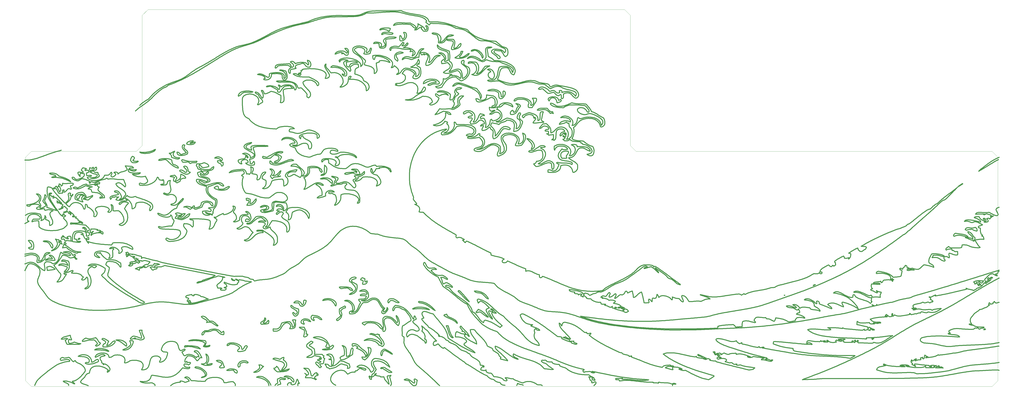
<source format=gbr>
%TF.GenerationSoftware,KiCad,Pcbnew,(5.1.7)-1*%
%TF.CreationDate,2020-10-10T22:45:47-04:00*%
%TF.ProjectId,f122,66313232-2e6b-4696-9361-645f70636258,rev?*%
%TF.SameCoordinates,PXe1237f8PYe7db780*%
%TF.FileFunction,Legend,Bot*%
%TF.FilePolarity,Positive*%
%FSLAX46Y46*%
G04 Gerber Fmt 4.6, Leading zero omitted, Abs format (unit mm)*
G04 Created by KiCad (PCBNEW (5.1.7)-1) date 2020-10-10 22:45:47*
%MOMM*%
%LPD*%
G01*
G04 APERTURE LIST*
%ADD10C,0.500000*%
%TA.AperFunction,Profile*%
%ADD11C,0.100000*%
%TD*%
G04 APERTURE END LIST*
D10*
X-29245210Y-56641340D02*
X-29352930Y-56488250D01*
X-51470120Y107080930D02*
X-51047732Y107422998D01*
X-51047732Y107422998D02*
X-50872766Y107911217D01*
X-50872766Y107911217D02*
X-50988270Y108425470D01*
X19064680Y112276957D02*
X19130094Y111722317D01*
X19130094Y111722317D02*
X19086594Y111162947D01*
X19086594Y111162947D02*
X18960156Y110669075D01*
X18960156Y110669075D02*
X18749260Y110152560D01*
X18749260Y110152560D02*
X18507521Y109698453D01*
X18507521Y109698453D02*
X18451860Y109604557D01*
X-53174920Y108878460D02*
X-52710641Y108629783D01*
X-52710641Y108629783D02*
X-52604290Y108488800D01*
X15430900Y113454757D02*
X15094730Y113377157D01*
X-53057020Y103990410D02*
X-53057020Y103990410D01*
X-43174670Y110520950D02*
X-42745501Y110228578D01*
X-42745501Y110228578D02*
X-42404095Y109812256D01*
X-42404095Y109812256D02*
X-42165168Y109306522D01*
X-42165168Y109306522D02*
X-42043438Y108745911D01*
X-42043438Y108745911D02*
X-42053619Y108164961D01*
X-42053619Y108164961D02*
X-42088870Y107972760D01*
X-43498120Y108207490D02*
X-43287110Y108388200D01*
X16373490Y113986947D02*
X15851401Y113865043D01*
X15851401Y113865043D02*
X15454047Y113546213D01*
X15454047Y113546213D02*
X15430900Y113454757D01*
X15020440Y114638538D02*
X15623680Y114658209D01*
X15623680Y114658209D02*
X16185917Y114624873D01*
X16185917Y114624873D02*
X16705296Y114539614D01*
X16705296Y114539614D02*
X17327924Y114347038D01*
X17327924Y114347038D02*
X17866661Y114066649D01*
X17866661Y114066649D02*
X18317108Y113701016D01*
X18317108Y113701016D02*
X18674866Y113252708D01*
X18674866Y113252708D02*
X18935536Y112724293D01*
X18935536Y112724293D02*
X19064680Y112276957D01*
X15094730Y113377157D02*
X14707147Y113705844D01*
X14707147Y113705844D02*
X14435790Y114164888D01*
X14435790Y114164888D02*
X14386880Y114309008D01*
X-49826970Y106714770D02*
X-49552540Y106647570D01*
X-43287110Y108388200D02*
X-43091115Y108851652D01*
X-43091115Y108851652D02*
X-43256802Y109355852D01*
X-43256802Y109355852D02*
X-43460300Y109710640D01*
X16144400Y113365390D02*
X16517890Y113588037D01*
X16608730Y113561347D02*
X16144400Y113365390D01*
X-51819230Y106946970D02*
X-51470120Y107080930D01*
X-47964330Y108599210D02*
X-48532006Y108455616D01*
X-48532006Y108455616D02*
X-49049150Y108282972D01*
X-49049150Y108282972D02*
X-49525487Y108033255D01*
X-49525487Y108033255D02*
X-49870070Y107688540D01*
X16517890Y113588037D02*
X16373490Y113986947D01*
X18238470Y112872480D02*
X17952107Y113284207D01*
X17952107Y113284207D02*
X17561561Y113612477D01*
X17561561Y113612477D02*
X17227140Y113757307D01*
X-46719370Y108990070D02*
X-47193067Y108810542D01*
X-47193067Y108810542D02*
X-47686501Y108667589D01*
X-47686501Y108667589D02*
X-47964330Y108599210D01*
X17845090Y110963250D02*
X18053569Y111445003D01*
X18053569Y111445003D02*
X18210981Y111966664D01*
X18210981Y111966664D02*
X18279404Y112489583D01*
X18279404Y112489583D02*
X18238470Y112872480D01*
X-59920261Y108006680D02*
X-59422292Y108300679D01*
X-59422292Y108300679D02*
X-58856655Y108456879D01*
X-58856655Y108456879D02*
X-58326321Y108540079D01*
X-58326321Y108540079D02*
X-57824709Y108595161D01*
X-57824709Y108595161D02*
X-57218638Y108646393D01*
X-57218638Y108646393D02*
X-56494217Y108695954D01*
X-56494217Y108695954D02*
X-55938660Y108729142D01*
X-55938660Y108729142D02*
X-55320214Y108763202D01*
X-55320214Y108763202D02*
X-54986120Y108780760D01*
X-52745950Y103900610D02*
X-53057020Y103990410D01*
X-52454290Y109604870D02*
X-52480290Y109882190D01*
X-52126750Y107512790D02*
X-51920742Y107042960D01*
X-51920742Y107042960D02*
X-51819230Y106946970D01*
X-52605650Y104706720D02*
X-52596243Y104195746D01*
X-52596243Y104195746D02*
X-52745950Y103900610D01*
X-49552540Y106647570D02*
X-49978162Y106340230D01*
X-49978162Y106340230D02*
X-50485033Y106255839D01*
X-50485033Y106255839D02*
X-50834670Y106213760D01*
X-50834670Y106213760D02*
X-51387436Y106144181D01*
X-51387436Y106144181D02*
X-51905419Y106043363D01*
X-51905419Y106043363D02*
X-52359427Y105832368D01*
X-52359427Y105832368D02*
X-52594645Y105342338D01*
X-52594645Y105342338D02*
X-52609826Y104814103D01*
X-52609826Y104814103D02*
X-52605650Y104706720D01*
X-49870070Y107688540D02*
X-50073307Y107176484D01*
X-50073307Y107176484D02*
X-50036973Y106657365D01*
X-50036973Y106657365D02*
X-49826970Y106714770D01*
X-49409850Y109160660D02*
X-48874415Y109313951D01*
X-48874415Y109313951D02*
X-48361940Y109429157D01*
X-48361940Y109429157D02*
X-47850175Y109509523D01*
X-47850175Y109509523D02*
X-47316872Y109558292D01*
X-47316872Y109558292D02*
X-46739781Y109578706D01*
X-46739781Y109578706D02*
X-46533840Y109579770D01*
X-42886540Y107089050D02*
X-43402459Y107091336D01*
X-43402459Y107091336D02*
X-43943094Y107190760D01*
X-43943094Y107190760D02*
X-44388347Y107515739D01*
X-44388347Y107515739D02*
X-44715230Y107929290D01*
X-43460300Y109710640D02*
X-43719070Y110162396D01*
X-43719070Y110162396D02*
X-43787618Y110659683D01*
X-43787618Y110659683D02*
X-43246239Y110553568D01*
X-43246239Y110553568D02*
X-43174670Y110520950D01*
X-50216380Y109213770D02*
X-50090490Y108947740D01*
X-44930440Y109380620D02*
X-44443870Y109181858D01*
X-44443870Y109181858D02*
X-44009398Y108897507D01*
X-44009398Y108897507D02*
X-43669459Y108513949D01*
X-43669459Y108513949D02*
X-43623950Y108436800D01*
X-54986120Y108780760D02*
X-54442409Y108809174D01*
X-54442409Y108809174D02*
X-53882712Y108838953D01*
X-53882712Y108838953D02*
X-53362673Y108867427D01*
X-53362673Y108867427D02*
X-53174920Y108878460D01*
X-46533840Y109579770D02*
X-46006637Y109571526D01*
X-46006637Y109571526D02*
X-45487534Y109523397D01*
X-45487534Y109523397D02*
X-44978059Y109395763D01*
X-44978059Y109395763D02*
X-44930440Y109380620D01*
X-51448520Y110123700D02*
X-50975749Y109923353D01*
X-50975749Y109923353D02*
X-50533336Y109596633D01*
X-50533336Y109596633D02*
X-50216380Y109213770D01*
X-52604290Y108488800D02*
X-52341824Y108033949D01*
X-52341824Y108033949D02*
X-52146759Y107572805D01*
X-52146759Y107572805D02*
X-52126750Y107512790D01*
X-44715230Y107929290D02*
X-45032200Y108341277D01*
X-45032200Y108341277D02*
X-45399593Y108725838D01*
X-45399593Y108725838D02*
X-45828997Y109010747D01*
X-45828997Y109010747D02*
X-46031080Y109085270D01*
X-42088870Y107972760D02*
X-42248497Y107471926D01*
X-42248497Y107471926D02*
X-42620196Y107126402D01*
X-42620196Y107126402D02*
X-42886540Y107089050D01*
X-50090490Y108947740D02*
X-49409850Y109160660D01*
X42159730Y102938710D02*
X42159730Y102938290D01*
X-43623950Y108436800D02*
X-43498120Y108207490D01*
X-52480290Y109882190D02*
X-52013281Y110123899D01*
X-52013281Y110123899D02*
X-51488987Y110130323D01*
X-51488987Y110130323D02*
X-51448520Y110123700D01*
X21767650Y112608747D02*
X22237540Y112918545D01*
X22237540Y112918545D02*
X22748133Y113118977D01*
X22748133Y113118977D02*
X23290661Y113208192D01*
X23290661Y113208192D02*
X23856357Y113184342D01*
X23856357Y113184342D02*
X24186640Y113119237D01*
X20552800Y111124027D02*
X20861462Y111545231D01*
X20861462Y111545231D02*
X21168982Y111940413D01*
X21168982Y111940413D02*
X21519710Y112357747D01*
X21519710Y112357747D02*
X21767650Y112608747D01*
X18653540Y109470597D02*
X19158246Y109604156D01*
X19158246Y109604156D02*
X19590768Y109936210D01*
X19590768Y109936210D02*
X19961308Y110342195D01*
X19961308Y110342195D02*
X20315537Y110796535D01*
X20315537Y110796535D02*
X20552800Y111124027D01*
X18451860Y109604557D02*
X18653540Y109470597D01*
X17227140Y113757307D02*
X16729297Y113610166D01*
X16729297Y113610166D02*
X16608730Y113561347D01*
X17146040Y108178770D02*
X17088815Y108679478D01*
X17088815Y108679478D02*
X17161687Y109208853D01*
X17161687Y109208853D02*
X17319079Y109744718D01*
X17319079Y109744718D02*
X17519354Y110257832D01*
X17519354Y110257832D02*
X17726001Y110716611D01*
X17726001Y110716611D02*
X17845090Y110963250D01*
X-46031080Y109085270D02*
X-46537586Y109078754D01*
X-46537586Y109078754D02*
X-46719370Y108990070D01*
X-50988270Y108425470D02*
X-51334252Y108836957D01*
X-51334252Y108836957D02*
X-51763501Y109191506D01*
X-51763501Y109191506D02*
X-52213455Y109488935D01*
X-52213455Y109488935D02*
X-52454290Y109604870D01*
X16705390Y126234887D02*
X17200598Y126357841D01*
X17200598Y126357841D02*
X17558070Y126582787D01*
X-5570890Y123852827D02*
X-5570890Y123852827D01*
X-6210600Y126300767D02*
X-6632730Y126357267D01*
X9043790Y129058057D02*
X8499148Y129122915D01*
X8499148Y129122915D02*
X7982373Y129163170D01*
X7982373Y129163170D02*
X7461346Y129196964D01*
X7461346Y129196964D02*
X6899580Y129227617D01*
X18125850Y126134137D02*
X17820295Y125716194D01*
X17820295Y125716194D02*
X17299471Y125563657D01*
X17299471Y125563657D02*
X16770258Y125546128D01*
X16770258Y125546128D02*
X16676210Y125545937D01*
X16468240Y126598497D02*
X16705390Y126234887D01*
X15051790Y126615657D02*
X14727570Y126940157D01*
X15759620Y125718137D02*
X15496928Y126160369D01*
X15496928Y126160369D02*
X15109645Y126557692D01*
X15109645Y126557692D02*
X15051790Y126615657D01*
X9829720Y129410127D02*
X10369741Y129114489D01*
X10369741Y129114489D02*
X10810744Y128858108D01*
X10810744Y128858108D02*
X11240012Y128578724D01*
X11240012Y128578724D02*
X11652924Y128231863D01*
X11652924Y128231863D02*
X11950625Y127788840D01*
X11950625Y127788840D02*
X12011740Y127625397D01*
X18107050Y127996207D02*
X18251676Y127477836D01*
X18251676Y127477836D02*
X18277385Y126939786D01*
X18277385Y126939786D02*
X18221736Y126427079D01*
X18221736Y126427079D02*
X18125850Y126134137D01*
X15083820Y127631017D02*
X14523590Y127593517D01*
X14558340Y128528377D02*
X15009140Y128278567D01*
X15009140Y128278567D02*
X15469064Y127988315D01*
X15469064Y127988315D02*
X15886633Y127654538D01*
X15886633Y127654538D02*
X16217650Y127255776D01*
X16217650Y127255776D02*
X16434782Y126742505D01*
X16434782Y126742505D02*
X16468240Y126598497D01*
X-2135540Y124126227D02*
X-2775139Y124245225D01*
X-2775139Y124245225D02*
X-3315801Y124323485D01*
X-3315801Y124323485D02*
X-3870674Y124362560D01*
X-3870674Y124362560D02*
X-4389887Y124320813D01*
X-4389887Y124320813D02*
X-4899460Y124109417D01*
X-4899460Y124109417D02*
X-5150280Y123883827D01*
X11834890Y126253947D02*
X11323330Y126262368D01*
X11323330Y126262368D02*
X11597620Y126533437D01*
X-1117790Y127067257D02*
X-1181990Y126785017D01*
X11951040Y127272887D02*
X11447149Y127251742D01*
X11447149Y127251742D02*
X11230910Y127313187D01*
X12011740Y127625397D02*
X11951040Y127272887D01*
X672160Y128972897D02*
X1058736Y129413689D01*
X1058736Y129413689D02*
X1525447Y129680162D01*
X1525447Y129680162D02*
X2011499Y129830835D01*
X2011499Y129830835D02*
X2611625Y129928649D01*
X2611625Y129928649D02*
X3144307Y129968823D01*
X3144307Y129968823D02*
X3753796Y129981720D01*
X3753796Y129981720D02*
X4445512Y129968393D01*
X4445512Y129968393D02*
X4955012Y129945458D01*
X4955012Y129945458D02*
X5505070Y129911647D01*
X6899580Y129227617D02*
X6381978Y129250005D01*
X6381978Y129250005D02*
X5644206Y129269609D01*
X5644206Y129269609D02*
X4952362Y129272401D01*
X4952362Y129272401D02*
X4305965Y129258336D01*
X4305965Y129258336D02*
X3704534Y129227369D01*
X3704534Y129227369D02*
X3147585Y129179456D01*
X3147585Y129179456D02*
X2634639Y129114551D01*
X2634639Y129114551D02*
X2018325Y129001504D01*
X2018325Y129001504D02*
X1478239Y128858065D01*
X1478239Y128858065D02*
X1013240Y128684127D01*
X11230880Y127313187D02*
X10816978Y127644047D01*
X10816978Y127644047D02*
X10427396Y128023003D01*
X10427396Y128023003D02*
X10394170Y128057217D01*
X15759610Y125718177D02*
X15759610Y125718177D01*
X14523590Y127593517D02*
X14001128Y127506437D01*
X14001128Y127506437D02*
X13556454Y127237507D01*
X13556454Y127237507D02*
X13156250Y126917304D01*
X13156250Y126917304D02*
X12795370Y126615877D01*
X14727570Y126940157D02*
X14905700Y127285597D01*
X10394170Y128057217D02*
X9993645Y128460695D01*
X9993645Y128460695D02*
X9580915Y128815334D01*
X9580915Y128815334D02*
X9123166Y129035785D01*
X9123166Y129035785D02*
X9043790Y129058057D01*
X-5499370Y126538247D02*
X-5998806Y126388318D01*
X-5998806Y126388318D02*
X-6210600Y126300767D01*
X3932580Y120645687D02*
X3932580Y120645687D01*
X5505070Y129911647D02*
X6048501Y129878273D01*
X6048501Y129878273D02*
X6555461Y129852341D01*
X6555461Y129852341D02*
X7063878Y129830451D01*
X7063878Y129830451D02*
X7612697Y129812012D01*
X7612697Y129812012D02*
X8005530Y129803997D01*
X1013240Y128684127D02*
X529500Y128543698D01*
X529500Y128543698D02*
X672160Y128972897D01*
X-2406620Y125935387D02*
X-2875870Y126158606D01*
X-2875870Y126158606D02*
X-3383177Y126340447D01*
X-3383177Y126340447D02*
X-3906127Y126476540D01*
X-3906127Y126476540D02*
X-4422305Y126562518D01*
X-4422305Y126562518D02*
X-5001219Y126593387D01*
X-5001219Y126593387D02*
X-5499370Y126538247D01*
X11597620Y126533437D02*
X12067706Y126858861D01*
X12067706Y126858861D02*
X12417160Y127220869D01*
X12417160Y127220869D02*
X12711763Y127638117D01*
X12711763Y127638117D02*
X12936129Y128084988D01*
X12936129Y128084988D02*
X13090993Y128624263D01*
X13090993Y128624263D02*
X13106680Y129046127D01*
X11230910Y127313187D02*
X11230910Y127313187D01*
X9119160Y129791397D02*
X9829720Y129410127D01*
X-2406640Y125935397D02*
X-2406640Y125935397D01*
X13059880Y129496927D02*
X13388460Y129235967D01*
X8005530Y129803997D02*
X9119160Y129791397D01*
X-5150280Y123883827D02*
X-5570890Y123852827D01*
X17106320Y128168627D02*
X17081820Y128381767D01*
X-1753070Y127196047D02*
X-1117790Y127067257D01*
X-6632730Y126357267D02*
X-6289214Y126772757D01*
X-6289214Y126772757D02*
X-5786988Y127001841D01*
X-5786988Y127001841D02*
X-5407370Y127110847D01*
X16676210Y125545937D02*
X16163258Y125549613D01*
X16163258Y125549613D02*
X15759610Y125718177D01*
X17081820Y128381767D02*
X17586321Y128429634D01*
X17586321Y128429634D02*
X18011550Y128137718D01*
X18011550Y128137718D02*
X18107050Y127996207D01*
X-1801010Y125628657D02*
X-2268095Y125860295D01*
X-2268095Y125860295D02*
X-2406640Y125935397D01*
X13388460Y129235967D02*
X13828306Y128944354D01*
X13828306Y128944354D02*
X14294033Y128672593D01*
X14294033Y128672593D02*
X14558340Y128528377D01*
X17558070Y126582787D02*
X17619353Y127110612D01*
X17619353Y127110612D02*
X17479658Y127629912D01*
X17479658Y127629912D02*
X17214956Y128067055D01*
X17214956Y128067055D02*
X17106320Y128168627D01*
X19100Y124175027D02*
X-481219Y123987551D01*
X-481219Y123987551D02*
X-1049976Y123967807D01*
X-1049976Y123967807D02*
X-1630548Y124034724D01*
X-1630548Y124034724D02*
X-2135540Y124126227D01*
X-1181990Y126785017D02*
X-1385063Y126280104D01*
X-1385063Y126280104D02*
X-1631637Y125829958D01*
X-1631637Y125829958D02*
X-1801010Y125628657D01*
X12795370Y126615877D02*
X12353487Y126330582D01*
X12353487Y126330582D02*
X11834890Y126253947D01*
X-5407370Y127110847D02*
X-4817319Y127208940D01*
X-4817319Y127208940D02*
X-4212686Y127263584D01*
X-4212686Y127263584D02*
X-3692180Y127288696D01*
X-3692180Y127288696D02*
X-3167556Y127296604D01*
X-3167556Y127296604D02*
X-2665207Y127286693D01*
X-2665207Y127286693D02*
X-2108802Y127248306D01*
X-2108802Y127248306D02*
X-1753070Y127196047D01*
X13106680Y129046127D02*
X13059880Y129496927D01*
X14905700Y127285597D02*
X15083820Y127631017D01*
X-6506030Y117144637D02*
X-6766521Y117633823D01*
X-6766521Y117633823D02*
X-6902051Y118162033D01*
X-6902051Y118162033D02*
X-6934389Y118669967D01*
X-6934389Y118669967D02*
X-6916870Y118812977D01*
X-3839790Y118392337D02*
X-3843489Y118909581D01*
X-3843489Y118909581D02*
X-4052476Y119386019D01*
X-4052476Y119386019D02*
X-4287830Y119745207D01*
X22938440Y123606237D02*
X22461750Y123837343D01*
X22461750Y123837343D02*
X21939517Y123941243D01*
X21939517Y123941243D02*
X21447470Y124014387D01*
X5111030Y121459247D02*
X5592909Y121681536D01*
X5592909Y121681536D02*
X5945410Y122076184D01*
X5945410Y122076184D02*
X6035600Y122230257D01*
X3685580Y122066057D02*
X3688354Y122639152D01*
X3688354Y122639152D02*
X3710645Y123153369D01*
X3710645Y123153369D02*
X3866040Y123388997D01*
X23919640Y119578247D02*
X23571960Y119652747D01*
X24450320Y123131367D02*
X24712932Y122670841D01*
X24712932Y122670841D02*
X24884800Y122137308D01*
X24884800Y122137308D02*
X24899084Y121606688D01*
X24899084Y121606688D02*
X24754413Y121060004D01*
X24754413Y121060004D02*
X24511442Y120578472D01*
X24511442Y120578472D02*
X24236370Y120168347D01*
X-9603930Y119544247D02*
X-9234586Y119882624D01*
X-9234586Y119882624D02*
X-8700114Y120015640D01*
X-8700114Y120015640D02*
X-8150925Y120019063D01*
X-8150925Y120019063D02*
X-8071140Y120014467D01*
X-5943370Y117573057D02*
X-5399150Y117581147D01*
X-5399150Y117581147D02*
X-4886579Y117692030D01*
X-4886579Y117692030D02*
X-4475940Y117861087D01*
X6035600Y122230257D02*
X6190603Y122767455D01*
X6190603Y122767455D02*
X6206495Y123321595D01*
X6206495Y123321595D02*
X6128307Y123822635D01*
X6128307Y123822635D02*
X5965883Y124301978D01*
X5965883Y124301978D02*
X5935900Y124366637D01*
X4742900Y122246247D02*
X4935570Y121775082D01*
X4935570Y121775082D02*
X5111030Y121459247D01*
X31347450Y123492247D02*
X30820442Y123284084D01*
X30820442Y123284084D02*
X30244306Y123119048D01*
X30244306Y123119048D02*
X29717097Y122983611D01*
X29717097Y122983611D02*
X29218851Y122869818D01*
X29218851Y122869818D02*
X28816860Y122796177D01*
X28207230Y122708977D02*
X27902920Y122057327D01*
X24236370Y120168347D02*
X24758800Y120123753D01*
X24758800Y120123753D02*
X25273084Y120213117D01*
X25273084Y120213117D02*
X25304600Y120223747D01*
X-920040Y121759297D02*
X-1468187Y121719333D01*
X-1468187Y121719333D02*
X-2073159Y121660646D01*
X-2073159Y121660646D02*
X-2584952Y121592972D01*
X-2584952Y121592972D02*
X-3136646Y121484590D01*
X-3136646Y121484590D02*
X-3588710Y121286787D01*
X-4498540Y121169937D02*
X-4201758Y121591273D01*
X-4201758Y121591273D02*
X-3774390Y121946198D01*
X-3774390Y121946198D02*
X-3222079Y122232609D01*
X-3222079Y122232609D02*
X-2694065Y122410995D01*
X-2694065Y122410995D02*
X-2092591Y122543110D01*
X-2092591Y122543110D02*
X-1595014Y122611182D01*
X-1595014Y122611182D02*
X-1058961Y122652166D01*
X-1058961Y122652166D02*
X-485650Y122665607D01*
X31182750Y121411137D02*
X31441450Y121146217D01*
X27065590Y121883997D02*
X27399136Y122306350D01*
X27399136Y122306350D02*
X27824280Y122777817D01*
X27824280Y122777817D02*
X28236716Y123149396D01*
X28236716Y123149396D02*
X28750465Y123481510D01*
X28750465Y123481510D02*
X29281455Y123676258D01*
X29281455Y123676258D02*
X29850296Y123744034D01*
X29850296Y123744034D02*
X30477600Y123695232D01*
X30477600Y123695232D02*
X30611890Y123672397D01*
X5935900Y124366637D02*
X5716182Y124837851D01*
X5716182Y124837851D02*
X5661480Y124973387D01*
X23571960Y119652747D02*
X23632660Y120513377D01*
X-485650Y122665607D02*
X112830Y122651701D01*
X112830Y122651701D02*
X700222Y122615232D01*
X700222Y122615232D02*
X1217440Y122562660D01*
X1217440Y122562660D02*
X1732449Y122467736D01*
X1732449Y122467736D02*
X1819500Y122413647D01*
X20282250Y124578767D02*
X20790467Y124729710D01*
X20790467Y124729710D02*
X21074210Y124724507D01*
X1819500Y122413647D02*
X1627410Y122236937D01*
X25804960Y119762757D02*
X25300783Y119613715D01*
X25300783Y119613715D02*
X24797963Y119541391D01*
X24797963Y119541391D02*
X24243988Y119534867D01*
X24243988Y119534867D02*
X23919640Y119578267D01*
X-5790860Y119109337D02*
X-5659736Y118590434D01*
X-5659736Y118590434D02*
X-5755684Y118076937D01*
X-5755684Y118076937D02*
X-5915930Y117863157D01*
X-216510Y124705387D02*
X247138Y124485059D01*
X247138Y124485059D02*
X19100Y124175027D01*
X-5119550Y124766487D02*
X-4573550Y124957014D01*
X-4573550Y124957014D02*
X-4037691Y125055580D01*
X-4037691Y125055580D02*
X-3434062Y125106529D01*
X-3434062Y125106529D02*
X-2781380Y125110091D01*
X-2781380Y125110091D02*
X-2270940Y125081805D01*
X-2270940Y125081805D02*
X-1751336Y125027094D01*
X-1751336Y125027094D02*
X-1230464Y124946056D01*
X-1230464Y124946056D02*
X-716223Y124838787D01*
X-716223Y124838787D02*
X-216510Y124705387D01*
X-5570890Y123852877D02*
X-5507164Y124370740D01*
X-5507164Y124370740D02*
X-5150828Y124750262D01*
X-5150828Y124750262D02*
X-5119550Y124766487D01*
X23388480Y122407417D02*
X23225884Y122918999D01*
X23225884Y122918999D02*
X23044426Y123402362D01*
X23044426Y123402362D02*
X22938440Y123606237D01*
X-7172940Y119304017D02*
X-7691847Y119405471D01*
X-7691847Y119405471D02*
X-8236144Y119409713D01*
X-8236144Y119409713D02*
X-8794185Y119353934D01*
X-8794185Y119353934D02*
X-9095100Y119305017D01*
X-9095100Y119305017D02*
X-9602306Y119223401D01*
X-9602306Y119223401D02*
X-9770290Y119211217D01*
X3932560Y120645657D02*
X3696577Y121106098D01*
X3696577Y121106098D02*
X3686232Y121627537D01*
X3686232Y121627537D02*
X3685580Y122066057D01*
X28816860Y122796177D02*
X28207230Y122708977D01*
X27902920Y122057327D02*
X27634405Y121536970D01*
X27634405Y121536970D02*
X27342429Y121074907D01*
X27342429Y121074907D02*
X27028017Y120672259D01*
X27028017Y120672259D02*
X26622545Y120269085D01*
X26622545Y120269085D02*
X26188006Y119955017D01*
X26188006Y119955017D02*
X25804960Y119762757D01*
X-4475940Y117861087D02*
X-4031025Y118112566D01*
X-4031025Y118112566D02*
X-3839790Y118392337D01*
X-3481330Y120646577D02*
X-3379500Y120120525D01*
X-3379500Y120120525D02*
X-3323567Y119608035D01*
X-3323567Y119608035D02*
X-3300440Y119153867D01*
X29501370Y121411687D02*
X31182750Y121411137D01*
X23919640Y119578267D02*
X23919640Y119578267D01*
X31297950Y123555647D02*
X31347450Y123492247D01*
X-6675400Y119710817D02*
X-6182145Y119526131D01*
X-6182145Y119526131D02*
X-5812765Y119165338D01*
X-5812765Y119165338D02*
X-5790860Y119109337D01*
X30611890Y123672397D02*
X31120669Y123582398D01*
X31120669Y123582398D02*
X31297950Y123555647D01*
X-5365100Y116895657D02*
X-5900516Y116899556D01*
X-5900516Y116899556D02*
X-6397731Y117029143D01*
X-6397731Y117029143D02*
X-6506030Y117144467D01*
X-4068200Y117158187D02*
X-4516753Y116930450D01*
X-4516753Y116930450D02*
X-5065541Y116896386D01*
X-5065541Y116896386D02*
X-5365100Y116895657D01*
X-6506030Y117144467D02*
X-6506030Y117144637D01*
X5661480Y124973387D02*
X6141930Y125010087D01*
X-3300440Y119153867D02*
X-3313514Y118603418D01*
X-3313514Y118603418D02*
X-3395023Y118090295D01*
X-3395023Y118090295D02*
X-3623155Y117586707D01*
X-3623155Y117586707D02*
X-4013676Y117197293D01*
X-4013676Y117197293D02*
X-4068200Y117158187D01*
X3866040Y123388997D02*
X4296101Y123109443D01*
X4296101Y123109443D02*
X4562544Y122674071D01*
X4562544Y122674071D02*
X4742900Y122246247D01*
X21074210Y124724507D02*
X21610221Y124685444D01*
X21610221Y124685444D02*
X22124738Y124595421D01*
X22124738Y124595421D02*
X22612222Y124457050D01*
X22612222Y124457050D02*
X23175126Y124220074D01*
X23175126Y124220074D02*
X23676321Y123916734D01*
X23676321Y123916734D02*
X24104991Y123552132D01*
X24104991Y123552132D02*
X24450320Y123131367D01*
X-5915930Y117863157D02*
X-6187040Y117584557D01*
X-3588710Y121286787D02*
X-3513341Y120763254D01*
X-3513341Y120763254D02*
X-3481330Y120646577D01*
X21447470Y124014387D02*
X20945557Y124112795D01*
X20945557Y124112795D02*
X20464164Y124304511D01*
X20464164Y124304511D02*
X20282250Y124578767D01*
X30295460Y116405207D02*
X30295460Y116405207D01*
X6764250Y122013397D02*
X6461001Y121597183D01*
X6461001Y121597183D02*
X6085266Y121233819D01*
X6085266Y121233819D02*
X5673276Y120932310D01*
X5673276Y120932310D02*
X5331100Y120761217D01*
X-6187040Y117584557D02*
X-5943370Y117573057D01*
X-9770290Y119211217D02*
X-9603930Y119544247D01*
X5331100Y120761217D02*
X4837016Y120643134D01*
X4837016Y120643134D02*
X4308436Y120603149D01*
X4308436Y120603149D02*
X3932580Y120645687D01*
X-8071140Y120014467D02*
X-7532856Y119944138D01*
X-7532856Y119944138D02*
X-7043518Y119827267D01*
X-7043518Y119827267D02*
X-6675400Y119710817D01*
X25304600Y120223747D02*
X25781461Y120485311D01*
X25781461Y120485311D02*
X26194464Y120847341D01*
X26194464Y120847341D02*
X26539160Y121223597D01*
X26539160Y121223597D02*
X26857872Y121613812D01*
X26857872Y121613812D02*
X27065590Y121883997D01*
X1627410Y122236937D02*
X1151499Y122020471D01*
X1151499Y122020471D02*
X628075Y121903825D01*
X628075Y121903825D02*
X85399Y121836775D01*
X85399Y121836775D02*
X-499777Y121787781D01*
X-499777Y121787781D02*
X-920040Y121759297D01*
X-4287830Y119745207D02*
X-4549384Y120183764D01*
X-4549384Y120183764D02*
X-4647493Y120692924D01*
X-4647493Y120692924D02*
X-4498540Y121169937D01*
X-6916870Y118812977D02*
X-7117709Y119283817D01*
X-7117709Y119283817D02*
X-7172940Y119304017D01*
X23632660Y120513377D02*
X23653712Y121051308D01*
X23653712Y121051308D02*
X23605891Y121557710D01*
X23605891Y121557710D02*
X23477154Y122098973D01*
X23477154Y122098973D02*
X23388480Y122407417D01*
X6859850Y124625107D02*
X7086399Y124119086D01*
X7086399Y124119086D02*
X7174055Y123567833D01*
X7174055Y123567833D02*
X7138918Y123066997D01*
X7138918Y123066997D02*
X7002239Y122546728D01*
X7002239Y122546728D02*
X6764250Y122013397D01*
X6141930Y125010087D02*
X6639196Y124926496D01*
X6639196Y124926496D02*
X6859850Y124625107D01*
X8076360Y116289627D02*
X7574602Y116260880D01*
X7574602Y116260880D02*
X7038052Y116264161D01*
X7038052Y116264161D02*
X6461065Y116300016D01*
X6461065Y116300016D02*
X5837994Y116368993D01*
X5837994Y116368993D02*
X5302564Y116448392D01*
X5302564Y116448392D02*
X4731136Y116549620D01*
X4731136Y116549620D02*
X4120820Y116672957D01*
X30295520Y116405257D02*
X30274409Y116922515D01*
X30274409Y116922515D02*
X30427886Y117453139D01*
X30427886Y117453139D02*
X30670395Y117972070D01*
X30670395Y117972070D02*
X30748370Y118117627D01*
X-23676010Y114295077D02*
X-23387080Y114481827D01*
X5339950Y118719537D02*
X4798960Y118158827D01*
X-23516060Y113235920D02*
X-24023021Y113279417D01*
X-24023021Y113279417D02*
X-24394210Y113504967D01*
X-25183010Y114304667D02*
X-25472610Y114145807D01*
X10303780Y116131497D02*
X10765796Y115794821D01*
X10765796Y115794821D02*
X11124827Y115443193D01*
X11124827Y115443193D02*
X11426053Y114993124D01*
X11426053Y114993124D02*
X11566466Y114455341D01*
X11566466Y114455341D02*
X11459994Y113942016D01*
X11459994Y113942016D02*
X11100572Y113476387D01*
X11100572Y113476387D02*
X11015650Y113405050D01*
X5880940Y119461557D02*
X5597268Y119008208D01*
X5597268Y119008208D02*
X5339950Y118719537D01*
X-23502460Y115484147D02*
X-23831664Y115869454D01*
X-23831664Y115869454D02*
X-24151112Y116266101D01*
X-24151112Y116266101D02*
X-24222860Y116359957D01*
X11015650Y113405050D02*
X10583812Y113108714D01*
X10583812Y113108714D02*
X10127745Y112884656D01*
X10127745Y112884656D02*
X10052170Y112896650D01*
X4798960Y118158827D02*
X5082860Y118133427D01*
X5280220Y119880847D02*
X5755518Y119669959D01*
X5755518Y119669959D02*
X5880940Y119461557D01*
X6453410Y117124507D02*
X7017459Y117108467D01*
X7017459Y117108467D02*
X7557115Y117061771D01*
X7557115Y117061771D02*
X8072751Y116984306D01*
X8072751Y116984306D02*
X8564745Y116875960D01*
X8564745Y116875960D02*
X9147058Y116696927D01*
X9147058Y116696927D02*
X9693747Y116469245D01*
X9693747Y116469245D02*
X10205543Y116192692D01*
X10205543Y116192692D02*
X10303780Y116131497D01*
X-22667260Y115518047D02*
X-22638942Y114986661D01*
X-22638942Y114986661D02*
X-22683183Y114438176D01*
X-22683183Y114438176D02*
X-22780717Y113918763D01*
X-22780717Y113918763D02*
X-22900690Y113564147D01*
X-742400Y116321657D02*
X-871880Y115822457D01*
X-871880Y115822457D02*
X-916470Y115711907D01*
X27819990Y121412237D02*
X29501370Y121411687D01*
X27893790Y121239997D02*
X27819990Y121412237D01*
X-1194820Y115770407D02*
X-1425715Y116224965D01*
X-1425715Y116224965D02*
X-1445450Y116315257D01*
X35166220Y118790367D02*
X35045944Y118261358D01*
X35045944Y118261358D02*
X34783928Y117793174D01*
X34783928Y117793174D02*
X34370097Y117374481D01*
X34370097Y117374481D02*
X33886919Y117046401D01*
X33886919Y117046401D02*
X33388840Y116789267D01*
X10052170Y112896650D02*
X10052170Y112896650D01*
X33875590Y118294837D02*
X34206027Y118718310D01*
X34206027Y118718310D02*
X34579869Y119084536D01*
X34579869Y119084536D02*
X35014883Y119334068D01*
X35014883Y119334068D02*
X35102420Y119345347D01*
X31515250Y117029737D02*
X31706900Y116820907D01*
X30748370Y118117627D02*
X30995117Y118636658D01*
X30995117Y118636658D02*
X31157337Y119127248D01*
X31157337Y119127248D02*
X31239477Y119655785D01*
X31239477Y119655785D02*
X31178690Y120154343D01*
X31178690Y120154343D02*
X30849860Y120540617D01*
X-25595240Y114339877D02*
X-25960420Y114554167D01*
X-26011870Y114258377D02*
X-25595240Y114339877D01*
X5543990Y117125407D02*
X6453410Y117124507D01*
X29469160Y120723957D02*
X28900867Y120763529D01*
X28900867Y120763529D02*
X28391724Y120840110D01*
X28391724Y120840110D02*
X27959117Y121113368D01*
X27959117Y121113368D02*
X27893790Y121239997D01*
X-28882900Y114740117D02*
X-28417367Y115018390D01*
X-28417367Y115018390D02*
X-27883122Y115224735D01*
X-27883122Y115224735D02*
X-27357174Y115346920D01*
X-27357174Y115346920D02*
X-26774752Y115415196D01*
X-26774752Y115415196D02*
X-26597720Y115424877D01*
X5959450Y117369217D02*
X5543990Y117125407D01*
X-650300Y116780947D02*
X-742400Y116321657D01*
X-24538940Y116780977D02*
X-24197950Y116805177D01*
X-24197950Y116805177D02*
X-23647090Y116745140D01*
X-23647090Y116745140D02*
X-23190865Y116495891D01*
X-23190865Y116495891D02*
X-22855510Y116079503D01*
X-22855510Y116079503D02*
X-22681850Y115595408D01*
X-22681850Y115595408D02*
X-22667260Y115518047D01*
X-25960420Y114554167D02*
X-26480579Y114742317D01*
X-26480579Y114742317D02*
X-27018160Y114695061D01*
X-27018160Y114695061D02*
X-27596595Y114527381D01*
X-27596595Y114527381D02*
X-28102957Y114346601D01*
X-28102957Y114346601D02*
X-28729110Y114106877D01*
X-23977760Y114626887D02*
X-23676010Y114295077D01*
X-26597720Y115424877D02*
X-26026662Y115429199D01*
X-26026662Y115429199D02*
X-25527713Y115389467D01*
X-25527713Y115389467D02*
X-25012423Y115280061D01*
X-25012423Y115280061D02*
X-24508107Y115061760D01*
X-24508107Y115061760D02*
X-24086315Y114739182D01*
X-24086315Y114739182D02*
X-23977760Y114626887D01*
X7738220Y119603667D02*
X7967298Y119134401D01*
X7967298Y119134401D02*
X7709784Y118635364D01*
X7709784Y118635364D02*
X7315786Y118268428D01*
X7315786Y118268428D02*
X6866097Y117937598D01*
X6866097Y117937598D02*
X6293180Y117569007D01*
X6293180Y117569007D02*
X5959450Y117369217D01*
X-28729110Y114106877D02*
X-29215921Y113930894D01*
X-29215921Y113930894D02*
X-29531370Y113854777D01*
X-26140740Y113986947D02*
X-26011870Y114258377D01*
X-25472610Y114145807D02*
X-25968179Y113998972D01*
X-25968179Y113998972D02*
X-26140740Y113986947D01*
X3069340Y117588177D02*
X3526660Y117921027D01*
X-101450Y116916377D02*
X-650300Y116780947D01*
X-1445450Y116315257D02*
X-1305068Y116893779D01*
X-1305068Y116893779D02*
X-875267Y117302769D01*
X-875267Y117302769D02*
X-374185Y117564947D01*
X-374185Y117564947D02*
X230069Y117756116D01*
X230069Y117756116D02*
X730642Y117845554D01*
X730642Y117845554D02*
X1255993Y117883038D01*
X1255993Y117883038D02*
X1791870Y117863422D01*
X1791870Y117863422D02*
X2324018Y117781558D01*
X2324018Y117781558D02*
X2498110Y117739547D01*
X46056090Y112040180D02*
X46056090Y112040180D01*
X7256340Y119445427D02*
X7738220Y119603667D01*
X30756720Y116130277D02*
X30307965Y116360290D01*
X30307965Y116360290D02*
X30295460Y116405207D01*
X33388840Y116789267D02*
X32861538Y116584258D01*
X32861538Y116584258D02*
X32317925Y116418125D01*
X32317925Y116418125D02*
X31754367Y116277029D01*
X31754367Y116277029D02*
X31232110Y116176305D01*
X31232110Y116176305D02*
X30756720Y116130277D01*
X35102420Y119345347D02*
X35169224Y118823728D01*
X35169224Y118823728D02*
X35166220Y118790367D01*
X31706900Y116820907D02*
X32215407Y116908751D01*
X32215407Y116908751D02*
X32711838Y117098524D01*
X32711838Y117098524D02*
X33132320Y117365877D01*
X-24991290Y114051247D02*
X-25183010Y114304667D01*
X31441450Y121146217D02*
X31775741Y120718270D01*
X31775741Y120718270D02*
X31960545Y120220083D01*
X31960545Y120220083D02*
X32001385Y119693822D01*
X32001385Y119693822D02*
X31960583Y119166909D01*
X31960583Y119166909D02*
X31854927Y118520298D01*
X31854927Y118520298D02*
X31733380Y117942594D01*
X31733380Y117942594D02*
X31575770Y117274335D01*
X31575770Y117274335D02*
X31515250Y117029737D01*
X30849860Y120540617D02*
X30360262Y120646864D01*
X30360262Y120646864D02*
X29843821Y120699334D01*
X29843821Y120699334D02*
X29469160Y120723957D01*
X3526660Y117921027D02*
X3917784Y118281966D01*
X3917784Y118281966D02*
X4274484Y118682432D01*
X4274484Y118682432D02*
X4575710Y119067177D01*
X2498110Y117739547D02*
X3069340Y117588177D01*
X4120820Y116672957D02*
X3620757Y116773493D01*
X3620757Y116773493D02*
X2982298Y116882831D01*
X2982298Y116882831D02*
X2378813Y116963779D01*
X2378813Y116963779D02*
X1813182Y117016170D01*
X1813182Y117016170D02*
X1288288Y117039838D01*
X1288288Y117039838D02*
X693847Y117028777D01*
X693847Y117028777D02*
X173188Y116972251D01*
X173188Y116972251D02*
X-101450Y116916377D01*
X4575710Y119067177D02*
X4898329Y119488141D01*
X4898329Y119488141D02*
X5245487Y119864178D01*
X5245487Y119864178D02*
X5280220Y119880847D01*
X33132320Y117365877D02*
X33465150Y117744816D01*
X33465150Y117744816D02*
X33776373Y118154629D01*
X33776373Y118154629D02*
X33875590Y118294837D01*
X-24222860Y116359957D02*
X-24538940Y116780977D01*
X-22900690Y113564147D02*
X-23305869Y113249994D01*
X-23305869Y113249994D02*
X-23516060Y113235920D01*
X-29531370Y113854777D02*
X-29298290Y114333653D01*
X-29298290Y114333653D02*
X-28915708Y114715488D01*
X-28915708Y114715488D02*
X-28882900Y114740117D01*
X-23387080Y114481827D02*
X-23130818Y114933540D01*
X-23130818Y114933540D02*
X-23417853Y115386742D01*
X-23417853Y115386742D02*
X-23502460Y115484147D01*
X5082860Y118133427D02*
X5648214Y118146696D01*
X5648214Y118146696D02*
X6164846Y118281940D01*
X6164846Y118281940D02*
X6611046Y118526054D01*
X6611046Y118526054D02*
X7013635Y118930972D01*
X7013635Y118930972D02*
X7256340Y119445427D01*
X-916470Y115711907D02*
X-1194820Y115770407D01*
X-24394210Y113504967D02*
X-24394210Y113504967D01*
X-24394210Y113505027D02*
X-24795958Y113841506D01*
X-24795958Y113841506D02*
X-24991290Y114051247D01*
X9145270Y111178150D02*
X8646927Y111354190D01*
X8646927Y111354190D02*
X8093847Y111503911D01*
X8093847Y111503911D02*
X7537262Y111616221D01*
X7537262Y111616221D02*
X7028407Y111680031D01*
X7028407Y111680031D02*
X6778780Y111690450D01*
X17146050Y108178857D02*
X17146050Y108178857D01*
X43753880Y115135187D02*
X43316252Y115432801D01*
X43316252Y115432801D02*
X42868435Y115688534D01*
X42868435Y115688534D02*
X42350227Y115776076D01*
X42350227Y115776076D02*
X41834419Y115656906D01*
X41834419Y115656906D02*
X41668720Y115605957D01*
X46056090Y112040180D02*
X45854273Y112604898D01*
X45854273Y112604898D02*
X45590776Y113143870D01*
X45590776Y113143870D02*
X45267780Y113654163D01*
X45267780Y113654163D02*
X44887463Y114132848D01*
X44887463Y114132848D02*
X44452005Y114576993D01*
X44452005Y114576993D02*
X44065403Y114905470D01*
X44065403Y114905470D02*
X43753880Y115135187D01*
X34894990Y112090380D02*
X35451014Y112096348D01*
X35451014Y112096348D02*
X35960978Y112203384D01*
X35960978Y112203384D02*
X36498473Y112440447D01*
X36498473Y112440447D02*
X36940019Y112705429D01*
X36940019Y112705429D02*
X37459978Y113062081D01*
X37459978Y113062081D02*
X37575740Y113145340D01*
X18207170Y108093357D02*
X17706260Y107975860D01*
X17706260Y107975860D02*
X17204151Y108045915D01*
X17204151Y108045915D02*
X17146050Y108178857D01*
X35158060Y114923847D02*
X35219960Y115288287D01*
X1011260Y112341140D02*
X1050668Y112848878D01*
X1050668Y112848878D02*
X1199204Y113349698D01*
X1199204Y113349698D02*
X1469561Y113789156D01*
X1469561Y113789156D02*
X1873660Y114191658D01*
X1873660Y114191658D02*
X1934170Y114240587D01*
X2662540Y110436620D02*
X2527560Y110216180D01*
X37575740Y113145340D02*
X38043692Y113475743D01*
X38043692Y113475743D02*
X38524767Y113792913D01*
X38524767Y113792913D02*
X38968678Y114050044D01*
X38968678Y114050044D02*
X39446380Y114182347D01*
X34395750Y112562500D02*
X34621547Y112110651D01*
X34621547Y112110651D02*
X34894990Y112090380D01*
X2005200Y110570220D02*
X1577467Y110900087D01*
X1577467Y110900087D02*
X1251758Y111282814D01*
X1251758Y111282814D02*
X1059273Y111781369D01*
X1059273Y111781369D02*
X1011260Y112341140D01*
X3795350Y114101777D02*
X3294306Y114022257D01*
X3294306Y114022257D02*
X2769286Y113912288D01*
X2769286Y113912288D02*
X2493210Y113829067D01*
X32707950Y112403090D02*
X33240883Y112694911D01*
X33240883Y112694911D02*
X33706244Y112990491D01*
X33706244Y112990491D02*
X34195063Y113367455D01*
X34195063Y113367455D02*
X34583238Y113755373D01*
X34583238Y113755373D02*
X34920062Y114239309D01*
X34920062Y114239309D02*
X35120652Y114747961D01*
X35120652Y114747961D02*
X35158060Y114923847D01*
X16088870Y116628047D02*
X15785210Y116319217D01*
X39446380Y114182347D02*
X39207591Y113711350D01*
X39207591Y113711350D02*
X39152610Y113635637D01*
X13600620Y112978810D02*
X13532820Y112162030D01*
X6778780Y111690450D02*
X6267251Y111639532D01*
X6267251Y111639532D02*
X5783956Y111471516D01*
X5783956Y111471516D02*
X5366301Y111133193D01*
X5366301Y111133193D02*
X5341100Y111098930D01*
X5496770Y114546837D02*
X5130250Y114389887D01*
X24011850Y112896587D02*
X23525349Y112740661D01*
X23525349Y112740661D02*
X23068740Y112514753D01*
X23068740Y112514753D02*
X22625763Y112205047D01*
X22625763Y112205047D02*
X22180163Y111797730D01*
X22180163Y111797730D02*
X21810870Y111392311D01*
X21810870Y111392311D02*
X21421170Y110908504D01*
X21421170Y110908504D02*
X21110496Y110489953D01*
X21110496Y110489953D02*
X21002740Y110339237D01*
X13269140Y112231930D02*
X12720114Y112211847D01*
X12720114Y112211847D02*
X12232183Y112044756D01*
X12232183Y112044756D02*
X11726490Y111827960D01*
X11726490Y111827960D02*
X11305490Y111634600D01*
X8838410Y112228550D02*
X9352652Y112066164D01*
X9352652Y112066164D02*
X9884341Y112002489D01*
X9884341Y112002489D02*
X10224950Y112010880D01*
X2370320Y111745610D02*
X2639999Y111320160D01*
X2639999Y111320160D02*
X2789658Y110808738D01*
X2789658Y110808738D02*
X2662540Y110436620D01*
X2493210Y113829067D02*
X2067048Y113551997D01*
X2067048Y113551997D02*
X1847773Y113050405D01*
X1847773Y113050405D02*
X1932732Y112545350D01*
X1932732Y112545350D02*
X2183423Y112031158D01*
X2183423Y112031158D02*
X2370320Y111745610D01*
X24545010Y113028637D02*
X24011850Y112896587D01*
X14386880Y114309008D02*
X14312480Y114585638D01*
X14574330Y116434497D02*
X15089567Y116582745D01*
X15089567Y116582745D02*
X15615727Y116649985D01*
X15615727Y116649985D02*
X16088870Y116628047D01*
X32668900Y111769780D02*
X32176135Y111890156D01*
X32176135Y111890156D02*
X32037720Y111920120D01*
X8987760Y115086437D02*
X9161530Y115332807D01*
X4959640Y110969500D02*
X4959640Y110969500D01*
X13532820Y112162030D02*
X13269140Y112231930D01*
X9563070Y115205297D02*
X9064152Y115084655D01*
X9064152Y115084655D02*
X8987760Y115086437D01*
X10326620Y113512877D02*
X10511654Y113984649D01*
X10511654Y113984649D02*
X10595279Y114487755D01*
X10595279Y114487755D02*
X10514106Y114997559D01*
X10514106Y114997559D02*
X10433570Y115138997D01*
X32668900Y111769830D02*
X32668900Y111769830D01*
X24186640Y113119237D02*
X24545010Y113028637D01*
X21002740Y110339237D02*
X20638387Y109844824D01*
X20638387Y109844824D02*
X20298123Y109427392D01*
X20298123Y109427392D02*
X19891563Y109001724D01*
X19891563Y109001724D02*
X19487785Y108668337D01*
X19487785Y108668337D02*
X18979658Y108368177D01*
X18979658Y108368177D02*
X18513834Y108183044D01*
X18513834Y108183044D02*
X18207170Y108093357D01*
X35219960Y115288287D02*
X35698630Y115288287D01*
X35838390Y114471537D02*
X35561546Y113972082D01*
X35561546Y113972082D02*
X35249434Y113500497D01*
X35249434Y113500497D02*
X34917894Y113077743D01*
X34917894Y113077743D02*
X34535522Y112681283D01*
X34535522Y112681283D02*
X34395750Y112562500D01*
X35698630Y115288287D02*
X36177300Y115217887D01*
X10224950Y112010880D02*
X10811280Y112075195D01*
X10811280Y112075195D02*
X11308538Y112224543D01*
X11308538Y112224543D02*
X11739883Y112478607D01*
X11739883Y112478607D02*
X12128476Y112857070D01*
X12128476Y112857070D02*
X12424132Y113262636D01*
X12424132Y113262636D02*
X12719107Y113770492D01*
X12719107Y113770492D02*
X12947025Y114224575D01*
X12947025Y114224575D02*
X13025260Y114390717D01*
X32037720Y111920120D02*
X32415769Y112247961D01*
X32415769Y112247961D02*
X32707950Y112403090D01*
X6230100Y112274740D02*
X6703445Y112485707D01*
X6703445Y112485707D02*
X7236158Y112525562D01*
X7236158Y112525562D02*
X7453540Y112514600D01*
X4959670Y110969520D02*
X5053636Y111470050D01*
X5053636Y111470050D02*
X5489623Y111845837D01*
X5489623Y111845837D02*
X5948892Y112125306D01*
X5948892Y112125306D02*
X6230100Y112274740D01*
X36177300Y115217887D02*
X35969977Y114739540D01*
X35969977Y114739540D02*
X35838390Y114471537D01*
X44779930Y115211017D02*
X45287825Y114786137D01*
X45287825Y114786137D02*
X45719309Y114326160D01*
X45719309Y114326160D02*
X46067304Y113847207D01*
X46067304Y113847207D02*
X46324732Y113365399D01*
X46324732Y113365399D02*
X46508377Y112783683D01*
X46508377Y112783683D02*
X46525632Y112254180D01*
X46525632Y112254180D02*
X46307240Y111732030D01*
X40652410Y115768817D02*
X41200883Y116045288D01*
X41200883Y116045288D02*
X41803263Y116184625D01*
X41803263Y116184625D02*
X42315648Y116198484D01*
X42315648Y116198484D02*
X42848251Y116126507D01*
X42848251Y116126507D02*
X43394724Y115969553D01*
X43394724Y115969553D02*
X43948719Y115728478D01*
X43948719Y115728478D02*
X44503888Y115404141D01*
X44503888Y115404141D02*
X44779930Y115211017D01*
X41668720Y115605957D02*
X41143366Y115450127D01*
X41143366Y115450127D02*
X40633863Y115383354D01*
X40633863Y115383354D02*
X40473750Y115466687D01*
X5130250Y114389887D02*
X4631802Y114250332D01*
X4631802Y114250332D02*
X4099045Y114147759D01*
X4099045Y114147759D02*
X3795350Y114101777D01*
X7453540Y112514600D02*
X7969655Y112457545D01*
X7969655Y112457545D02*
X8483457Y112341508D01*
X8483457Y112341508D02*
X8838410Y112228550D01*
X39152610Y113635637D02*
X38785906Y113227905D01*
X38785906Y113227905D02*
X38326491Y112856019D01*
X38326491Y112856019D02*
X37789187Y112524244D01*
X37789187Y112524244D02*
X37188817Y112236846D01*
X37188817Y112236846D02*
X36540201Y111998090D01*
X36540201Y111998090D02*
X35858163Y111812242D01*
X35858163Y111812242D02*
X35157523Y111683566D01*
X35157523Y111683566D02*
X34453105Y111616329D01*
X34453105Y111616329D02*
X33759729Y111614795D01*
X33759729Y111614795D02*
X33092218Y111683229D01*
X33092218Y111683229D02*
X32668900Y111769830D01*
X11305490Y111634600D02*
X10829975Y111415284D01*
X10829975Y111415284D02*
X10294510Y111187545D01*
X10294510Y111187545D02*
X9809029Y111051011D01*
X9809029Y111051011D02*
X9299762Y111118482D01*
X9299762Y111118482D02*
X9145270Y111178150D01*
X13025260Y114390717D02*
X13291535Y114938658D01*
X13291535Y114938658D02*
X13536871Y115386148D01*
X13536871Y115386148D02*
X13815121Y115805694D01*
X13815121Y115805694D02*
X14181851Y116196327D01*
X14181851Y116196327D02*
X14574330Y116434497D01*
X2527560Y110216180D02*
X2005200Y110570220D01*
X15785210Y116319217D02*
X15314622Y116062436D01*
X15314622Y116062436D02*
X14901090Y115760672D01*
X14901090Y115760672D02*
X14463934Y115319488D01*
X14463934Y115319488D02*
X14114833Y114806345D01*
X14114833Y114806345D02*
X13898542Y114343396D01*
X13898542Y114343396D02*
X13737905Y113833322D01*
X13737905Y113833322D02*
X13632610Y113275647D01*
X13632610Y113275647D02*
X13600620Y112978810D01*
X1934170Y114240587D02*
X2429590Y114561488D01*
X2429590Y114561488D02*
X2968593Y114778057D01*
X2968593Y114778057D02*
X3540889Y114888640D01*
X3540889Y114888640D02*
X4136191Y114891583D01*
X4136191Y114891583D02*
X4642426Y114810617D01*
X4642426Y114810617D02*
X4947930Y114725207D01*
X5341100Y111098930D02*
X4959640Y110969500D01*
X9091730Y116111577D02*
X8631137Y116326041D01*
X8631137Y116326041D02*
X8076360Y116289627D01*
X9161530Y115332807D02*
X9354956Y115809597D01*
X9354956Y115809597D02*
X9091730Y116111577D01*
X10433570Y115138997D02*
X9949393Y115318660D01*
X9949393Y115318660D02*
X9563070Y115205297D01*
X4947930Y114725207D02*
X5496770Y114546837D01*
X14312480Y114585638D02*
X15020440Y114638538D01*
X10052200Y112896710D02*
X10258247Y113374237D01*
X10258247Y113374237D02*
X10326620Y113512877D01*
X46307240Y111732030D02*
X46056090Y112040180D01*
X40473750Y115466687D02*
X40652410Y115768817D01*
X62315780Y103171900D02*
X61781191Y103286501D01*
X61781191Y103286501D02*
X61352708Y103550456D01*
X61352708Y103550456D02*
X61040110Y103837020D01*
X82317350Y97400380D02*
X82813885Y97618426D01*
X82813885Y97618426D02*
X83355482Y97830056D01*
X83355482Y97830056D02*
X83854226Y97907557D01*
X83854226Y97907557D02*
X84400246Y97873247D01*
X84400246Y97873247D02*
X85016632Y97783130D01*
X85016632Y97783130D02*
X85627638Y97679946D01*
X85627638Y97679946D02*
X86121495Y97594549D01*
X86121495Y97594549D02*
X86694340Y97496080D01*
X-77833380Y93113580D02*
X-78244765Y92747493D01*
X-78244765Y92747493D02*
X-78647572Y92447580D01*
X-78647572Y92447580D02*
X-79102284Y92200256D01*
X-79102284Y92200256D02*
X-79242050Y92170410D01*
X-77947790Y94219040D02*
X-77481238Y94430309D01*
X-77481238Y94430309D02*
X-76937644Y94611334D01*
X-76937644Y94611334D02*
X-76435360Y94718262D01*
X-76435360Y94718262D02*
X-75865409Y94787928D01*
X-75865409Y94787928D02*
X-75315440Y94822484D01*
X-75315440Y94822484D02*
X-75071820Y94831290D01*
X80835060Y97319010D02*
X81227320Y97046070D01*
X57689430Y106855920D02*
X57176759Y106830477D01*
X57176759Y106830477D02*
X56662427Y106720309D01*
X56662427Y106720309D02*
X56412090Y106596470D01*
X86694340Y97496080D02*
X87274492Y97396083D01*
X87274492Y97396083D02*
X87818507Y97300128D01*
X87818507Y97300128D02*
X88328350Y97207774D01*
X88328350Y97207774D02*
X89033337Y97075025D01*
X89033337Y97075025D02*
X89672482Y96947887D01*
X89672482Y96947887D02*
X90252411Y96824867D01*
X90252411Y96824867D02*
X90779755Y96704470D01*
X90779755Y96704470D02*
X91412533Y96545439D01*
X91412533Y96545439D02*
X91979317Y96384876D01*
X91979317Y96384876D02*
X92495817Y96219239D01*
X92495817Y96219239D02*
X92740120Y96133410D01*
X38770200Y111652970D02*
X38454200Y111506610D01*
X51929590Y110694020D02*
X52407038Y110498181D01*
X52407038Y110498181D02*
X52677870Y110513990D01*
X79374900Y98599150D02*
X79898740Y98403641D01*
X79898740Y98403641D02*
X80318471Y98123574D01*
X80318471Y98123574D02*
X80662942Y97710303D01*
X80662942Y97710303D02*
X80835060Y97319010D01*
X70132160Y100201510D02*
X70683954Y100239239D01*
X70683954Y100239239D02*
X71236711Y100244075D01*
X71236711Y100244075D02*
X71759704Y100220334D01*
X71759704Y100220334D02*
X71943350Y100206510D01*
X50538650Y111884450D02*
X51002341Y111616316D01*
X51002341Y111616316D02*
X51433583Y111306080D01*
X51433583Y111306080D02*
X51801155Y110932654D01*
X51801155Y110932654D02*
X51929590Y110694020D01*
X48910610Y114752187D02*
X49023575Y114212580D01*
X49023575Y114212580D02*
X49102651Y113675320D01*
X49102651Y113675320D02*
X49129420Y113293630D01*
X52677870Y110513990D02*
X53239854Y110519707D01*
X53239854Y110519707D02*
X53809812Y110491179D01*
X53809812Y110491179D02*
X54435185Y110436244D01*
X54435185Y110436244D02*
X54952081Y110375716D01*
X54952081Y110375716D02*
X55464500Y110302455D01*
X55464500Y110302455D02*
X56071684Y110195799D01*
X56071684Y110195799D02*
X56404900Y110125150D01*
X22941140Y96454770D02*
X22496365Y96705653D01*
X22496365Y96705653D02*
X22140424Y97058159D01*
X22140424Y97058159D02*
X22126830Y97105010D01*
X-79242050Y92170410D02*
X-79336850Y92457470D01*
X-74199580Y94195450D02*
X-74780679Y94210961D01*
X-74780679Y94210961D02*
X-75419418Y94211478D01*
X-75419418Y94211478D02*
X-75932168Y94180167D01*
X-75932168Y94180167D02*
X-76444974Y94081667D01*
X-76444974Y94081667D02*
X-76955403Y93851694D01*
X-76955403Y93851694D02*
X-77367079Y93544943D01*
X-77367079Y93544943D02*
X-77833380Y93113580D01*
X-72158680Y94278650D02*
X-72650543Y94178652D01*
X-72650543Y94178652D02*
X-73218563Y94169772D01*
X-73218563Y94169772D02*
X-73815440Y94183509D01*
X-73815440Y94183509D02*
X-74199580Y94195450D01*
X86781090Y91737400D02*
X86780950Y91737950D01*
X87886950Y93356360D02*
X87882950Y92454450D01*
X88514000Y93613830D02*
X87886950Y93356360D01*
X87346500Y90951220D02*
X86840633Y90967575D01*
X86840633Y90967575D02*
X86782458Y91498309D01*
X86782458Y91498309D02*
X86781090Y91737400D01*
X56404900Y110125150D02*
X56916287Y110000284D01*
X56916287Y110000284D02*
X57414845Y109862817D01*
X57414845Y109862817D02*
X57899387Y109713377D01*
X57899387Y109713377D02*
X58597326Y109468138D01*
X58597326Y109468138D02*
X59257055Y109199486D01*
X59257055Y109199486D02*
X59874569Y108909536D01*
X59874569Y108909536D02*
X60445865Y108600405D01*
X60445865Y108600405D02*
X60966937Y108274208D01*
X60966937Y108274208D02*
X61433782Y107933061D01*
X61433782Y107933061D02*
X61842393Y107579081D01*
X61842393Y107579081D02*
X62188767Y107214382D01*
X62188767Y107214382D02*
X62383130Y106966340D01*
X87882950Y92454450D02*
X87859676Y91899001D01*
X87859676Y91899001D02*
X87760708Y91395009D01*
X87760708Y91395009D02*
X87450510Y90999161D01*
X87450510Y90999161D02*
X87346500Y90951220D01*
X38454200Y111506610D02*
X38645530Y111770660D01*
X50119860Y117048887D02*
X49582255Y116965001D01*
X49582255Y116965001D02*
X49094316Y116838926D01*
X49094316Y116838926D02*
X48759260Y116624217D01*
X92544900Y92426700D02*
X92189069Y92812431D01*
X92189069Y92812431D02*
X91815945Y93168782D01*
X91815945Y93168782D02*
X91444650Y93464020D01*
X92740120Y96133410D02*
X93307792Y95911619D01*
X93307792Y95911619D02*
X93790802Y95684097D01*
X93790802Y95684097D02*
X94290579Y95378204D01*
X94290579Y95378204D02*
X94692850Y95032359D01*
X94692850Y95032359D02*
X95016938Y94629342D01*
X95016938Y94629342D02*
X95282164Y94151933D01*
X95282164Y94151933D02*
X95464950Y93704870D01*
X91444650Y93464020D02*
X90951292Y93719725D01*
X90951292Y93719725D02*
X90430809Y93870438D01*
X90430809Y93870438D02*
X89884294Y93916103D01*
X89884294Y93916103D02*
X89312841Y93856667D01*
X89312841Y93856667D02*
X88818368Y93726810D01*
X88818368Y93726810D02*
X88514000Y93613830D01*
X94278400Y91142560D02*
X93781984Y91277380D01*
X93781984Y91277380D02*
X93342401Y91603016D01*
X93342401Y91603016D02*
X92962739Y91965781D01*
X92962739Y91965781D02*
X92617013Y92343196D01*
X92617013Y92343196D02*
X92544900Y92426700D01*
X95464950Y93704870D02*
X95616296Y93121447D01*
X95616296Y93121447D02*
X95635475Y92589720D01*
X95635475Y92589720D02*
X95491178Y92035347D01*
X95491178Y92035347D02*
X95172646Y91590202D01*
X95172646Y91590202D02*
X94688653Y91273261D01*
X94688653Y91273261D02*
X94278400Y91142560D01*
X74335860Y99628680D02*
X74802147Y99388336D01*
X74802147Y99388336D02*
X75339261Y99204638D01*
X75339261Y99204638D02*
X75931399Y99074571D01*
X75931399Y99074571D02*
X76426581Y98994189D01*
X76426581Y98994189D02*
X77023749Y98913788D01*
X77023749Y98913788D02*
X77549716Y98850853D01*
X77549716Y98850853D02*
X77741460Y98829010D01*
X66693240Y99384330D02*
X67291902Y99556302D01*
X67291902Y99556302D02*
X67797284Y99699960D01*
X67797284Y99699960D02*
X68347635Y99852596D01*
X68347635Y99852596D02*
X68878786Y99990765D01*
X68878786Y99990765D02*
X69433461Y100110618D01*
X69433461Y100110618D02*
X69982714Y100186490D01*
X69982714Y100186490D02*
X70132160Y100201510D01*
X53876340Y100780900D02*
X54356187Y100575330D01*
X54356187Y100575330D02*
X54891198Y100361999D01*
X54891198Y100361999D02*
X55387599Y100168357D01*
X55387599Y100168357D02*
X55902772Y99970614D01*
X55902772Y99970614D02*
X56397929Y99783840D01*
X56397929Y99783840D02*
X56929634Y99588752D01*
X56929634Y99588752D02*
X57099620Y99528700D01*
X60339680Y105134480D02*
X60106136Y105634943D01*
X60106136Y105634943D02*
X59815985Y106119236D01*
X59815985Y106119236D02*
X59431149Y106518673D01*
X59431149Y106518673D02*
X58957782Y106751407D01*
X58957782Y106751407D02*
X58458600Y106842096D01*
X58458600Y106842096D02*
X57832498Y106859525D01*
X57832498Y106859525D02*
X57689430Y106855920D01*
X57099620Y99528700D02*
X57704634Y99329479D01*
X57704634Y99329479D02*
X58300166Y99155750D01*
X58300166Y99155750D02*
X58888093Y99007484D01*
X58888093Y99007484D02*
X59470291Y98884653D01*
X59470291Y98884653D02*
X60048639Y98787229D01*
X60048639Y98787229D02*
X60625013Y98715184D01*
X60625013Y98715184D02*
X61201291Y98668489D01*
X61201291Y98668489D02*
X61779351Y98647115D01*
X61779351Y98647115D02*
X62361069Y98651036D01*
X62361069Y98651036D02*
X62948324Y98680222D01*
X62948324Y98680222D02*
X63542991Y98734645D01*
X63542991Y98734645D02*
X64146950Y98814278D01*
X64146950Y98814278D02*
X64762077Y98919091D01*
X64762077Y98919091D02*
X65390249Y99049056D01*
X65390249Y99049056D02*
X66033344Y99204145D01*
X66033344Y99204145D02*
X66693240Y99384330D01*
X48759260Y116624217D02*
X48694671Y116107242D01*
X48694671Y116107242D02*
X48742506Y115600743D01*
X48742506Y115600743D02*
X48836188Y115075970D01*
X48836188Y115075970D02*
X48910610Y114752187D01*
X54066760Y101142120D02*
X53876340Y100780900D01*
X54945330Y103882180D02*
X54816223Y103313223D01*
X54816223Y103313223D02*
X54672828Y102724942D01*
X54672828Y102724942D02*
X54517343Y102168738D01*
X54517343Y102168738D02*
X54342610Y101675749D01*
X54342610Y101675749D02*
X54097158Y101190892D01*
X54097158Y101190892D02*
X54066760Y101142120D01*
X56412090Y106596470D02*
X55965753Y106283951D01*
X55965753Y106283951D02*
X55617144Y105864751D01*
X55617144Y105864751D02*
X55371837Y105375595D01*
X55371837Y105375595D02*
X55189730Y104847894D01*
X55189730Y104847894D02*
X55050247Y104331588D01*
X55050247Y104331588D02*
X54945330Y103882180D01*
X63039940Y104877320D02*
X62918993Y104340041D01*
X62918993Y104340041D02*
X62724211Y103822797D01*
X62724211Y103822797D02*
X62471101Y103347453D01*
X62471101Y103347453D02*
X62315780Y103171900D01*
X81227320Y97046070D02*
X81748312Y97181423D01*
X81748312Y97181423D02*
X82235665Y97365763D01*
X82235665Y97365763D02*
X82317350Y97400380D01*
X77741460Y98829010D02*
X78282941Y98764353D01*
X78282941Y98764353D02*
X78826065Y98691707D01*
X78826065Y98691707D02*
X79337439Y98608027D01*
X79337439Y98608027D02*
X79374900Y98599150D01*
X61040110Y103837020D02*
X60763282Y104272720D01*
X60763282Y104272720D02*
X60522984Y104736199D01*
X60522984Y104736199D02*
X60339680Y105134480D01*
X-71780820Y94415780D02*
X-72158680Y94278650D01*
X49129420Y113293630D02*
X49192642Y112786517D01*
X49192642Y112786517D02*
X49598098Y112402180D01*
X49598098Y112402180D02*
X50080368Y112127469D01*
X50080368Y112127469D02*
X50538650Y111884450D01*
X71943350Y100206510D02*
X72549136Y100152986D01*
X72549136Y100152986D02*
X73094830Y100087172D01*
X73094830Y100087172D02*
X73619017Y99971569D01*
X73619017Y99971569D02*
X74103130Y99761864D01*
X74103130Y99761864D02*
X74335860Y99628680D01*
X62383130Y106966340D02*
X62694588Y106484494D01*
X62694588Y106484494D02*
X62927782Y105975385D01*
X62927782Y105975385D02*
X63041157Y105475240D01*
X63041157Y105475240D02*
X63046324Y104947138D01*
X63046324Y104947138D02*
X63039940Y104877320D01*
X-72150460Y94521760D02*
X-71780820Y94415780D01*
X-79336840Y92457450D02*
X-79187514Y92959461D01*
X-79187514Y92959461D02*
X-78918112Y93444034D01*
X-78918112Y93444034D02*
X-78532967Y93846723D01*
X-78532967Y93846723D02*
X-78092471Y94142746D01*
X-78092471Y94142746D02*
X-77947790Y94219040D01*
X-75071820Y94831290D02*
X-74530330Y94839386D01*
X-74530330Y94839386D02*
X-73945702Y94823994D01*
X-73945702Y94823994D02*
X-73411325Y94779010D01*
X-73411325Y94779010D02*
X-72905138Y94702099D01*
X-72905138Y94702099D02*
X-72405083Y94590925D01*
X-72405083Y94590925D02*
X-72150460Y94521760D01*
X61753810Y104456840D02*
X61929565Y104936374D01*
X61929565Y104936374D02*
X61948120Y105096170D01*
X85841330Y94475800D02*
X85704110Y94912150D01*
X94255820Y92362580D02*
X94400031Y92853830D01*
X94400031Y92853830D02*
X94439640Y93144720D01*
X54174320Y104571450D02*
X54284343Y105146232D01*
X54284343Y105146232D02*
X54406875Y105684549D01*
X54406875Y105684549D02*
X54562317Y106255542D01*
X54562317Y106255542D02*
X54742677Y106776648D01*
X54742677Y106776648D02*
X54948680Y107136540D01*
X52880850Y101107300D02*
X53218705Y101500777D01*
X53218705Y101500777D02*
X53489762Y101951369D01*
X53489762Y101951369D02*
X53714540Y102514032D01*
X53714540Y102514032D02*
X53881308Y103108177D01*
X53881308Y103108177D02*
X54009823Y103688378D01*
X54009823Y103688378D02*
X54107343Y104195398D01*
X54107343Y104195398D02*
X54174320Y104571450D01*
X50227790Y100471000D02*
X50765662Y100440714D01*
X50765662Y100440714D02*
X51314897Y100437331D01*
X51314897Y100437331D02*
X51831915Y100493065D01*
X51831915Y100493065D02*
X52362934Y100688689D01*
X52362934Y100688689D02*
X52764865Y100994151D01*
X52764865Y100994151D02*
X52880850Y101107300D01*
X84553570Y97198100D02*
X84013310Y97139675D01*
X84013310Y97139675D02*
X83474642Y97029954D01*
X83474642Y97029954D02*
X82950787Y96873114D01*
X82950787Y96873114D02*
X82454968Y96673326D01*
X82454968Y96673326D02*
X82000406Y96434765D01*
X82000406Y96434765D02*
X81860340Y96347350D01*
X48827770Y100265080D02*
X49325064Y100474657D01*
X49325064Y100474657D02*
X49841184Y100488706D01*
X49841184Y100488706D02*
X50227790Y100471000D01*
X53701370Y100025300D02*
X53182066Y99981859D01*
X53182066Y99981859D02*
X52656250Y99927674D01*
X52656250Y99927674D02*
X52103127Y99863744D01*
X52103127Y99863744D02*
X51709680Y99813580D01*
X87087730Y94408250D02*
X87037630Y94045890D01*
X65751550Y98721410D02*
X65210329Y98594601D01*
X65210329Y98594601D02*
X64715458Y98480910D01*
X64715458Y98480910D02*
X64051005Y98333640D01*
X64051005Y98333640D02*
X63467559Y98212469D01*
X63467559Y98212469D02*
X62951154Y98115346D01*
X62951154Y98115346D02*
X62342754Y98019711D01*
X62342754Y98019711D02*
X61795595Y97958320D01*
X61795595Y97958320D02*
X61276567Y97926312D01*
X61276567Y97926312D02*
X60752560Y97918826D01*
X60752560Y97918826D02*
X60336370Y97926380D01*
X70928450Y99499080D02*
X70344372Y99507071D01*
X70344372Y99507071D02*
X69739687Y99476512D01*
X69739687Y99476512D02*
X69212394Y99419996D01*
X69212394Y99419996D02*
X68622698Y99331415D01*
X68622698Y99331415D02*
X68126316Y99241958D01*
X68126316Y99241958D02*
X67573302Y99131229D01*
X67573302Y99131229D02*
X66954427Y98997842D01*
X66954427Y98997842D02*
X66260464Y98840409D01*
X66260464Y98840409D02*
X65751550Y98721410D01*
X94439640Y93144720D02*
X94433697Y93659723D01*
X94433697Y93659723D02*
X94213000Y94025040D01*
X75250909Y95771230D02*
X75025030Y95928750D01*
X81860340Y96347350D02*
X81430394Y96088960D01*
X81430394Y96088960D02*
X81221650Y95997900D01*
X76578220Y98405480D02*
X76007742Y98410257D01*
X76007742Y98410257D02*
X75481745Y98434866D01*
X75481745Y98434866D02*
X74972915Y98523535D01*
X74972915Y98523535D02*
X74486810Y98665580D01*
X60336370Y97926380D02*
X59831440Y97947996D01*
X59831440Y97947996D02*
X59292678Y97999222D01*
X59292678Y97999222D02*
X58719254Y98114783D01*
X58719254Y98114783D02*
X58148383Y98312331D01*
X58148383Y98312331D02*
X57615650Y98557137D01*
X57615650Y98557137D02*
X57118098Y98815605D01*
X57118098Y98815605D02*
X56837210Y98968190D01*
X61165160Y107082300D02*
X60691976Y107403258D01*
X60691976Y107403258D02*
X60230751Y107661570D01*
X60230751Y107661570D02*
X59762562Y107886115D01*
X59762562Y107886115D02*
X59182120Y108136173D01*
X59182120Y108136173D02*
X58614237Y108365345D01*
X58614237Y108365345D02*
X58116580Y108559591D01*
X58116580Y108559591D02*
X57746590Y108701660D01*
X85704110Y94912150D02*
X86170407Y95136750D01*
X86170407Y95136750D02*
X86253250Y95140730D01*
X50052270Y99738580D02*
X49562054Y99873212D01*
X49562054Y99873212D02*
X49077713Y100077646D01*
X49077713Y100077646D02*
X48827770Y100265080D01*
X51709680Y99813580D02*
X51149183Y99743024D01*
X51149183Y99743024D02*
X50646690Y99699367D01*
X50646690Y99699367D02*
X50121098Y99726200D01*
X50121098Y99726200D02*
X50052270Y99738580D01*
X90403360Y95498860D02*
X89844761Y95634717D01*
X89844761Y95634717D02*
X89245107Y95783963D01*
X89245107Y95783963D02*
X88681430Y95935440D01*
X88681430Y95935440D02*
X88190803Y96095421D01*
X88190803Y96095421D02*
X87730855Y96301102D01*
X87730855Y96301102D02*
X87220050Y96586010D01*
X86953090Y94967250D02*
X87095776Y94478259D01*
X87095776Y94478259D02*
X87087730Y94408250D01*
X81221650Y95997900D02*
X80755294Y96267877D01*
X80755294Y96267877D02*
X80328143Y96588962D01*
X80328143Y96588962D02*
X79874251Y96951743D01*
X79874251Y96951743D02*
X79441250Y97310550D01*
X87650250Y94256210D02*
X88227495Y94424359D01*
X88227495Y94424359D02*
X88801725Y94530898D01*
X88801725Y94530898D02*
X89375188Y94575833D01*
X89375188Y94575833D02*
X89950129Y94559171D01*
X89950129Y94559171D02*
X90528797Y94480920D01*
X90528797Y94480920D02*
X91113438Y94341086D01*
X91113438Y94341086D02*
X91349470Y94267910D01*
X75025030Y95928750D02*
X75277310Y96243610D01*
X49964930Y117464247D02*
X50482740Y117451849D01*
X50482740Y117451849D02*
X50996029Y117402406D01*
X50996029Y117402406D02*
X50498446Y117102588D01*
X50498446Y117102588D02*
X50119860Y117048887D01*
X45148080Y110855830D02*
X45461280Y110479550D01*
X56837210Y98968190D02*
X56350492Y99228023D01*
X56350492Y99228023D02*
X55860105Y99477434D01*
X55860105Y99477434D02*
X55375138Y99710287D01*
X55375138Y99710287D02*
X55096750Y99831660D01*
X57417680Y107518070D02*
X57963778Y107513115D01*
X57963778Y107513115D02*
X58484865Y107475753D01*
X58484865Y107475753D02*
X58997862Y107346371D01*
X58997862Y107346371D02*
X59149580Y107294100D01*
X59149580Y107294100D02*
X59699674Y107061513D01*
X59699674Y107061513D02*
X60181196Y106776076D01*
X60181196Y106776076D02*
X60592884Y106439086D01*
X60592884Y106439086D02*
X60933476Y106051841D01*
X60933476Y106051841D02*
X61201709Y105615639D01*
X61201709Y105615639D02*
X61396321Y105131779D01*
X61396321Y105131779D02*
X61453270Y104925180D01*
X48617940Y117308587D02*
X49134161Y117447519D01*
X49134161Y117447519D02*
X49662813Y117464569D01*
X49662813Y117464569D02*
X49964930Y117464247D01*
X79441250Y97310550D02*
X79017583Y97651422D01*
X79017583Y97651422D02*
X78610054Y97953914D01*
X78610054Y97953914D02*
X78249829Y98187140D01*
X93771480Y92592230D02*
X94120930Y92133710D01*
X47976610Y114272387D02*
X47909582Y114820010D01*
X47909582Y114820010D02*
X47854614Y115434668D01*
X47854614Y115434668D02*
X47846223Y116041167D01*
X47846223Y116041167D02*
X47933843Y116575286D01*
X47933843Y116575286D02*
X48236270Y117052619D01*
X48236270Y117052619D02*
X48617940Y117308587D01*
X48038210Y112250090D02*
X48110019Y112767150D01*
X48110019Y112767150D02*
X48091088Y113280836D01*
X48091088Y113280836D02*
X48030284Y113851712D01*
X48030284Y113851712D02*
X47976610Y114272387D01*
X45963150Y110542650D02*
X46469469Y110668030D01*
X46469469Y110668030D02*
X46989374Y110888724D01*
X46989374Y110888724D02*
X47412443Y111185065D01*
X47412443Y111185065D02*
X47781957Y111625027D01*
X47781957Y111625027D02*
X47990902Y112081724D01*
X47990902Y112081724D02*
X48038210Y112250090D01*
X85030390Y93832270D02*
X85580960Y93869614D01*
X85580960Y93869614D02*
X86020789Y94115911D01*
X86020789Y94115911D02*
X85841330Y94475800D01*
X62098160Y105807020D02*
X61998432Y106297025D01*
X61998432Y106297025D02*
X61650006Y106685893D01*
X61650006Y106685893D02*
X61234610Y107030369D01*
X61234610Y107030369D02*
X61165160Y107082300D01*
X87037630Y94045890D02*
X87650250Y94256210D01*
X45461280Y110479550D02*
X45963150Y110542650D01*
X41425900Y112681960D02*
X41942357Y112580941D01*
X41942357Y112580941D02*
X42480112Y112425941D01*
X42480112Y112425941D02*
X43021204Y112225773D01*
X43021204Y112225773D02*
X43547671Y111989249D01*
X43547671Y111989249D02*
X44041553Y111725181D01*
X44041553Y111725181D02*
X44484888Y111442381D01*
X44484888Y111442381D02*
X44940616Y111075962D01*
X44940616Y111075962D02*
X45148080Y110855830D01*
X38645530Y111770660D02*
X39003511Y112159734D01*
X39003511Y112159734D02*
X39439982Y112449115D01*
X39439982Y112449115D02*
X39952149Y112637887D01*
X39952149Y112637887D02*
X40537221Y112725136D01*
X40537221Y112725136D02*
X41078458Y112719630D01*
X41078458Y112719630D02*
X41425900Y112681960D01*
X54998240Y109908350D02*
X53299070Y109950450D01*
X55549340Y109619430D02*
X54998240Y109908350D01*
X78249829Y98187140D02*
X77764626Y98366525D01*
X77764626Y98366525D02*
X77226964Y98400358D01*
X77226964Y98400358D02*
X76688927Y98405123D01*
X76688927Y98405123D02*
X76578220Y98405480D01*
X44018730Y110872110D02*
X43548691Y111127633D01*
X43548691Y111127633D02*
X42910130Y111454626D01*
X42910130Y111454626D02*
X42340345Y111715709D01*
X42340345Y111715709D02*
X41826937Y111912727D01*
X41826937Y111912727D02*
X41208663Y112078949D01*
X41208663Y112078949D02*
X40639186Y112138928D01*
X40639186Y112138928D02*
X40089117Y112097038D01*
X40089117Y112097038D02*
X39529067Y111957650D01*
X39529067Y111957650D02*
X38929649Y111725137D01*
X38929649Y111725137D02*
X38770200Y111652970D01*
X47495740Y110409530D02*
X47072376Y110118760D01*
X47072376Y110118760D02*
X46710560Y109996140D01*
X57746590Y108701660D02*
X57233593Y108901174D01*
X57233593Y108901174D02*
X56733422Y109102142D01*
X56733422Y109102142D02*
X56206678Y109321495D01*
X56206678Y109321495D02*
X55738711Y109527557D01*
X55738711Y109527557D02*
X55549340Y109619430D01*
X87220050Y96586010D02*
X86735227Y96839675D01*
X86735227Y96839675D02*
X86269322Y97023285D01*
X86269322Y97023285D02*
X85718570Y97156098D01*
X85718570Y97156098D02*
X85213668Y97206288D01*
X85213668Y97206288D02*
X84653849Y97203373D01*
X84653849Y97203373D02*
X84553570Y97198100D01*
X86253250Y95140730D02*
X86763458Y95109956D01*
X86763458Y95109956D02*
X86953090Y94967250D01*
X94213000Y94025040D02*
X93788787Y94405168D01*
X93788787Y94405168D02*
X93322148Y94653199D01*
X93322148Y94653199D02*
X92778970Y94857710D01*
X92778970Y94857710D02*
X92213922Y95031305D01*
X92213922Y95031305D02*
X91700240Y95172653D01*
X91700240Y95172653D02*
X91099669Y95327363D01*
X91099669Y95327363D02*
X90403360Y95498860D01*
X48075600Y110860880D02*
X47672064Y110562234D01*
X47672064Y110562234D02*
X47495740Y110409530D01*
X61453270Y104925180D02*
X61607905Y104436082D01*
X61607905Y104436082D02*
X61753810Y104456840D01*
X91349470Y94267910D02*
X91831253Y94067542D01*
X91831253Y94067542D02*
X92345341Y93783459D01*
X92345341Y93783459D02*
X92769162Y93503022D01*
X92769162Y93503022D02*
X93237126Y93138350D01*
X93237126Y93138350D02*
X93622468Y92769475D01*
X93622468Y92769475D02*
X93771480Y92592230D01*
X61948120Y105096170D02*
X62029460Y105607017D01*
X62029460Y105607017D02*
X62098160Y105807020D01*
X74486810Y98665580D02*
X73901750Y98846798D01*
X73901750Y98846798D02*
X73402074Y98998876D01*
X73402074Y98998876D02*
X72848702Y99160993D01*
X72848702Y99160993D02*
X72299884Y99307317D01*
X72299884Y99307317D02*
X71780322Y99416831D01*
X71780322Y99416831D02*
X71249093Y99480842D01*
X71249093Y99480842D02*
X70928450Y99499080D01*
X45592950Y110144420D02*
X45107757Y110338684D01*
X45107757Y110338684D02*
X44630868Y110557958D01*
X44630868Y110557958D02*
X44161051Y110795016D01*
X44161051Y110795016D02*
X44018730Y110872110D01*
X46710560Y109996140D02*
X46183160Y109966796D01*
X46183160Y109966796D02*
X45650716Y110124539D01*
X45650716Y110124539D02*
X45592950Y110144420D01*
X55096750Y99831660D02*
X54596640Y100007128D01*
X54596640Y100007128D02*
X54056708Y100044931D01*
X54056708Y100044931D02*
X53701370Y100025300D01*
X54948680Y107136540D02*
X55476290Y107334737D01*
X55476290Y107334737D02*
X56032820Y107431342D01*
X56032820Y107431342D02*
X56598097Y107488390D01*
X56598097Y107488390D02*
X57105781Y107513812D01*
X57105781Y107513812D02*
X57417680Y107518070D01*
X48577300Y110851880D02*
X48075600Y110860880D01*
X53299070Y109950450D02*
X52710696Y109971079D01*
X52710696Y109971079D02*
X52161671Y110003166D01*
X52161671Y110003166D02*
X51648808Y110047318D01*
X51648808Y110047318D02*
X51015739Y110126011D01*
X51015739Y110126011D02*
X50433747Y110228681D01*
X50433747Y110228681D02*
X49895282Y110356772D01*
X49895282Y110356772D02*
X49392793Y110511726D01*
X49392793Y110511726D02*
X48918732Y110694989D01*
X48918732Y110694989D02*
X48577300Y110851880D01*
X94120930Y92133710D02*
X94255820Y92362580D01*
X40293650Y96381420D02*
X39667870Y96629994D01*
X39667870Y96629994D02*
X39040576Y96862529D01*
X39040576Y96862529D02*
X38568798Y97032220D01*
X38568798Y97032220D02*
X38067617Y97209112D01*
X38067617Y97209112D02*
X37548572Y97389317D01*
X37548572Y97389317D02*
X37023203Y97568950D01*
X37023203Y97568950D02*
X36503050Y97744125D01*
X36503050Y97744125D02*
X35999651Y97910956D01*
X35999651Y97910956D02*
X35301210Y98137054D01*
X35301210Y98137054D02*
X34705377Y98322517D01*
X34705377Y98322517D02*
X34137859Y98483920D01*
X34137859Y98483920D02*
X33932900Y98523560D01*
X85938790Y90201010D02*
X86452790Y90566380D01*
X79231600Y94141540D02*
X78840971Y94501175D01*
X78840971Y94501175D02*
X78467184Y94850168D01*
X78467184Y94850168D02*
X78069707Y95225623D01*
X78069707Y95225623D02*
X77999100Y95292960D01*
X85206840Y92400040D02*
X84707197Y92527072D01*
X84707197Y92527072D02*
X84254876Y92808776D01*
X84254876Y92808776D02*
X83853594Y93179020D01*
X83853594Y93179020D02*
X83810620Y93226230D01*
X86780950Y91737950D02*
X86757788Y92286380D01*
X86757788Y92286380D02*
X86670734Y92797734D01*
X86670734Y92797734D02*
X86463760Y93088980D01*
X55944620Y91864180D02*
X56430400Y91991465D01*
X56430400Y91991465D02*
X56772040Y92370620D01*
X52972000Y94765310D02*
X52461344Y94903316D01*
X52461344Y94903316D02*
X51945179Y94951063D01*
X51945179Y94951063D02*
X51412703Y94962193D01*
X51412703Y94962193D02*
X50788432Y94964403D01*
X50788432Y94964403D02*
X50639600Y94964440D01*
X80506520Y89720810D02*
X80163447Y90100018D01*
X80163447Y90100018D02*
X79978980Y90582807D01*
X79978980Y90582807D02*
X79977670Y90608950D01*
X86452790Y90566380D02*
X86631680Y90304770D01*
X83810620Y93226230D02*
X83425006Y93631475D01*
X83425006Y93631475D02*
X83021428Y93979077D01*
X83021428Y93979077D02*
X82613530Y94160670D01*
X56784140Y93594870D02*
X56756835Y94104614D01*
X56756835Y94104614D02*
X56759654Y94616539D01*
X56759654Y94616539D02*
X57140110Y94838890D01*
X85902800Y92744510D02*
X85452023Y92478954D01*
X85452023Y92478954D02*
X85206840Y92400040D01*
X57871710Y93106390D02*
X57641026Y92622682D01*
X57641026Y92622682D02*
X57350539Y92160257D01*
X57350539Y92160257D02*
X57013459Y91712356D01*
X57013459Y91712356D02*
X56664276Y91327750D01*
X56664276Y91327750D02*
X56519470Y91194380D01*
X43206960Y96127460D02*
X43656530Y95545950D01*
X55263020Y90984520D02*
X54845900Y91314631D01*
X54845900Y91314631D02*
X54670198Y91843282D01*
X54670198Y91843282D02*
X54622594Y92396976D01*
X54622594Y92396976D02*
X54618140Y92688650D01*
X55403630Y94033780D02*
X55647961Y93578781D01*
X55647961Y93578781D02*
X55791672Y93076269D01*
X55791672Y93076269D02*
X55820790Y92523384D01*
X55820790Y92523384D02*
X55737770Y92151120D01*
X80317709Y93624830D02*
X79819114Y93680852D01*
X79819114Y93680852D02*
X79375546Y94011262D01*
X79375546Y94011262D02*
X79231600Y94141540D01*
X82613530Y94160670D02*
X82114539Y94042280D01*
X82114539Y94042280D02*
X81637190Y93892750D01*
X57140110Y94838890D02*
X57638240Y94613903D01*
X57638240Y94613903D02*
X57952165Y94183740D01*
X57952165Y94183740D02*
X58005120Y93660575D01*
X58005120Y93660575D02*
X57871710Y93106390D01*
X48910740Y95004740D02*
X49353146Y95245647D01*
X49353146Y95245647D02*
X49377060Y95256540D01*
X45195000Y90761390D02*
X45099054Y91283513D01*
X45099054Y91283513D02*
X45094920Y91382550D01*
X42275990Y96338650D02*
X43206960Y96127460D01*
X84603920Y88792860D02*
X84479230Y89237700D01*
X84951490Y88845160D02*
X84603920Y88792860D01*
X83998660Y91648240D02*
X84476851Y91435396D01*
X84476851Y91435396D02*
X84877723Y91120428D01*
X84877723Y91120428D02*
X85161028Y90683853D01*
X85161028Y90683853D02*
X85343468Y90165091D01*
X85343468Y90165091D02*
X85388300Y89988740D01*
X54618540Y86598390D02*
X54618540Y86598390D01*
X50639600Y94964440D02*
X50127012Y94966257D01*
X50127012Y94966257D02*
X49606980Y94972463D01*
X49606980Y94972463D02*
X49081971Y94987294D01*
X49081971Y94987294D02*
X48910740Y95004740D01*
X35255950Y98791610D02*
X35816914Y98649187D01*
X35816914Y98649187D02*
X36297621Y98506345D01*
X36297621Y98506345D02*
X36836115Y98325420D01*
X36836115Y98325420D02*
X37337339Y98143102D01*
X37337339Y98143102D02*
X37924959Y97918996D01*
X37924959Y97918996D02*
X38435582Y97718837D01*
X38435582Y97718837D02*
X39016420Y97487553D01*
X39016420Y97487553D02*
X39447230Y97314460D01*
X54414530Y93892750D02*
X54020413Y94250067D01*
X54020413Y94250067D02*
X53572101Y94521242D01*
X53572101Y94521242D02*
X53089810Y94724938D01*
X53089810Y94724938D02*
X52972000Y94765310D01*
X86631680Y90304770D02*
X86740910Y89849610D01*
X82467570Y91360510D02*
X81956664Y91331695D01*
X81956664Y91331695D02*
X81484085Y91131275D01*
X81484085Y91131275D02*
X81083766Y90784967D01*
X81083766Y90784967D02*
X80789637Y90318488D01*
X80789637Y90318488D02*
X80682300Y90007870D01*
X84152240Y94196410D02*
X84555915Y93871585D01*
X84555915Y93871585D02*
X85030390Y93832270D01*
X32294880Y97880310D02*
X31837801Y97594727D01*
X31837801Y97594727D02*
X31382092Y97366243D01*
X31382092Y97366243D02*
X30908370Y97330050D01*
X76772550Y96878230D02*
X77290680Y96846569D01*
X77290680Y96846569D02*
X77793125Y96737032D01*
X77793125Y96737032D02*
X78054289Y96654170D01*
X56519470Y91194380D02*
X56078231Y90919209D01*
X56078231Y90919209D02*
X55538329Y90899546D01*
X55538329Y90899546D02*
X55262980Y90984510D01*
X39447230Y97314460D02*
X40001120Y97095575D01*
X40001120Y97095575D02*
X40521270Y96898630D01*
X40521270Y96898630D02*
X41002427Y96725438D01*
X41002427Y96725438D02*
X41520951Y96551512D01*
X41520951Y96551512D02*
X42033265Y96399303D01*
X42033265Y96399303D02*
X42275990Y96338650D01*
X30908370Y97330050D02*
X31162760Y97764179D01*
X31162760Y97764179D02*
X31526425Y98174612D01*
X31526425Y98174612D02*
X31822900Y98437650D01*
X86740910Y89849610D02*
X86425364Y89451652D01*
X86425364Y89451652D02*
X85975709Y89167125D01*
X85975709Y89167125D02*
X85487595Y88970426D01*
X85487595Y88970426D02*
X84951490Y88845160D01*
X33932900Y98523560D02*
X33424039Y98448086D01*
X33424039Y98448086D02*
X32916393Y98248787D01*
X32916393Y98248787D02*
X32471731Y97996631D01*
X32471731Y97996631D02*
X32294880Y97880310D01*
X81665810Y91796330D02*
X82221351Y91851195D01*
X82221351Y91851195D02*
X82783429Y91845088D01*
X82783429Y91845088D02*
X83342929Y91793140D01*
X83342929Y91793140D02*
X83889205Y91683354D01*
X83889205Y91683354D02*
X83998660Y91648240D01*
X83363570Y94866220D02*
X83759716Y94549983D01*
X83759716Y94549983D02*
X84152240Y94196410D01*
X75277310Y96243610D02*
X75644023Y96601515D01*
X75644023Y96601515D02*
X76124228Y96815443D01*
X76124228Y96815443D02*
X76638094Y96876328D01*
X76638094Y96876328D02*
X76772550Y96878230D01*
X55737770Y92151120D02*
X55944620Y91864180D01*
X45727230Y92004080D02*
X45605760Y91482194D01*
X45605760Y91482194D02*
X45397312Y91015350D01*
X45397312Y91015350D02*
X45195000Y90761390D01*
X81694360Y94926220D02*
X82193242Y95105642D01*
X82193242Y95105642D02*
X82710606Y95148716D01*
X82710606Y95148716D02*
X83222472Y94960717D01*
X83222472Y94960717D02*
X83363570Y94866220D01*
X80877040Y94696860D02*
X81382318Y94807413D01*
X81382318Y94807413D02*
X81694360Y94926220D01*
X80366930Y95060470D02*
X80733523Y94707031D01*
X80733523Y94707031D02*
X80877040Y94696860D01*
X86463760Y93088980D02*
X86025993Y92830337D01*
X86025993Y92830337D02*
X85902800Y92744510D01*
X77163550Y95973550D02*
X76634346Y95935856D01*
X76634346Y95935856D02*
X76132542Y95809867D01*
X76132542Y95809867D02*
X75887389Y95737930D01*
X81637190Y93892750D02*
X81153840Y93746720D01*
X81153840Y93746720D02*
X80634987Y93644197D01*
X80634987Y93644197D02*
X80317709Y93624830D01*
X56772040Y92370620D02*
X56806304Y92900181D01*
X56806304Y92900181D02*
X56792613Y93437691D01*
X56792613Y93437691D02*
X56784140Y93594870D01*
X85388300Y89988740D02*
X85898441Y90172405D01*
X85898441Y90172405D02*
X85938790Y90201010D01*
X54618140Y92688650D02*
X54610205Y93193318D01*
X54610205Y93193318D02*
X54536999Y93692453D01*
X54536999Y93692453D02*
X54414530Y93892750D01*
X45094920Y91382550D02*
X45036639Y91936579D01*
X45036639Y91936579D02*
X44897976Y92472226D01*
X44897976Y92472226D02*
X44678693Y92989740D01*
X44678693Y92989740D02*
X44378552Y93489367D01*
X44378552Y93489367D02*
X43997314Y93971357D01*
X43997314Y93971357D02*
X43534741Y94435956D01*
X43534741Y94435956D02*
X42990596Y94883412D01*
X42990596Y94883412D02*
X42582397Y95172314D01*
X42582397Y95172314D02*
X42137767Y95453781D01*
X42137767Y95453781D02*
X41656635Y95727886D01*
X41656635Y95727886D02*
X41138932Y95994702D01*
X41138932Y95994702D02*
X40584586Y96254303D01*
X40584586Y96254303D02*
X40293650Y96381420D01*
X80682300Y90007870D02*
X80506520Y89720810D01*
X78054289Y96654170D02*
X78557265Y96442514D01*
X78557265Y96442514D02*
X79081909Y96153637D01*
X79081909Y96153637D02*
X79500810Y95877937D01*
X79500810Y95877937D02*
X79939705Y95533958D01*
X79939705Y95533958D02*
X80302743Y95156609D01*
X80302743Y95156609D02*
X80366930Y95060470D01*
X79977670Y90608950D02*
X80223028Y91101566D01*
X80223028Y91101566D02*
X80660174Y91431178D01*
X80660174Y91431178D02*
X81168458Y91662606D01*
X81168458Y91662606D02*
X81665810Y91796330D01*
X55262980Y90984510D02*
X55262980Y90984510D01*
X31822900Y98437650D02*
X32302678Y98714917D01*
X32302678Y98714917D02*
X32862142Y98895261D01*
X32862142Y98895261D02*
X33386615Y98971241D01*
X33386615Y98971241D02*
X33961807Y98979436D01*
X33961807Y98979436D02*
X34585618Y98919632D01*
X34585618Y98919632D02*
X35118262Y98822682D01*
X35118262Y98822682D02*
X35255950Y98791610D01*
X43656530Y95545950D02*
X43980924Y95125019D01*
X43980924Y95125019D02*
X44402202Y94571857D01*
X44402202Y94571857D02*
X44750994Y94102498D01*
X44750994Y94102498D02*
X45114751Y93587453D01*
X45114751Y93587453D02*
X45428739Y93083872D01*
X45428739Y93083872D02*
X45639657Y92615955D01*
X45639657Y92615955D02*
X45726476Y92074571D01*
X45726476Y92074571D02*
X45727230Y92004080D01*
X49377060Y95256540D02*
X49962707Y95472655D01*
X49962707Y95472655D02*
X50584035Y95612233D01*
X50584035Y95612233D02*
X51227212Y95678080D01*
X51227212Y95678080D02*
X51878409Y95673002D01*
X51878409Y95673002D02*
X52523796Y95599805D01*
X52523796Y95599805D02*
X53149542Y95461294D01*
X53149542Y95461294D02*
X53741817Y95260277D01*
X53741817Y95260277D02*
X54286792Y94999560D01*
X54286792Y94999560D02*
X54770635Y94681947D01*
X54770635Y94681947D02*
X55179516Y94310245D01*
X55179516Y94310245D02*
X55403630Y94033780D01*
X75887389Y95737930D02*
X75386291Y95685695D01*
X75386291Y95685695D02*
X75250909Y95771230D01*
X77999100Y95292960D02*
X77599052Y95655064D01*
X77599052Y95655064D02*
X77197248Y95959241D01*
X77197248Y95959241D02*
X77163550Y95973550D01*
X45094920Y91382550D02*
X45094920Y91382550D01*
X70205650Y88470250D02*
X70108911Y88982539D01*
X70108911Y88982539D02*
X70005250Y89131820D01*
X70005250Y89131820D02*
X69661009Y89535274D01*
X69661009Y89535274D02*
X69238595Y89877927D01*
X69238595Y89877927D02*
X68799764Y90131315D01*
X68799764Y90131315D02*
X68291784Y90344442D01*
X68291784Y90344442D02*
X68133339Y90398350D01*
X81857570Y84209690D02*
X82390180Y84209690D01*
X52752460Y87730490D02*
X52752460Y88747840D01*
X51017520Y86495010D02*
X51017230Y86495040D01*
X71922510Y86563590D02*
X71753760Y86276530D01*
X72898810Y91099140D02*
X73435881Y91096842D01*
X73435881Y91096842D02*
X73935388Y91024676D01*
X73935388Y91024676D02*
X74005090Y90900940D01*
X62560980Y90235330D02*
X62927829Y90625518D01*
X62927829Y90625518D02*
X63402870Y90939509D01*
X63402870Y90939509D02*
X63876806Y91141249D01*
X63876806Y91141249D02*
X64417800Y91287050D01*
X64417800Y91287050D02*
X65022182Y91375539D01*
X65022182Y91375539D02*
X65548859Y91404141D01*
X65548859Y91404141D02*
X65686280Y91405340D01*
X70991110Y87703480D02*
X71226569Y87395450D01*
X56238660Y87198370D02*
X55830725Y86881512D01*
X55830725Y86881512D02*
X55377764Y86661070D01*
X55377764Y86661070D02*
X54920410Y86541090D01*
X69854220Y86487040D02*
X69854220Y86487040D01*
X62475980Y89745500D02*
X62560980Y90235330D01*
X82108500Y83386360D02*
X81601400Y83558160D01*
X51017230Y86495040D02*
X51120246Y86988739D01*
X51120246Y86988739D02*
X51325070Y87137500D01*
X82390180Y84209690D02*
X82390180Y83912860D01*
X72214800Y90582430D02*
X71863860Y91099140D01*
X84479230Y89237700D02*
X84316752Y89764933D01*
X84316752Y89764933D02*
X84102325Y90292985D01*
X84102325Y90292985D02*
X83805035Y90759178D01*
X83805035Y90759178D02*
X83364429Y91112949D01*
X83364429Y91112949D02*
X82871429Y91290117D01*
X82871429Y91290117D02*
X82467570Y91360510D01*
X54618540Y86598370D02*
X54776775Y87079023D01*
X54776775Y87079023D02*
X54785320Y87099240D01*
X52752460Y88747840D02*
X52737342Y89264576D01*
X52737342Y89264576D02*
X52673237Y89816802D01*
X52673237Y89816802D02*
X52523433Y90356660D01*
X52523433Y90356660D02*
X52237299Y90841320D01*
X52237299Y90841320D02*
X51818219Y91198549D01*
X51818219Y91198549D02*
X51594530Y91320160D01*
X54920410Y86541090D02*
X54618540Y86598390D01*
X74005090Y90900940D02*
X74029083Y90389878D01*
X74029083Y90389878D02*
X73930583Y89880639D01*
X73930583Y89880639D02*
X73773710Y89453330D01*
X48358980Y92344540D02*
X48361980Y92863220D01*
X57570770Y88223990D02*
X57132079Y87976988D01*
X57132079Y87976988D02*
X56702174Y87624387D01*
X56702174Y87624387D02*
X56303695Y87259607D01*
X56303695Y87259607D02*
X56238660Y87198370D01*
X61859980Y86702360D02*
X61749780Y86671760D01*
X45773410Y90118140D02*
X46310740Y90147412D01*
X46310740Y90147412D02*
X46817178Y90231935D01*
X46817178Y90231935D02*
X47144900Y90358060D01*
X51466480Y86430310D02*
X51017520Y86495010D01*
X59073320Y87928610D02*
X58537772Y88107289D01*
X58537772Y88107289D02*
X58042737Y88251186D01*
X58042737Y88251186D02*
X57570770Y88223990D01*
X61749780Y86671760D02*
X61270988Y86996037D01*
X61270988Y86996037D02*
X60771572Y87246830D01*
X60771572Y87246830D02*
X60276035Y87468232D01*
X60276035Y87468232D02*
X59737572Y87687191D01*
X59737572Y87687191D02*
X59183573Y87890848D01*
X59183573Y87890848D02*
X59073320Y87928610D01*
X61164720Y87969240D02*
X61517035Y87549928D01*
X61517035Y87549928D02*
X61774598Y87070002D01*
X61774598Y87070002D02*
X61859980Y86702360D01*
X73773710Y89453330D02*
X73513754Y89003447D01*
X73513754Y89003447D02*
X73218277Y88534943D01*
X73218277Y88534943D02*
X72916992Y88075676D01*
X72916992Y88075676D02*
X72839780Y87960620D01*
X47884730Y90196560D02*
X47333219Y89953411D01*
X47333219Y89953411D02*
X46811617Y89744553D01*
X46811617Y89744553D02*
X46320374Y89569965D01*
X46320374Y89569965D02*
X45641421Y89372300D01*
X45641421Y89372300D02*
X45033317Y89251635D01*
X45033317Y89251635D02*
X44497586Y89207906D01*
X44497586Y89207906D02*
X43898493Y89269166D01*
X43898493Y89269166D02*
X43434386Y89466930D01*
X43434386Y89466930D02*
X43049580Y89905858D01*
X43049580Y89905858D02*
X42902400Y90410190D01*
X54785320Y87099240D02*
X55081943Y87573305D01*
X55081943Y87573305D02*
X55520764Y87977049D01*
X55520764Y87977049D02*
X56074147Y88306704D01*
X56074147Y88306704D02*
X56714461Y88558502D01*
X56714461Y88558502D02*
X57414072Y88728673D01*
X57414072Y88728673D02*
X58145348Y88813450D01*
X58145348Y88813450D02*
X58880656Y88809064D01*
X58880656Y88809064D02*
X59592363Y88711747D01*
X59592363Y88711747D02*
X60252836Y88517729D01*
X60252836Y88517729D02*
X60834443Y88223242D01*
X60834443Y88223242D02*
X61164720Y87969240D01*
X69719730Y87271670D02*
X69758766Y87773299D01*
X69758766Y87773299D02*
X70003520Y88234969D01*
X70003520Y88234969D02*
X70205650Y88470250D01*
X42842700Y90869050D02*
X43300410Y90869050D01*
X71226569Y87395450D02*
X71685817Y87597991D01*
X71685817Y87597991D02*
X72112247Y87909487D01*
X72112247Y87909487D02*
X72329490Y88151990D01*
X48361980Y92863220D02*
X48714610Y92736050D01*
X50176330Y92552930D02*
X50787483Y92509330D01*
X50787483Y92509330D02*
X51286704Y92440451D01*
X51286704Y92440451D02*
X51774397Y92311262D01*
X51774397Y92311262D02*
X52246241Y92075956D01*
X52246241Y92075956D02*
X52681002Y91725120D01*
X52681002Y91725120D02*
X52808330Y91600070D01*
X47144900Y90358060D02*
X47631020Y90645479D01*
X47631020Y90645479D02*
X47987305Y91004926D01*
X47987305Y91004926D02*
X48221142Y91448490D01*
X48221142Y91448490D02*
X48339921Y91988257D01*
X48339921Y91988257D02*
X48358980Y92344540D01*
X71863860Y91099140D02*
X72898810Y91099140D01*
X69854220Y86487040D02*
X69735681Y87002499D01*
X69735681Y87002499D02*
X69719730Y87271670D01*
X48714610Y92736050D02*
X49226008Y92634298D01*
X49226008Y92634298D02*
X49751074Y92580342D01*
X49751074Y92580342D02*
X50176330Y92552930D01*
X44848410Y90084340D02*
X45773410Y90118140D01*
X52191250Y87520000D02*
X52752460Y87730490D01*
X70867290Y86276530D02*
X70362174Y86280663D01*
X70362174Y86280663D02*
X69876428Y86450974D01*
X69876428Y86450974D02*
X69854220Y86487040D01*
X81601400Y83558160D02*
X81402790Y83387120D01*
X82667540Y83214550D02*
X82186058Y83360283D01*
X82186058Y83360283D02*
X82108500Y83386360D01*
X44303260Y90476700D02*
X44848410Y90084340D01*
X42902400Y90410190D02*
X42842700Y90869050D01*
X81204190Y83216080D02*
X80845070Y83617210D01*
X81402790Y83387120D02*
X81204190Y83216080D01*
X66153160Y90627430D02*
X65563409Y90636004D01*
X65563409Y90636004D02*
X64985640Y90627096D01*
X64985640Y90627096D02*
X64470886Y90576097D01*
X64470886Y90576097D02*
X63968817Y90414921D01*
X63968817Y90414921D02*
X63520197Y90114471D01*
X63520197Y90114471D02*
X63459340Y90065340D01*
X72329490Y88151990D02*
X72533954Y88612675D01*
X72533954Y88612675D02*
X72565322Y89140777D01*
X72565322Y89140777D02*
X72565790Y89261960D01*
X43300410Y90869050D02*
X43798957Y90792841D01*
X43798957Y90792841D02*
X44258923Y90508492D01*
X44258923Y90508492D02*
X44303260Y90476700D01*
X65686280Y91405340D02*
X66303259Y91383090D01*
X66303259Y91383090D02*
X66916918Y91318259D01*
X66916918Y91318259D02*
X67519672Y91213724D01*
X67519672Y91213724D02*
X68103937Y91072365D01*
X68103937Y91072365D02*
X68662128Y90897059D01*
X68662128Y90897059D02*
X69186662Y90690686D01*
X69186662Y90690686D02*
X69669953Y90456122D01*
X69669953Y90456122D02*
X70104419Y90196247D01*
X70104419Y90196247D02*
X70594646Y89815348D01*
X70594646Y89815348D02*
X70966610Y89401390D01*
X63459340Y90065340D02*
X63054907Y89761896D01*
X63054907Y89761896D02*
X62533681Y89717386D01*
X62533681Y89717386D02*
X62475980Y89745500D01*
X52808330Y91600070D02*
X53252489Y91044118D01*
X53252489Y91044118D02*
X53560903Y90434246D01*
X53560903Y90434246D02*
X53739742Y89794224D01*
X53739742Y89794224D02*
X53795174Y89147822D01*
X53795174Y89147822D02*
X53733370Y88518811D01*
X53733370Y88518811D02*
X53560498Y87930959D01*
X53560498Y87930959D02*
X53282728Y87408038D01*
X53282728Y87408038D02*
X52906230Y86973817D01*
X52906230Y86973817D02*
X52437172Y86652067D01*
X52437172Y86652067D02*
X51881725Y86466557D01*
X51881725Y86466557D02*
X51466480Y86430310D01*
X51325070Y87137500D02*
X51795225Y87359978D01*
X51795225Y87359978D02*
X52191250Y87520000D01*
X68133339Y90398350D02*
X67629870Y90532589D01*
X67629870Y90532589D02*
X67096866Y90594252D01*
X67096866Y90594252D02*
X66557328Y90617520D01*
X66557328Y90617520D02*
X66153160Y90627430D01*
X49784130Y91154000D02*
X49323012Y90905546D01*
X49323012Y90905546D02*
X48823723Y90650152D01*
X48823723Y90650152D02*
X48368943Y90425784D01*
X48368943Y90425784D02*
X47884730Y90196560D01*
X72565790Y89261960D02*
X72549942Y89801985D01*
X72549942Y89801985D02*
X72388210Y90312186D01*
X72388210Y90312186D02*
X72214800Y90582430D01*
X72839780Y87960620D02*
X72535826Y87506992D01*
X72535826Y87506992D02*
X72230868Y87045585D01*
X72230868Y87045585D02*
X71956784Y86620007D01*
X71956784Y86620007D02*
X71922510Y86563590D01*
X51594530Y91320160D02*
X51123480Y91516391D01*
X51123480Y91516391D02*
X50606408Y91537531D01*
X50606408Y91537531D02*
X50090799Y91321834D01*
X50090799Y91321834D02*
X49784130Y91154000D01*
X71753760Y86276530D02*
X70867290Y86276530D01*
X70966610Y89401390D02*
X71220324Y88955748D01*
X71220324Y88955748D02*
X71305052Y88439312D01*
X71305052Y88439312D02*
X71132208Y87921840D01*
X71132208Y87921840D02*
X70991110Y87703480D01*
X62303660Y82908780D02*
X61790967Y82778460D01*
X61790967Y82778460D02*
X61353090Y82713300D01*
X65753370Y87071490D02*
X65520490Y86649910D01*
X63400090Y88346030D02*
X63900285Y88358903D01*
X63900285Y88358903D02*
X64440555Y88179939D01*
X64440555Y88179939D02*
X64732460Y88064500D01*
X63610920Y88193480D02*
X63400090Y88346030D01*
X64315520Y87547630D02*
X63953608Y87925890D01*
X63953608Y87925890D02*
X63610920Y88193480D01*
X73064900Y79667930D02*
X73412778Y80087037D01*
X73412778Y80087037D02*
X73622549Y80566768D01*
X73622549Y80566768D02*
X73441523Y81032922D01*
X73441523Y81032922D02*
X73324450Y81141850D01*
X63675520Y85319640D02*
X63842906Y85852691D01*
X63842906Y85852691D02*
X64060058Y86309170D01*
X64060058Y86309170D02*
X64387802Y86697376D01*
X64387802Y86697376D02*
X64528860Y86800720D01*
X61914120Y84869240D02*
X62154590Y84415127D01*
X62154590Y84415127D02*
X62038720Y84107010D01*
X75640260Y80126300D02*
X75797710Y80628090D01*
X75797710Y80628090D02*
X75820196Y81208379D01*
X75820196Y81208379D02*
X75817682Y81805688D01*
X75817682Y81805688D02*
X75816260Y81925270D01*
X67079830Y82364280D02*
X67512816Y82625433D01*
X67512816Y82625433D02*
X67982554Y82850998D01*
X67982554Y82850998D02*
X68437050Y83037680D01*
X60836270Y84262990D02*
X61171117Y84650387D01*
X61171117Y84650387D02*
X61381030Y84829740D01*
X73700229Y82410190D02*
X74120081Y82032740D01*
X74120081Y82032740D02*
X74424175Y81622340D01*
X74424175Y81622340D02*
X74620795Y81162035D01*
X74620795Y81162035D02*
X74718223Y80634871D01*
X74718223Y80634871D02*
X74732550Y80297090D01*
X77816660Y78730970D02*
X77300500Y78659342D01*
X77300500Y78659342D02*
X77138140Y78669570D01*
X66727560Y81737700D02*
X66905786Y82224424D01*
X66905786Y82224424D02*
X67079830Y82364280D01*
X67596420Y81357890D02*
X67305170Y81018240D01*
X68437050Y83037680D02*
X68924461Y83225004D01*
X68924461Y83225004D02*
X69395182Y83413982D01*
X69395182Y83413982D02*
X69693440Y83543250D01*
X80845070Y83617210D02*
X80485780Y84001574D01*
X80485780Y84001574D02*
X80090145Y84380466D01*
X80090145Y84380466D02*
X79665541Y84724693D01*
X79665541Y84724693D02*
X79217910Y85002956D01*
X79217910Y85002956D02*
X79122180Y85049600D01*
X77102660Y84209740D02*
X77509470Y84075780D01*
X76952749Y81999490D02*
X76862016Y81467421D01*
X76862016Y81467421D02*
X76761289Y80960289D01*
X76761289Y80960289D02*
X76638185Y80452275D01*
X76638185Y80452275D02*
X76621190Y80397310D01*
X82554830Y83520750D02*
X82667540Y83214550D01*
X82390180Y83912860D02*
X82554830Y83520750D01*
X79122180Y85049600D02*
X78637718Y85228712D01*
X78637718Y85228712D02*
X78118763Y85278806D01*
X78118763Y85278806D02*
X77828210Y85281390D01*
X65520490Y86649910D02*
X65172796Y86220554D01*
X65172796Y86220554D02*
X64876480Y85783149D01*
X64876480Y85783149D02*
X64586382Y85305980D01*
X64586382Y85305980D02*
X64556490Y85253340D01*
X74732550Y80297090D02*
X74748095Y79794057D01*
X74748095Y79794057D02*
X74779850Y79616780D01*
X61353090Y82713300D02*
X60839774Y82709268D01*
X60839774Y82709268D02*
X60678540Y82865900D01*
X64732460Y88064500D02*
X65222604Y87856995D01*
X65222604Y87856995D02*
X65592930Y87508666D01*
X65592930Y87508666D02*
X65595470Y87411420D01*
X76621190Y80397310D02*
X76545913Y79876977D01*
X76545913Y79876977D02*
X76882464Y79453878D01*
X76882464Y79453878D02*
X77197230Y79273410D01*
X69693440Y83543250D02*
X70203302Y83646121D01*
X70203302Y83646121D02*
X70734159Y83555450D01*
X74413430Y85019420D02*
X74723336Y85460503D01*
X74723336Y85460503D02*
X75212730Y85719493D01*
X75212730Y85719493D02*
X75264900Y85740610D01*
X77138140Y78669570D02*
X76584133Y78671876D01*
X76584133Y78671876D02*
X76023299Y78637269D01*
X76023299Y78637269D02*
X75510297Y78590939D01*
X75510297Y78590939D02*
X74914619Y78526923D01*
X74914619Y78526923D02*
X74807080Y78514520D01*
X79509309Y85985120D02*
X80046070Y85271790D01*
X80046070Y85271790D02*
X80380921Y84858891D01*
X80380921Y84858891D02*
X80786798Y84487646D01*
X80786798Y84487646D02*
X81264834Y84269842D01*
X81264834Y84269842D02*
X81783075Y84210331D01*
X81783075Y84210331D02*
X81857570Y84209690D01*
X75264900Y85740610D02*
X75747187Y85881959D01*
X75747187Y85881959D02*
X76304546Y85929695D01*
X76304546Y85929695D02*
X76912778Y85946994D01*
X76912778Y85946994D02*
X77468326Y85956208D01*
X77468326Y85956208D02*
X77629219Y85958520D01*
X77828210Y85281390D02*
X77319775Y85262277D01*
X77319775Y85262277D02*
X76775214Y85205709D01*
X76775214Y85205709D02*
X76263035Y85123733D01*
X76263035Y85123733D02*
X76089070Y85090020D01*
X64809280Y86980470D02*
X64315520Y87547630D01*
X77509470Y84075780D02*
X77296256Y83566604D01*
X77296256Y83566604D02*
X77156117Y83063763D01*
X77156117Y83063763D02*
X77043040Y82529375D01*
X77043040Y82529375D02*
X76952749Y81999490D01*
X60678540Y82865930D02*
X60541988Y83392202D01*
X60541988Y83392202D02*
X60643849Y83907914D01*
X60643849Y83907914D02*
X60836270Y84262990D01*
X77197230Y79273410D02*
X77648382Y79014641D01*
X77648382Y79014641D02*
X77816660Y78730970D01*
X72003000Y82296840D02*
X71515522Y82542204D01*
X71515522Y82542204D02*
X70975962Y82690582D01*
X70975962Y82690582D02*
X70398464Y82741143D01*
X70398464Y82741143D02*
X69898439Y82707958D01*
X69898439Y82707958D02*
X69390075Y82605788D01*
X69390075Y82605788D02*
X68982880Y82474060D01*
X72998659Y80688430D02*
X72609589Y81041313D01*
X72609589Y81041313D02*
X72473081Y81550244D01*
X72473081Y81550244D02*
X72471470Y81591590D01*
X72181630Y78472300D02*
X72419638Y78939583D01*
X72419638Y78939583D02*
X72777123Y79356118D01*
X72777123Y79356118D02*
X73064900Y79667930D01*
X64528860Y86800720D02*
X64809280Y86980470D01*
X72181750Y78472320D02*
X72181630Y78472300D01*
X68982880Y82474060D02*
X68517442Y82260471D01*
X68517442Y82260471D02*
X68088306Y81967860D01*
X68088306Y81967860D02*
X67729277Y81578130D01*
X67729277Y81578130D02*
X67596420Y81357890D01*
X74807080Y78514520D02*
X74245285Y78450489D01*
X74245285Y78450489D02*
X73623518Y78384861D01*
X73623518Y78384861D02*
X73031062Y78334245D01*
X73031062Y78334245D02*
X72497156Y78321237D01*
X72497156Y78321237D02*
X72181750Y78472320D01*
X76365820Y84084910D02*
X76868290Y84197492D01*
X76868290Y84197492D02*
X77102660Y84209740D01*
X73039260Y81008980D02*
X72998659Y80688430D01*
X72940260Y81377370D02*
X73039260Y81008980D01*
X73324450Y81141850D02*
X72940260Y81377370D01*
X64556490Y85253340D02*
X64234798Y84695842D01*
X64234798Y84695842D02*
X63953662Y84244181D01*
X63953662Y84244181D02*
X63637104Y83805369D01*
X63637104Y83805369D02*
X63270855Y83424207D01*
X63270855Y83424207D02*
X62800275Y83115417D01*
X62800275Y83115417D02*
X62303660Y82908780D01*
X62038720Y84107010D02*
X62511779Y83866595D01*
X62511779Y83866595D02*
X62631260Y83912500D01*
X75816260Y81925270D02*
X75813539Y82476786D01*
X75813539Y82476786D02*
X75828324Y83011753D01*
X75828324Y83011753D02*
X75896617Y83526074D01*
X75896617Y83526074D02*
X76162347Y83962948D01*
X76162347Y83962948D02*
X76365820Y84084910D01*
X74779850Y79616780D02*
X75269585Y79803337D01*
X75269585Y79803337D02*
X75640260Y80126300D01*
X65595470Y87411420D02*
X65753370Y87071490D01*
X67305170Y81018240D02*
X66914486Y81339078D01*
X66914486Y81339078D02*
X66727560Y81737700D01*
X61381030Y84829740D02*
X61889960Y84880235D01*
X61889960Y84880235D02*
X61914120Y84869240D01*
X72471470Y81591590D02*
X72318554Y82070717D01*
X72318554Y82070717D02*
X72003000Y82296840D01*
X70734159Y83555450D02*
X71286984Y83434775D01*
X71286984Y83434775D02*
X71823451Y83286052D01*
X71823451Y83286052D02*
X72332144Y83113690D01*
X72332144Y83113690D02*
X72801646Y82922098D01*
X72801646Y82922098D02*
X73297239Y82673008D01*
X73297239Y82673008D02*
X73700229Y82410190D01*
X77629219Y85958520D02*
X79509309Y85985120D01*
X60678540Y82865900D02*
X60678540Y82865900D01*
X76089070Y85090020D02*
X75533321Y84986038D01*
X75533321Y84986038D02*
X74980479Y84913167D01*
X74980479Y84913167D02*
X74467449Y84963856D01*
X74467449Y84963856D02*
X74413430Y85019420D01*
X62631260Y83912500D02*
X63075164Y84169039D01*
X63075164Y84169039D02*
X63395184Y84569208D01*
X63395184Y84569208D02*
X63590563Y85031243D01*
X63590563Y85031243D02*
X63675520Y85319640D01*
X62468020Y75518600D02*
X62563782Y76136360D01*
X62563782Y76136360D02*
X62617802Y76689359D01*
X62617802Y76689359D02*
X62625954Y77294765D01*
X62625954Y77294765D02*
X62567331Y77811047D01*
X62567331Y77811047D02*
X62407625Y78322382D01*
X62407625Y78322382D02*
X62096213Y78784387D01*
X62096213Y78784387D02*
X62040600Y78839560D01*
X51807130Y70395130D02*
X51807050Y70394970D01*
X55166020Y73006609D02*
X54872709Y72567926D01*
X54872709Y72567926D02*
X54525221Y72092957D01*
X54525221Y72092957D02*
X54184325Y71676107D01*
X54184325Y71676107D02*
X53797342Y71266054D01*
X53797342Y71266054D02*
X53372720Y70902100D01*
X53134470Y71961960D02*
X53514630Y72296295D01*
X53514630Y72296295D02*
X53864641Y72726287D01*
X53864641Y72726287D02*
X54201376Y73190042D01*
X54201376Y73190042D02*
X54542187Y73680246D01*
X54542187Y73680246D02*
X54847939Y74128470D01*
X54847939Y74128470D02*
X55202730Y74653639D01*
X50882610Y76490290D02*
X51273074Y76111627D01*
X51273074Y76111627D02*
X51630057Y75715237D01*
X51630057Y75715237D02*
X51945002Y75312347D01*
X51945002Y75312347D02*
X52247888Y74849072D01*
X52247888Y74849072D02*
X52468320Y74410060D01*
X53726700Y85631260D02*
X53518810Y85446950D01*
X54474220Y77559350D02*
X54058765Y77877006D01*
X54058765Y77877006D02*
X53522502Y78021408D01*
X53522502Y78021408D02*
X52945432Y78113662D01*
X52945432Y78113662D02*
X52851130Y78125560D01*
X58570330Y79679420D02*
X58216301Y79282221D01*
X58216301Y79282221D02*
X57695598Y79076220D01*
X57695598Y79076220D02*
X57198210Y78928450D01*
X51574120Y78392610D02*
X51066764Y78462512D01*
X51066764Y78462512D02*
X50786792Y78002045D01*
X50786792Y78002045D02*
X50726160Y77820500D01*
X66462370Y77574990D02*
X66232022Y77028782D01*
X66232022Y77028782D02*
X66014291Y76551294D01*
X66014291Y76551294D02*
X65754551Y76042334D01*
X65754551Y76042334D02*
X65452076Y75545716D01*
X65452076Y75545716D02*
X65096992Y75099230D01*
X65096992Y75099230D02*
X64777270Y74808310D01*
X64210820Y75636449D02*
X64630463Y75970704D01*
X64630463Y75970704D02*
X64992000Y76386073D01*
X64992000Y76386073D02*
X65288288Y76862147D01*
X65288288Y76862147D02*
X65512187Y77378515D01*
X65512187Y77378515D02*
X65656557Y77914768D01*
X65656557Y77914768D02*
X65714258Y78450494D01*
X65714258Y78450494D02*
X65678149Y78965285D01*
X65678149Y78965285D02*
X65541090Y79438730D01*
X62302360Y74009230D02*
X62303360Y74306070D01*
X63747740Y77586280D02*
X63818477Y77067893D01*
X63818477Y77067893D02*
X63760264Y76531025D01*
X63760264Y76531025D02*
X63703740Y76287000D01*
X52778310Y72115059D02*
X52731810Y71694039D01*
X63703740Y76287000D02*
X63568552Y75789489D01*
X63568552Y75789489D02*
X63454670Y75464100D01*
X62040600Y78839560D02*
X61607463Y79160122D01*
X61607463Y79160122D02*
X61137536Y79393431D01*
X61137536Y79393431D02*
X60591688Y79583201D01*
X60591688Y79583201D02*
X60089180Y79704483D01*
X60089180Y79704483D02*
X59552232Y79789173D01*
X59552232Y79789173D02*
X59216990Y79821220D01*
X58526930Y80774630D02*
X59033384Y80876985D01*
X59033384Y80876985D02*
X59560498Y80809685D01*
X59560498Y80809685D02*
X59614500Y80799930D01*
X59216990Y79821220D02*
X58711721Y79844161D01*
X58711721Y79844161D02*
X58570330Y79679420D01*
X52468320Y74410060D02*
X52614893Y73918315D01*
X52614893Y73918315D02*
X52715091Y73371217D01*
X52715091Y73371217D02*
X52777363Y72802020D01*
X52777363Y72802020D02*
X52790499Y72293706D01*
X52790499Y72293706D02*
X52778310Y72115059D01*
X50726160Y77820500D02*
X50530671Y77352678D01*
X50530671Y77352678D02*
X50390710Y77166279D01*
X57198210Y78928450D02*
X56671003Y78777344D01*
X56671003Y78777344D02*
X56127699Y78599830D01*
X56127699Y78599830D02*
X55619518Y78390184D01*
X55619518Y78390184D02*
X55182010Y78128236D01*
X55182010Y78128236D02*
X54820919Y77772110D01*
X54820919Y77772110D02*
X54744900Y77669050D01*
X53518810Y85446950D02*
X53893800Y85360650D01*
X57533220Y75464770D02*
X57022108Y75382502D01*
X57022108Y75382502D02*
X56859270Y75324560D01*
X50390710Y77166279D02*
X50662188Y76693093D01*
X50662188Y76693093D02*
X50882610Y76490290D01*
X64274330Y80574630D02*
X64058700Y81041450D01*
X52049240Y70201330D02*
X51807130Y70395130D01*
X59076530Y75209869D02*
X58592221Y75340741D01*
X58592221Y75340741D02*
X58096317Y75445907D01*
X58096317Y75445907D02*
X57571053Y75467535D01*
X57571053Y75467535D02*
X57533220Y75464770D01*
X60524870Y75311170D02*
X60128490Y74982002D01*
X60128490Y74982002D02*
X59555231Y75081864D01*
X59555231Y75081864D02*
X59076530Y75209869D01*
X66140550Y79846550D02*
X66586562Y79477999D01*
X66586562Y79477999D02*
X66896767Y79052418D01*
X66896767Y79052418D02*
X66818849Y78479860D01*
X66818849Y78479860D02*
X66625435Y77974171D01*
X66625435Y77974171D02*
X66462370Y77574990D01*
X65534810Y82483050D02*
X65283748Y82029535D01*
X65283748Y82029535D02*
X65166385Y81524591D01*
X65166385Y81524591D02*
X65181730Y81302020D01*
X58146500Y76529660D02*
X58705148Y76446333D01*
X58705148Y76446333D02*
X59240913Y76299589D01*
X59240913Y76299589D02*
X59722169Y76105632D01*
X59722169Y76105632D02*
X60183191Y75833374D01*
X60183191Y75833374D02*
X60510478Y75449291D01*
X60510478Y75449291D02*
X60524870Y75311170D01*
X62768880Y74059629D02*
X62302360Y74009230D01*
X62303360Y74306070D02*
X62357655Y74826393D01*
X62357655Y74826393D02*
X62435087Y75328599D01*
X62435087Y75328599D02*
X62468020Y75518600D01*
X64058700Y81041450D02*
X64111208Y81545814D01*
X64111208Y81545814D02*
X64232807Y82032614D01*
X64232807Y82032614D02*
X64410651Y82517647D01*
X64410651Y82517647D02*
X64665184Y83015664D01*
X64665184Y83015664D02*
X64735100Y83123810D01*
X55202730Y74653639D02*
X55551673Y75135156D01*
X55551673Y75135156D02*
X55901406Y75543136D01*
X55901406Y75543136D02*
X56343221Y75951955D01*
X56343221Y75951955D02*
X56794439Y76251079D01*
X56794439Y76251079D02*
X57259597Y76443398D01*
X57259597Y76443398D02*
X57842579Y76537273D01*
X57842579Y76537273D02*
X58146500Y76529660D01*
X65585610Y83601150D02*
X65853979Y83156247D01*
X65853979Y83156247D02*
X65645188Y82675228D01*
X65645188Y82675228D02*
X65534810Y82483050D01*
X64735100Y83123810D02*
X65045666Y83517489D01*
X65045666Y83517489D02*
X65553664Y83612662D01*
X65553664Y83612662D02*
X65585610Y83601150D01*
X65541090Y79438730D02*
X65245517Y79866330D01*
X65245517Y79866330D02*
X64841039Y80248974D01*
X64841039Y80248974D02*
X64387754Y80537208D01*
X64387754Y80537208D02*
X64274330Y80574630D01*
X57143220Y80044020D02*
X57591415Y80313022D01*
X57591415Y80313022D02*
X58071735Y80572889D01*
X58071735Y80572889D02*
X58526930Y80774630D01*
X59614500Y80799930D02*
X60224514Y80664740D01*
X60224514Y80664740D02*
X60796735Y80488776D01*
X60796735Y80488776D02*
X61328306Y80274257D01*
X61328306Y80274257D02*
X61816375Y80023403D01*
X61816375Y80023403D02*
X62258088Y79738431D01*
X62258088Y79738431D02*
X62650590Y79421562D01*
X62650590Y79421562D02*
X63092444Y78953287D01*
X63092444Y78953287D02*
X63434974Y78437509D01*
X63434974Y78437509D02*
X63671416Y77879488D01*
X63671416Y77879488D02*
X63747740Y77586280D01*
X52731810Y71694039D02*
X53134470Y71961960D01*
X56859270Y75324560D02*
X56506286Y74947708D01*
X56506286Y74947708D02*
X56201581Y74541638D01*
X56201581Y74541638D02*
X55895892Y74107056D01*
X55895892Y74107056D02*
X55548904Y73592915D01*
X55548904Y73592915D02*
X55245209Y73129289D01*
X55245209Y73129289D02*
X55166020Y73006609D01*
X53372720Y70902100D02*
X52947295Y70632392D01*
X52947295Y70632392D02*
X52487011Y70383221D01*
X52487011Y70383221D02*
X52049240Y70201330D01*
X52851130Y78125560D02*
X52332608Y78205177D01*
X52332608Y78205177D02*
X51828111Y78313676D01*
X51828111Y78313676D02*
X51574120Y78392610D01*
X65181730Y81302020D02*
X65306953Y80775434D01*
X65306953Y80775434D02*
X65618707Y80318234D01*
X65618707Y80318234D02*
X66014551Y79950417D01*
X66014551Y79950417D02*
X66140550Y79846550D01*
X63454670Y75464100D02*
X63984702Y75502383D01*
X63984702Y75502383D02*
X64210820Y75636449D01*
X64777270Y74808310D02*
X64307612Y74521611D01*
X64307612Y74521611D02*
X63793491Y74304078D01*
X63793491Y74304078D02*
X63311140Y74158241D01*
X63311140Y74158241D02*
X62768880Y74059629D01*
X54744900Y77669050D02*
X54474220Y77559350D01*
X50824640Y84439470D02*
X50335948Y84628730D01*
X50335948Y84628730D02*
X49997873Y85065222D01*
X49997873Y85065222D02*
X49821998Y85599937D01*
X49821998Y85599937D02*
X49788670Y85978960D01*
X52625470Y84846370D02*
X52108058Y84910254D01*
X52108058Y84910254D02*
X51624440Y84707390D01*
X40206930Y83414580D02*
X39768825Y83677608D01*
X39768825Y83677608D02*
X39609610Y83833160D01*
X36958180Y84167990D02*
X37438599Y84408080D01*
X37438599Y84408080D02*
X37941338Y84578821D01*
X37941338Y84578821D02*
X38457350Y84680258D01*
X38457350Y84680258D02*
X38977588Y84712434D01*
X38977588Y84712434D02*
X39493008Y84675392D01*
X39493008Y84675392D02*
X39994562Y84569175D01*
X39994562Y84569175D02*
X40473204Y84393827D01*
X40473204Y84393827D02*
X40919890Y84149390D01*
X50364960Y86340420D02*
X50864868Y86233335D01*
X50864868Y86233335D02*
X51383032Y86180066D01*
X51383032Y86180066D02*
X51709640Y86169300D01*
X40459860Y79648720D02*
X40780221Y80037415D01*
X40780221Y80037415D02*
X40992800Y80513563D01*
X40992800Y80513563D02*
X40962850Y80724520D01*
X41715460Y79320500D02*
X41451705Y78894561D01*
X41451705Y78894561D02*
X41446210Y78880340D01*
X48871430Y76497260D02*
X49270989Y76879693D01*
X49270989Y76879693D02*
X49603658Y77336849D01*
X49603658Y77336849D02*
X49866866Y77863233D01*
X49866866Y77863233D02*
X50031289Y78350802D01*
X50031289Y78350802D02*
X50144200Y78879448D01*
X50144200Y78879448D02*
X50196440Y79329800D01*
X50451640Y82908480D02*
X49942090Y82948854D01*
X49942090Y82948854D02*
X49898440Y82974480D01*
X49898440Y82974480D02*
X50324616Y83320071D01*
X50324616Y83320071D02*
X50755304Y83610985D01*
X50755304Y83610985D02*
X51240363Y83921679D01*
X51240363Y83921679D02*
X51711769Y84207927D01*
X51711769Y84207927D02*
X52163662Y84456887D01*
X52163662Y84456887D02*
X52219290Y84483400D01*
X46066930Y82913130D02*
X46562625Y82813214D01*
X46562625Y82813214D02*
X47046899Y82607854D01*
X47046899Y82607854D02*
X47263980Y82295020D01*
X44420110Y79520480D02*
X44076878Y79148571D01*
X44076878Y79148571D02*
X43689158Y78819029D01*
X43689158Y78819029D02*
X43261913Y78534080D01*
X43261913Y78534080D02*
X42800111Y78295949D01*
X42800111Y78295949D02*
X42308715Y78106862D01*
X42308715Y78106862D02*
X41792693Y77969045D01*
X41792693Y77969045D02*
X41257009Y77884723D01*
X41257009Y77884723D02*
X40706630Y77856120D01*
X45333860Y83071880D02*
X45832098Y82948898D01*
X45832098Y82948898D02*
X46066930Y82913130D01*
X45584680Y79757990D02*
X45070157Y79832139D01*
X45070157Y79832139D02*
X44567921Y79685590D01*
X44567921Y79685590D02*
X44420110Y79520480D01*
X39980770Y80981620D02*
X39476827Y80936175D01*
X39476827Y80936175D02*
X38980566Y81026574D01*
X38980566Y81026574D02*
X38879590Y81424420D01*
X53568060Y83946700D02*
X53045267Y83967217D01*
X53045267Y83967217D02*
X52555542Y83854265D01*
X52555542Y83854265D02*
X52109946Y83624135D01*
X52109946Y83624135D02*
X51759900Y83403030D01*
X47263980Y82295020D02*
X47146420Y82184590D01*
X40706630Y77856120D02*
X40212666Y77935189D01*
X40212666Y77935189D02*
X40000620Y78212100D01*
X53340560Y86449030D02*
X53831498Y86598899D01*
X53831498Y86598899D02*
X54145210Y86631050D01*
X53893800Y85360650D02*
X54383592Y85151416D01*
X54383592Y85151416D02*
X54801390Y84868402D01*
X54801390Y84868402D02*
X55201311Y84518912D01*
X55201311Y84518912D02*
X55537599Y84138341D01*
X55537599Y84138341D02*
X55615590Y84028850D01*
X49788670Y86504070D02*
X50364960Y86340420D01*
X54010960Y86170720D02*
X53802643Y85716100D01*
X53802643Y85716100D02*
X53726700Y85631260D01*
X-105234340Y67332170D02*
X-105234370Y67332280D01*
X52072340Y79524830D02*
X52663963Y79687135D01*
X52663963Y79687135D02*
X53226889Y79898475D01*
X53226889Y79898475D02*
X53750032Y80151315D01*
X53750032Y80151315D02*
X54222303Y80438115D01*
X54222303Y80438115D02*
X54632617Y80751341D01*
X54632617Y80751341D02*
X55041490Y81168549D01*
X55041490Y81168549D02*
X55314576Y81600548D01*
X55314576Y81600548D02*
X55380940Y81774190D01*
X50831480Y80305810D02*
X51144700Y80018750D01*
X45173580Y80730820D02*
X45678762Y80651129D01*
X45678762Y80651129D02*
X46071970Y80763420D01*
X47876740Y76716370D02*
X47751643Y76211998D01*
X47751643Y76211998D02*
X47740210Y76044160D01*
X47196390Y80464920D02*
X47446128Y80026614D01*
X47446128Y80026614D02*
X47652355Y79560133D01*
X47652355Y79560133D02*
X47813299Y79075241D01*
X47813299Y79075241D02*
X47927187Y78581702D01*
X47927187Y78581702D02*
X48000675Y77967495D01*
X48000675Y77967495D02*
X47994409Y77374106D01*
X47994409Y77374106D02*
X47904926Y76820606D01*
X47904926Y76820606D02*
X47876740Y76716370D01*
X45733340Y81893870D02*
X45369062Y81520733D01*
X45369062Y81520733D02*
X45134407Y81052366D01*
X45134407Y81052366D02*
X45173580Y80730820D01*
X39906920Y78875600D02*
X40182163Y79309300D01*
X40182163Y79309300D02*
X40459860Y79648720D01*
X41007130Y82454860D02*
X40858309Y82951899D01*
X40858309Y82951899D02*
X40463189Y83275879D01*
X40463189Y83275879D02*
X40206930Y83414580D01*
X51759900Y83403030D02*
X51325080Y83126092D01*
X51325080Y83126092D02*
X50844109Y82927857D01*
X50844109Y82927857D02*
X50451640Y82908480D01*
X46071970Y80763420D02*
X46586318Y80896927D01*
X46586318Y80896927D02*
X47058591Y80667216D01*
X47058591Y80667216D02*
X47196390Y80464920D01*
X52219290Y84483400D02*
X52647329Y84744906D01*
X52647329Y84744906D02*
X52625470Y84846370D01*
X55380940Y81774190D02*
X55447387Y82354866D01*
X55447387Y82354866D02*
X55298285Y82889096D01*
X55298285Y82889096D02*
X54958831Y83346683D01*
X54958831Y83346683D02*
X54548724Y83647673D01*
X54548724Y83647673D02*
X54038510Y83856992D01*
X54038510Y83856992D02*
X53568060Y83946700D01*
X36529930Y83070440D02*
X36354812Y83561752D01*
X36354812Y83561752D02*
X36689725Y83977684D01*
X36689725Y83977684D02*
X36958180Y84167990D01*
X41826580Y78851340D02*
X42362356Y78953666D01*
X42362356Y78953666D02*
X42852702Y79279370D01*
X42852702Y79279370D02*
X43189252Y79664342D01*
X43189252Y79664342D02*
X43524915Y80187853D01*
X43524915Y80187853D02*
X43799046Y80713292D01*
X43799046Y80713292D02*
X44011034Y81173011D01*
X44011034Y81173011D02*
X44083310Y81339190D01*
X46066040Y77644110D02*
X46555206Y77795438D01*
X46555206Y77795438D02*
X46806990Y77833540D01*
X50445820Y80152710D02*
X50831480Y80305810D01*
X38879590Y81424420D02*
X39308259Y81733414D01*
X39308259Y81733414D02*
X39840371Y81860509D01*
X39840371Y81860509D02*
X40121490Y81906110D01*
X53383620Y78931950D02*
X53933219Y78853916D01*
X53933219Y78853916D02*
X54441835Y78852866D01*
X54441835Y78852866D02*
X54946965Y78939895D01*
X54946965Y78939895D02*
X55486109Y79126099D01*
X55486109Y79126099D02*
X55967113Y79353925D01*
X55967113Y79353925D02*
X56513083Y79658005D01*
X56513083Y79658005D02*
X56976745Y79939525D01*
X56976745Y79939525D02*
X57143220Y80044020D01*
X44764540Y82774490D02*
X45128801Y83131521D01*
X45128801Y83131521D02*
X45333860Y83071880D01*
X42330190Y81415720D02*
X42304063Y80903072D01*
X42304063Y80903072D02*
X42205388Y80373111D01*
X42205388Y80373111D02*
X42025403Y79875850D01*
X42025403Y79875850D02*
X41755860Y79383165D01*
X41755860Y79383165D02*
X41715460Y79320500D01*
X37689940Y83404350D02*
X37236927Y83148506D01*
X37236927Y83148506D02*
X36719926Y83036179D01*
X36719926Y83036179D02*
X36529930Y83070440D01*
X47263380Y78153260D02*
X47137514Y78701938D01*
X47137514Y78701938D02*
X46843670Y79123439D01*
X46843670Y79123439D02*
X46406184Y79463598D01*
X46406184Y79463598D02*
X45937000Y79671134D01*
X45937000Y79671134D02*
X45584680Y79757990D01*
X51624440Y84707390D02*
X51154171Y84518170D01*
X51154171Y84518170D02*
X50824640Y84439470D01*
X53226860Y79157570D02*
X53383620Y78931950D01*
X54990530Y79701930D02*
X54519133Y79465462D01*
X54519133Y79465462D02*
X54046896Y79298611D01*
X54046896Y79298611D02*
X53527972Y79181952D01*
X53527972Y79181952D02*
X53226860Y79157570D01*
X55615590Y84028850D02*
X55875905Y83581274D01*
X55875905Y83581274D02*
X56116072Y82968368D01*
X56116072Y82968368D02*
X56236198Y82351920D01*
X56236198Y82351920D02*
X56238630Y81748186D01*
X56238630Y81748186D02*
X56125717Y81173418D01*
X56125717Y81173418D02*
X55899807Y80643872D01*
X55899807Y80643872D02*
X55563249Y80175803D01*
X55563249Y80175803D02*
X55118391Y79785465D01*
X55118391Y79785465D02*
X54990530Y79701930D01*
X54145210Y86631050D02*
X54010960Y86170720D01*
X51144700Y80018750D02*
X51177403Y79497909D01*
X51177403Y79497909D02*
X51700293Y79447816D01*
X51700293Y79447816D02*
X52072340Y79524830D01*
X47740210Y76044160D02*
X48229826Y76146975D01*
X48229826Y76146975D02*
X48698768Y76378901D01*
X48698768Y76378901D02*
X48871430Y76497260D01*
X40919890Y84149390D02*
X41338171Y83835121D01*
X41338171Y83835121D02*
X41738786Y83411659D01*
X41738786Y83411659D02*
X42032895Y82929839D01*
X42032895Y82929839D02*
X42224763Y82381394D01*
X42224763Y82381394D02*
X42309628Y81867498D01*
X42309628Y81867498D02*
X42330190Y81415720D01*
X47146420Y82184590D02*
X46619903Y82200163D01*
X46619903Y82200163D02*
X46106976Y82074573D01*
X46106976Y82074573D02*
X45733340Y81893870D01*
X40962850Y80724520D02*
X40533869Y81013283D01*
X40533869Y81013283D02*
X39980770Y80981620D01*
X40000620Y78212100D02*
X39844979Y78702177D01*
X39844979Y78702177D02*
X39906920Y78875600D01*
X50196440Y79329800D02*
X50245667Y79833979D01*
X50245667Y79833979D02*
X50445820Y80152710D01*
X49788670Y85978960D02*
X49788670Y86504070D01*
X44083310Y81339190D02*
X44304157Y81838744D01*
X44304157Y81838744D02*
X44518614Y82298035D01*
X44518614Y82298035D02*
X44752594Y82754451D01*
X44752594Y82754451D02*
X44764540Y82774490D01*
X46806990Y77833540D02*
X47260877Y78045688D01*
X47260877Y78045688D02*
X47263380Y78153260D01*
X39609610Y83833160D02*
X39127036Y83986474D01*
X39127036Y83986474D02*
X38584462Y83848362D01*
X38584462Y83848362D02*
X38107990Y83640446D01*
X38107990Y83640446D02*
X37689940Y83404350D01*
X40121490Y81906110D02*
X40624070Y81999628D01*
X40624070Y81999628D02*
X41000298Y82332739D01*
X41000298Y82332739D02*
X41007130Y82454860D01*
X51709640Y86169300D02*
X52234104Y86180355D01*
X52234104Y86180355D02*
X52762883Y86271152D01*
X52762883Y86271152D02*
X53271257Y86426052D01*
X53271257Y86426052D02*
X53340560Y86449030D01*
X41446210Y78880340D02*
X41826580Y78851340D01*
X-106309080Y62923050D02*
X-106040470Y63067230D01*
X-121935580Y64718480D02*
X-122222368Y64251322D01*
X-122222368Y64251322D02*
X-122648719Y63875123D01*
X-122648719Y63875123D02*
X-123117218Y63587112D01*
X-123117218Y63587112D02*
X-123677241Y63329069D01*
X-123677241Y63329069D02*
X-124183981Y63148494D01*
X-124183981Y63148494D02*
X-124736997Y62994438D01*
X-124736997Y62994438D02*
X-124881840Y62960450D01*
X-105778890Y68064450D02*
X-105393008Y68470602D01*
X-105393008Y68470602D02*
X-104908328Y68778041D01*
X-104908328Y68778041D02*
X-104398730Y68969341D01*
X-104398730Y68969341D02*
X-103897819Y69081862D01*
X-103897819Y69081862D02*
X-103319633Y69155005D01*
X-103319633Y69155005D02*
X-103065050Y69173920D01*
X-106246590Y64498250D02*
X-105826595Y64166967D01*
X-105826595Y64166967D02*
X-105470013Y63765023D01*
X-105470013Y63765023D02*
X-105320126Y63241257D01*
X-105320126Y63241257D02*
X-105315350Y63080890D01*
X-105867290Y67545460D02*
X-105778890Y68064450D01*
X-128775550Y62824950D02*
X-128775550Y62824950D01*
X-108704280Y62004950D02*
X-108387400Y62190900D01*
X-110596640Y62333660D02*
X-110789006Y62802190D01*
X-110789006Y62802190D02*
X-110846624Y63306635D01*
X-110846624Y63306635D02*
X-110824000Y63390710D01*
X-106852120Y66873630D02*
X-107015944Y66400877D01*
X-107015944Y66400877D02*
X-107085000Y66296500D01*
X-107342220Y67139200D02*
X-106857698Y67011766D01*
X-106857698Y67011766D02*
X-106852120Y66873630D01*
X-129958800Y63427580D02*
X-129448552Y63334405D01*
X-129448552Y63334405D02*
X-128896903Y63272212D01*
X-128896903Y63272212D02*
X-128314134Y63240761D01*
X-128314134Y63240761D02*
X-127710527Y63239814D01*
X-127710527Y63239814D02*
X-127096364Y63269131D01*
X-127096364Y63269131D02*
X-126481928Y63328472D01*
X-126481928Y63328472D02*
X-125877499Y63417599D01*
X-125877499Y63417599D02*
X-125293360Y63536270D01*
X-129763470Y63212040D02*
X-129958800Y63427580D01*
X-107707980Y64995820D02*
X-107980533Y65421634D01*
X-107980533Y65421634D02*
X-108104786Y65911922D01*
X-108104786Y65911922D02*
X-108109580Y66182330D01*
X-108387400Y62190900D02*
X-107907870Y62394429D01*
X-107907870Y62394429D02*
X-107401780Y62556410D01*
X-107401780Y62556410D02*
X-107324100Y62577850D01*
X92599630Y71043840D02*
X92289630Y70393170D01*
X46060730Y74635580D02*
X45947826Y75143960D01*
X45947826Y75143960D02*
X46112307Y75630324D01*
X46112307Y75630324D02*
X46391010Y76093540D01*
X51647220Y72728419D02*
X51703127Y73289281D01*
X51703127Y73289281D02*
X51714643Y73820881D01*
X51714643Y73820881D02*
X51626634Y74332274D01*
X51626634Y74332274D02*
X51332110Y74740749D01*
X51332110Y74740749D02*
X51200290Y74829689D01*
X-107645840Y61743050D02*
X-108153698Y61671554D01*
X-108153698Y61671554D02*
X-108696852Y61637820D01*
X-108696852Y61637820D02*
X-109219920Y61676948D01*
X-109219920Y61676948D02*
X-109524430Y61739050D01*
X-107085000Y66296500D02*
X-107268557Y65818715D01*
X-107268557Y65818715D02*
X-107246510Y65673710D01*
X-106040470Y63067230D02*
X-106671980Y63744460D01*
X-110824000Y63390710D02*
X-110362060Y63370110D01*
X-109524430Y61739050D02*
X-109524430Y61739300D01*
X103129110Y65949660D02*
X103368821Y65388268D01*
X103368821Y65388268D02*
X103518277Y64785256D01*
X103518277Y64785256D02*
X103580082Y64164808D01*
X103580082Y64164808D02*
X103556842Y63551107D01*
X103556842Y63551107D02*
X103451163Y62968334D01*
X103451163Y62968334D02*
X103265651Y62440672D01*
X103265651Y62440672D02*
X103002911Y61992303D01*
X103002911Y61992303D02*
X102665550Y61647410D01*
X49840410Y76248569D02*
X49394377Y75970255D01*
X49394377Y75970255D02*
X49138190Y75758110D01*
X51200290Y74829689D02*
X50738541Y75021534D01*
X50738541Y75021534D02*
X50710590Y75023780D01*
X-124881840Y62960450D02*
X-125468627Y62852388D01*
X-125468627Y62852388D02*
X-125985200Y62787669D01*
X-125985200Y62787669D02*
X-126522887Y62742989D01*
X-126522887Y62742989D02*
X-127062497Y62719016D01*
X-127062497Y62719016D02*
X-127584838Y62716420D01*
X-127584838Y62716420D02*
X-128184243Y62744251D01*
X-128184243Y62744251D02*
X-128689193Y62807830D01*
X-128689193Y62807830D02*
X-128775550Y62824950D01*
X71473570Y65309490D02*
X71473570Y65309490D01*
X-102416330Y68316470D02*
X-101937400Y68525703D01*
X-101937400Y68525703D02*
X-101428910Y68554931D01*
X-101428910Y68554931D02*
X-101423620Y68421400D01*
X-105617210Y62419770D02*
X-106117082Y62165874D01*
X-106117082Y62165874D02*
X-106627541Y61982917D01*
X-106627541Y61982917D02*
X-107125119Y61847434D01*
X-107125119Y61847434D02*
X-107645840Y61743050D01*
X-110362060Y63370110D02*
X-109941223Y63095986D01*
X-109941223Y63095986D02*
X-109550668Y62782642D01*
X-109550668Y62782642D02*
X-109343910Y62598580D01*
X-109524430Y61739300D02*
X-110007164Y61913559D01*
X-110007164Y61913559D02*
X-110441935Y62179847D01*
X-110441935Y62179847D02*
X-110596640Y62333660D01*
X45158900Y76801720D02*
X45489887Y77228028D01*
X45489887Y77228028D02*
X45909113Y77551246D01*
X45909113Y77551246D02*
X46066040Y77644110D01*
X45820240Y76939800D02*
X45316051Y76815210D01*
X45316051Y76815210D02*
X45158900Y76801720D01*
X46391010Y76093540D02*
X46673974Y76550380D01*
X46673974Y76550380D02*
X46681209Y77050877D01*
X46681209Y77050877D02*
X46180491Y77034867D01*
X46180491Y77034867D02*
X45820240Y76939800D01*
X46637020Y74538180D02*
X46136507Y74561481D01*
X46136507Y74561481D02*
X46060730Y74635580D01*
X49138190Y75758110D02*
X48714804Y75404014D01*
X48714804Y75404014D02*
X48258463Y75076483D01*
X48258463Y75076483D02*
X47755077Y74808001D01*
X47755077Y74808001D02*
X47232312Y74637208D01*
X47232312Y74637208D02*
X46728516Y74548916D01*
X46728516Y74548916D02*
X46637020Y74538180D01*
X-101423620Y68421400D02*
X-101729622Y67985606D01*
X-101729622Y67985606D02*
X-102166237Y67659712D01*
X-102166237Y67659712D02*
X-102667118Y67433316D01*
X-102667118Y67433316D02*
X-103028060Y67326170D01*
X51807050Y70394970D02*
X51612915Y70862570D01*
X51612915Y70862570D02*
X51563011Y71427247D01*
X51563011Y71427247D02*
X51576354Y71970112D01*
X51576354Y71970112D02*
X51620878Y72498277D01*
X51620878Y72498277D02*
X51647220Y72728419D01*
X50337540Y75643850D02*
X50111303Y76106339D01*
X50111303Y76106339D02*
X49840410Y76248569D01*
X-107324100Y62577850D02*
X-106824704Y62726663D01*
X-106824704Y62726663D02*
X-106340316Y62907319D01*
X-106340316Y62907319D02*
X-106309080Y62923050D01*
X50710590Y75023780D02*
X50369127Y75413817D01*
X50369127Y75413817D02*
X50337540Y75643850D01*
X-103028060Y67326170D02*
X-103531054Y67249491D01*
X-103531054Y67249491D02*
X-104057406Y67225325D01*
X-104057406Y67225325D02*
X-104592173Y67241014D01*
X-104592173Y67241014D02*
X-105125392Y67307493D01*
X-105125392Y67307493D02*
X-105234340Y67332170D01*
X-107246510Y65673710D02*
X-107030755Y65186380D01*
X-107030755Y65186380D02*
X-106646035Y64805524D01*
X-106646035Y64805524D02*
X-106246590Y64498250D01*
X69818560Y69582660D02*
X69424449Y69952293D01*
X69424449Y69952293D02*
X69071513Y70320009D01*
X69071513Y70320009D02*
X69190080Y70396410D01*
X72606659Y65598570D02*
X72233657Y65258772D01*
X72233657Y65258772D02*
X71773366Y65006901D01*
X71773366Y65006901D02*
X71395170Y64919270D01*
X-105315350Y63080890D02*
X-105416829Y62581650D01*
X-105416829Y62581650D02*
X-105617210Y62419770D01*
X-108109580Y66182330D02*
X-108069225Y66717331D01*
X-108069225Y66717331D02*
X-107732009Y67102770D01*
X-107732009Y67102770D02*
X-107342220Y67139200D01*
X71124960Y69511210D02*
X71546068Y69167198D01*
X71546068Y69167198D02*
X71916287Y68798674D01*
X71916287Y68798674D02*
X72326266Y68281023D01*
X72326266Y68281023D02*
X72635010Y67748219D01*
X72635010Y67748219D02*
X72836369Y67216504D01*
X72836369Y67216504D02*
X72924191Y66702121D01*
X72924191Y66702121D02*
X72864937Y66108256D01*
X72864937Y66108256D02*
X72606659Y65598570D01*
X-122561170Y64557790D02*
X-122094694Y64805127D01*
X-122094694Y64805127D02*
X-121935580Y64718480D01*
X-125293360Y63536270D02*
X-124776910Y63663210D01*
X-124776910Y63663210D02*
X-124246722Y63814395D01*
X-124246722Y63814395D02*
X-123773802Y63979451D01*
X-123773802Y63979451D02*
X-123237343Y64210895D01*
X-123237343Y64210895D02*
X-122741673Y64460902D01*
X-122741673Y64460902D02*
X-122561170Y64557790D01*
X92289630Y70393170D02*
X92557680Y70146100D01*
X71473570Y65309490D02*
X71723469Y65791752D01*
X71723469Y65791752D02*
X71829866Y66332947D01*
X71829866Y66332947D02*
X71800459Y66834070D01*
X71800459Y66834070D02*
X71699910Y67206230D01*
X-128775550Y62824950D02*
X-129268799Y62975996D01*
X-129268799Y62975996D02*
X-129741362Y63198247D01*
X-129741362Y63198247D02*
X-129763470Y63212040D01*
X-103933200Y67828140D02*
X-103393467Y67910934D01*
X-103393467Y67910934D02*
X-102902652Y68083674D01*
X-102902652Y68083674D02*
X-102416330Y68316470D01*
X-103190270Y68548460D02*
X-103704740Y68359080D01*
X-103704740Y68359080D02*
X-104149756Y68118028D01*
X-104149756Y68118028D02*
X-103933200Y67828140D01*
X-103065050Y69173920D02*
X-102493587Y69181354D01*
X-102493587Y69181354D02*
X-102750663Y68700267D01*
X-102750663Y68700267D02*
X-103190270Y68548460D01*
X-105234370Y67332280D02*
X-105712646Y67481560D01*
X-105712646Y67481560D02*
X-105867290Y67545460D01*
X71395170Y64919270D02*
X71473570Y65309490D01*
X102665550Y61647410D02*
X102163170Y61485388D01*
X102163170Y61485388D02*
X101629241Y61501055D01*
X101629241Y61501055D02*
X101105870Y61620610D01*
X69190080Y70396410D02*
X69677294Y70281390D01*
X69677294Y70281390D02*
X70151696Y70100312D01*
X70151696Y70100312D02*
X70629009Y69845983D01*
X70629009Y69845983D02*
X71061409Y69557702D01*
X71061409Y69557702D02*
X71124960Y69511210D01*
X101105870Y61620610D02*
X101105850Y61619980D01*
X-109343910Y62598580D02*
X-108704280Y62004950D01*
X71699910Y67206230D02*
X71453769Y67721463D01*
X71453769Y67721463D02*
X71129364Y68198282D01*
X71129364Y68198282D02*
X70757848Y68642022D01*
X70757848Y68642022D02*
X70374828Y69046023D01*
X70374828Y69046023D02*
X70016244Y69396807D01*
X70016244Y69396807D02*
X69818560Y69582660D01*
X-106671980Y63744460D02*
X-107021362Y64136143D01*
X-107021362Y64136143D02*
X-107374000Y64559329D01*
X-107374000Y64559329D02*
X-107686421Y64965506D01*
X-107686421Y64965506D02*
X-107707980Y64995820D01*
X94535000Y78590680D02*
X94723463Y79070401D01*
X94723463Y79070401D02*
X94867582Y79564543D01*
X94867582Y79564543D02*
X94971160Y80018830D01*
X107158840Y77891430D02*
X107289267Y77399476D01*
X107289267Y77399476D02*
X107365380Y77179240D01*
X84552850Y87036760D02*
X85077996Y86980666D01*
X85077996Y86980666D02*
X85676490Y86969057D01*
X85676490Y86969057D02*
X86231441Y86978267D01*
X86231441Y86978267D02*
X86777942Y87003833D01*
X86777942Y87003833D02*
X87343988Y87055031D01*
X87343988Y87055031D02*
X87495430Y87076860D01*
X100416420Y87027450D02*
X100762789Y86634324D01*
X100762789Y86634324D02*
X101133689Y86188966D01*
X101133689Y86188966D02*
X101439048Y85789816D01*
X101439048Y85789816D02*
X101724121Y85364351D01*
X101724121Y85364351D02*
X101976541Y84872804D01*
X101976541Y84872804D02*
X102052250Y84653370D01*
X99600530Y87972020D02*
X99944184Y87560046D01*
X99944184Y87560046D02*
X100297925Y87159659D01*
X100297925Y87159659D02*
X100416420Y87027450D01*
X96938160Y88269420D02*
X97456340Y88262844D01*
X97456340Y88262844D02*
X98055953Y88239387D01*
X98055953Y88239387D02*
X98584270Y88200992D01*
X98584270Y88200992D02*
X99097234Y88138199D01*
X99097234Y88138199D02*
X99589968Y87987404D01*
X99589968Y87987404D02*
X99600530Y87972020D01*
X100803960Y84055280D02*
X101039557Y84530263D01*
X101039557Y84530263D02*
X100892382Y85065559D01*
X100892382Y85065559D02*
X100590392Y85519293D01*
X100590392Y85519293D02*
X100206901Y85976221D01*
X100206901Y85976221D02*
X100018750Y86182300D01*
X81190260Y88103990D02*
X81265060Y88573200D01*
X95944990Y80920940D02*
X96371663Y80598111D01*
X96371663Y80598111D02*
X96917208Y80643644D01*
X96917208Y80643644D02*
X97430937Y80792570D01*
X97430937Y80792570D02*
X97757860Y80901040D01*
X95250360Y85660580D02*
X95743768Y86007105D01*
X95743768Y86007105D02*
X96257998Y86185738D01*
X96257998Y86185738D02*
X96831006Y86262729D01*
X96831006Y86262729D02*
X97430062Y86236656D01*
X97430062Y86236656D02*
X98022438Y86106096D01*
X98022438Y86106096D02*
X98575405Y85869628D01*
X98575405Y85869628D02*
X98678390Y85809500D01*
X98612860Y82701140D02*
X98012124Y82780683D01*
X98012124Y82780683D02*
X97406406Y82936790D01*
X97406406Y82936790D02*
X96935326Y83108842D01*
X96935326Y83108842D02*
X96384697Y83372915D01*
X96384697Y83372915D02*
X95900261Y83680385D01*
X95900261Y83680385D02*
X95507436Y84019409D01*
X95507436Y84019409D02*
X95326290Y84233040D01*
X92514310Y77525600D02*
X92297850Y77079630D01*
X92297850Y77079630D02*
X92585490Y77129630D01*
X90513090Y87513790D02*
X89965317Y87358630D01*
X89965317Y87358630D02*
X89455214Y87174120D01*
X89455214Y87174120D02*
X88983018Y86960365D01*
X88983018Y86960365D02*
X88490090Y86680398D01*
X88490090Y86680398D02*
X88318160Y86565630D01*
X95045710Y84970230D02*
X95097584Y85474382D01*
X95097584Y85474382D02*
X95250360Y85660580D01*
X94971160Y80018830D02*
X95076752Y80561415D01*
X95076752Y80561415D02*
X95211393Y81049836D01*
X95211393Y81049836D02*
X95501320Y81148320D01*
X100067130Y82948850D02*
X99561558Y82781297D01*
X99561558Y82781297D02*
X99055554Y82689992D01*
X99055554Y82689992D02*
X98612860Y82701140D01*
X96330900Y69202310D02*
X96877931Y69169415D01*
X96877931Y69169415D02*
X97404847Y69132803D01*
X97404847Y69132803D02*
X97883750Y69086870D01*
X105602960Y82611730D02*
X106063837Y82304271D01*
X106063837Y82304271D02*
X106556570Y81989002D01*
X106556570Y81989002D02*
X107049434Y81694512D01*
X107049434Y81694512D02*
X107506397Y81453582D01*
X107506397Y81453582D02*
X107775970Y81339080D01*
X102382520Y66470800D02*
X102868907Y66297242D01*
X102868907Y66297242D02*
X103129110Y65949660D01*
X99288350Y68136310D02*
X99750828Y67800640D01*
X99750828Y67800640D02*
X100182922Y67506104D01*
X100182922Y67506104D02*
X100686980Y67192191D01*
X100686980Y67192191D02*
X101158949Y66934269D01*
X101158949Y66934269D02*
X101694992Y66692193D01*
X101694992Y66692193D02*
X102211910Y66516170D01*
X102211910Y66516170D02*
X102382520Y66470800D01*
X108069940Y78331140D02*
X108129987Y78904644D01*
X108129987Y78904644D02*
X107977260Y79486939D01*
X107977260Y79486939D02*
X107726149Y79926724D01*
X107726149Y79926724D02*
X107360371Y80367024D01*
X107360371Y80367024D02*
X106882078Y80805942D01*
X106882078Y80805942D02*
X106293422Y81241579D01*
X106293422Y81241579D02*
X105840733Y81529243D01*
X105840733Y81529243D02*
X105340587Y81814043D01*
X105340587Y81814043D02*
X104793621Y82095417D01*
X104793621Y82095417D02*
X104200473Y82372801D01*
X104200473Y82372801D02*
X103561780Y82645633D01*
X103561780Y82645633D02*
X102878180Y82913350D01*
X93551260Y76436499D02*
X93021880Y76020820D01*
X104324560Y80013890D02*
X103790714Y80273059D01*
X103790714Y80273059D02*
X103283011Y80465056D01*
X103283011Y80465056D02*
X102759930Y80599767D01*
X102759930Y80599767D02*
X102179950Y80687079D01*
X102179950Y80687079D02*
X101623213Y80730764D01*
X101623213Y80730764D02*
X101246370Y80746850D01*
X81265060Y88573200D02*
X81783764Y88537726D01*
X81783764Y88537726D02*
X82310438Y88387504D01*
X82310438Y88387504D02*
X82819910Y88120234D01*
X82819910Y88120234D02*
X83279738Y87816901D01*
X83279738Y87816901D02*
X83365690Y87756670D01*
X107365380Y77179240D02*
X107706136Y77581577D01*
X107706136Y77581577D02*
X107945917Y78022566D01*
X107945917Y78022566D02*
X108069940Y78331140D01*
X94849020Y77866330D02*
X94508895Y77439757D01*
X94508895Y77439757D02*
X94150838Y77027984D01*
X94150838Y77027984D02*
X93779611Y76640845D01*
X93779611Y76640845D02*
X93551260Y76436499D01*
X97883750Y69086870D02*
X98324022Y68823324D01*
X98324022Y68823324D02*
X98741077Y68534602D01*
X98741077Y68534602D02*
X99162739Y68229411D01*
X99162739Y68229411D02*
X99288350Y68136310D01*
X83365690Y87756670D02*
X83790274Y87468851D01*
X83790274Y87468851D02*
X84246294Y87187479D01*
X84246294Y87187479D02*
X84552850Y87036760D01*
X98678390Y85809500D02*
X99073300Y85493909D01*
X99073300Y85493909D02*
X99445937Y85100999D01*
X99445937Y85100999D02*
X99796557Y84655420D01*
X99796557Y84655420D02*
X100080010Y84210925D01*
X100080010Y84210925D02*
X100169740Y84034080D01*
X95326290Y84233040D02*
X95106333Y84704338D01*
X95106333Y84704338D02*
X95045710Y84970230D01*
X101246370Y80746850D02*
X100733125Y80759949D01*
X100733125Y80759949D02*
X100223777Y80753105D01*
X100223777Y80753105D02*
X99681340Y80691125D01*
X99681340Y80691125D02*
X99160750Y80586360D01*
X106868750Y76581430D02*
X106770264Y77073804D01*
X106770264Y77073804D02*
X106583430Y77590490D01*
X106583430Y77590490D02*
X106343921Y78104443D01*
X106343921Y78104443D02*
X106153800Y78425990D01*
X107203510Y76325749D02*
X106868750Y76581430D01*
X108901330Y77321970D02*
X108563412Y76880198D01*
X108563412Y76880198D02*
X108142264Y76576621D01*
X108142264Y76576621D02*
X107653032Y76383661D01*
X107653032Y76383661D02*
X107203510Y76325749D01*
X107775970Y81339080D02*
X108243668Y81143833D01*
X108243668Y81143833D02*
X108592197Y80768081D01*
X108592197Y80768081D02*
X108628010Y80702840D01*
X92766060Y88608550D02*
X93297424Y88477373D01*
X93297424Y88477373D02*
X93805821Y88403366D01*
X93805821Y88403366D02*
X94422922Y88345663D01*
X94422922Y88345663D02*
X94995656Y88311175D01*
X94995656Y88311175D02*
X95639310Y88287011D01*
X95639310Y88287011D02*
X96168953Y88275634D01*
X96168953Y88275634D02*
X96739078Y88270017D01*
X96739078Y88270017D02*
X96938160Y88269420D01*
X99345790Y86998750D02*
X98909780Y87286446D01*
X98909780Y87286446D02*
X98304800Y87372395D01*
X98304800Y87372395D02*
X97744997Y87435616D01*
X97744997Y87435616D02*
X97198457Y87495163D01*
X97198457Y87495163D02*
X96989480Y87517910D01*
X87871320Y86254020D02*
X86694960Y86302920D01*
X88318160Y86565630D02*
X87871320Y86254020D01*
X102878180Y82913350D02*
X102380360Y83084863D01*
X102380360Y83084863D02*
X101865576Y83208858D01*
X101865576Y83208858D02*
X101315118Y83241510D01*
X101315118Y83241510D02*
X100742340Y83154504D01*
X100742340Y83154504D02*
X100172896Y82985455D01*
X100172896Y82985455D02*
X100067130Y82948850D01*
X93312210Y87691040D02*
X92673265Y87689945D01*
X92673265Y87689945D02*
X92164934Y87685876D01*
X92164934Y87685876D02*
X91594810Y87670869D01*
X91594810Y87670869D02*
X91067667Y87626246D01*
X91067667Y87626246D02*
X90572898Y87528476D01*
X90572898Y87528476D02*
X90513090Y87513790D01*
X101050940Y81403860D02*
X101560173Y81391362D01*
X101560173Y81391362D02*
X102207977Y81341670D01*
X102207977Y81341670D02*
X102821902Y81253743D01*
X102821902Y81253743D02*
X103403855Y81127053D01*
X103403855Y81127053D02*
X103955743Y80961069D01*
X103955743Y80961069D02*
X104479476Y80755259D01*
X104479476Y80755259D02*
X104976960Y80509095D01*
X104976960Y80509095D02*
X105450103Y80222044D01*
X105450103Y80222044D02*
X105564810Y80143830D01*
X95501320Y81148320D02*
X95944990Y80920940D01*
X100169740Y84034080D02*
X100657296Y83915110D01*
X100657296Y83915110D02*
X100803960Y84055280D01*
X87012960Y81175860D02*
X86396740Y81127860D01*
X106153800Y78425990D02*
X105843652Y78828105D01*
X105843652Y78828105D02*
X105478302Y79203724D01*
X105478302Y79203724D02*
X105063353Y79547982D01*
X105063353Y79547982D02*
X104604409Y79856012D01*
X104604409Y79856012D02*
X104324560Y80013890D01*
X105564810Y80143830D02*
X105998676Y79800209D01*
X105998676Y79800209D02*
X106372292Y79417362D01*
X106372292Y79417362D02*
X106683812Y78997900D01*
X106683812Y78997900D02*
X106931391Y78544435D01*
X106931391Y78544435D02*
X107113181Y78059576D01*
X107113181Y78059576D02*
X107158840Y77891430D01*
X92585490Y77129630D02*
X93105583Y77279404D01*
X93105583Y77279404D02*
X93587233Y77534769D01*
X93587233Y77534769D02*
X94014114Y77883492D01*
X94014114Y77883492D02*
X94369898Y78313339D01*
X94369898Y78313339D02*
X94535000Y78590680D01*
X86396740Y81127860D02*
X86726050Y81374770D01*
X99160750Y80586360D02*
X98615855Y80455134D01*
X98615855Y80455134D02*
X98115421Y80307986D01*
X98115421Y80307986D02*
X97508147Y80081224D01*
X97508147Y80081224D02*
X96957864Y79812247D01*
X96957864Y79812247D02*
X96451971Y79493107D01*
X96451971Y79493107D02*
X95977869Y79115855D01*
X95977869Y79115855D02*
X95522960Y78672544D01*
X95522960Y78672544D02*
X95186793Y78291929D01*
X95186793Y78291929D02*
X94849020Y77866330D01*
X97757860Y80901040D02*
X98260844Y81059264D01*
X98260844Y81059264D02*
X98745620Y81184550D01*
X98745620Y81184550D02*
X99324907Y81294714D01*
X99324907Y81294714D02*
X99823600Y81355781D01*
X99823600Y81355781D02*
X100353152Y81391404D01*
X100353152Y81391404D02*
X100928898Y81403923D01*
X100928898Y81403923D02*
X101050940Y81403860D01*
X92557680Y70146100D02*
X93027735Y69825021D01*
X93027735Y69825021D02*
X93572703Y69604981D01*
X93572703Y69604981D02*
X94137914Y69457791D01*
X94137914Y69457791D02*
X94668730Y69362231D01*
X94668730Y69362231D02*
X95274033Y69285252D01*
X95274033Y69285252D02*
X95779436Y69239076D01*
X95779436Y69239076D02*
X96330900Y69202310D01*
X93021880Y76020820D02*
X93156860Y75580020D01*
X93156860Y75580020D02*
X93270229Y75001109D01*
X93270229Y75001109D02*
X93301725Y74456519D01*
X93301725Y74456519D02*
X93283488Y73863048D01*
X93283488Y73863048D02*
X93218185Y73242412D01*
X93218185Y73242412D02*
X93108481Y72616332D01*
X93108481Y72616332D02*
X92957045Y72006524D01*
X92957045Y72006524D02*
X92766541Y71434707D01*
X92766541Y71434707D02*
X92599630Y71043840D01*
X92219880Y88796980D02*
X92766060Y88608550D01*
X90735320Y88154410D02*
X92219880Y88796980D01*
X108628010Y80702840D02*
X108855264Y80187822D01*
X108855264Y80187822D02*
X109017697Y79624243D01*
X109017697Y79624243D02*
X109112903Y79041869D01*
X109112903Y79041869D02*
X109138473Y78470465D01*
X109138473Y78470465D02*
X109092002Y77939796D01*
X109092002Y77939796D02*
X108937753Y77398676D01*
X108937753Y77398676D02*
X108901330Y77321970D01*
X86694960Y86302920D02*
X86182550Y86330730D01*
X86182550Y86330730D02*
X85451600Y86395082D01*
X85451600Y86395082D02*
X84767421Y86486084D01*
X84767421Y86486084D02*
X84131783Y86603158D01*
X84131783Y86603158D02*
X83546458Y86745723D01*
X83546458Y86745723D02*
X83013218Y86913200D01*
X83013218Y86913200D02*
X82533832Y87105010D01*
X82533832Y87105010D02*
X81981487Y87397606D01*
X81981487Y87397606D02*
X81532230Y87731057D01*
X81532230Y87731057D02*
X81190260Y88103990D01*
X96989480Y87517910D02*
X96434218Y87574478D01*
X96434218Y87574478D02*
X95913976Y87618128D01*
X95913976Y87618128D02*
X95399999Y87650214D01*
X95399999Y87650214D02*
X94863535Y87672091D01*
X94863535Y87672091D02*
X94275830Y87685111D01*
X94275830Y87685111D02*
X93749449Y87690061D01*
X93749449Y87690061D02*
X93312210Y87691040D01*
X102465130Y84159940D02*
X103021520Y84027067D01*
X103021520Y84027067D02*
X103521572Y83838619D01*
X103521572Y83838619D02*
X103977851Y83617537D01*
X103977851Y83617537D02*
X104488887Y83328966D01*
X104488887Y83328966D02*
X104948977Y83043678D01*
X104948977Y83043678D02*
X105464401Y82705188D01*
X105464401Y82705188D02*
X105602960Y82611730D01*
X87495430Y87076860D02*
X88017419Y87175219D01*
X88017419Y87175219D02*
X88517986Y87301183D01*
X88517986Y87301183D02*
X89051923Y87472975D01*
X89051923Y87472975D02*
X89561890Y87664291D01*
X89561890Y87664291D02*
X90035250Y87856455D01*
X90035250Y87856455D02*
X90584320Y88089236D01*
X90584320Y88089236D02*
X90735320Y88154410D01*
X102052250Y84653370D02*
X102295838Y84207616D01*
X102295838Y84207616D02*
X102465130Y84159940D01*
X100018750Y86182300D02*
X99678912Y86566273D01*
X99678912Y86566273D02*
X99364377Y86969320D01*
X99364377Y86969320D02*
X99345790Y86998750D01*
X-23569540Y103384850D02*
X-23643406Y102890266D01*
X-23643406Y102890266D02*
X-24077483Y102586283D01*
X-24077483Y102586283D02*
X-24344780Y102582210D01*
X49970000Y107754750D02*
X49584080Y107516790D01*
X-59315591Y107306790D02*
X-59630967Y106864825D01*
X-59630967Y106864825D02*
X-60096071Y106636599D01*
X-60096071Y106636599D02*
X-60365040Y106791830D01*
X-53504230Y105077350D02*
X-53425837Y105590095D01*
X-53425837Y105590095D02*
X-53213499Y106057070D01*
X-53213499Y106057070D02*
X-52933060Y106376330D01*
X46588060Y105222490D02*
X46216405Y104836512D01*
X46216405Y104836512D02*
X45762532Y104389681D01*
X45762532Y104389681D02*
X45349080Y104015135D01*
X45349080Y104015135D02*
X44877142Y103639943D01*
X44877142Y103639943D02*
X44440751Y103357711D01*
X44440751Y103357711D02*
X43942408Y103126109D01*
X43942408Y103126109D02*
X43530230Y103009310D01*
X48197040Y107644470D02*
X48721033Y107688646D01*
X48721033Y107688646D02*
X49239311Y107740688D01*
X49239311Y107740688D02*
X49316940Y107749750D01*
X-56003340Y100382440D02*
X-56003340Y100382440D01*
X49170130Y102870680D02*
X49174924Y103428325D01*
X49174924Y103428325D02*
X49339422Y103924373D01*
X49339422Y103924373D02*
X49681919Y104352481D01*
X49681919Y104352481D02*
X50143433Y104561856D01*
X50143433Y104561856D02*
X50271810Y104571380D01*
X-56038981Y105398990D02*
X-54848901Y105078360D01*
X-69459830Y103359800D02*
X-69100850Y103518310D01*
X-68973820Y103272500D02*
X-69459830Y103359800D01*
X43117520Y103786310D02*
X43641610Y103749410D01*
X42159730Y102938290D02*
X41608855Y103053479D01*
X41608855Y103053479D02*
X41075390Y103197479D01*
X41075390Y103197479D02*
X40677840Y103351410D01*
X-31739270Y107072800D02*
X-31371730Y107447347D01*
X-31371730Y107447347D02*
X-31237130Y107545520D01*
X-57982900Y105627760D02*
X-57440826Y105702997D01*
X-57440826Y105702997D02*
X-56909455Y105614291D01*
X-56909455Y105614291D02*
X-56364886Y105484778D01*
X-56364886Y105484778D02*
X-56038981Y105398990D01*
X-25547810Y103573090D02*
X-25109700Y103292491D01*
X-25109700Y103292491D02*
X-24610466Y103375379D01*
X-24610466Y103375379D02*
X-24525130Y103598190D01*
X-55693700Y108063040D02*
X-56259477Y108041478D01*
X-56259477Y108041478D02*
X-56984596Y108010788D01*
X-56984596Y108010788D02*
X-57575216Y107979210D01*
X-57575216Y107979210D02*
X-58180241Y107930138D01*
X-58180241Y107930138D02*
X-58694864Y107846828D01*
X-58694864Y107846828D02*
X-59161236Y107590107D01*
X-59161236Y107590107D02*
X-59315591Y107306790D01*
X-25178460Y106203070D02*
X-24757997Y105899451D01*
X-24757997Y105899451D02*
X-24321567Y105502160D01*
X-24321567Y105502160D02*
X-23983504Y105083923D01*
X-23983504Y105083923D02*
X-23743068Y104643446D01*
X-23743068Y104643446D02*
X-23582376Y104083698D01*
X-23582376Y104083698D02*
X-23559930Y103487830D01*
X-23559930Y103487830D02*
X-23569540Y103384850D01*
X52360950Y102887300D02*
X52338267Y102356587D01*
X52338267Y102356587D02*
X52167482Y101863868D01*
X52167482Y101863868D02*
X52113830Y101778290D01*
X49653920Y106178920D02*
X50171845Y106107663D01*
X50171845Y106107663D02*
X50666422Y105905220D01*
X50666422Y105905220D02*
X51123677Y105588584D01*
X51123677Y105588584D02*
X51529633Y105174750D01*
X51529633Y105174750D02*
X51870314Y104680712D01*
X51870314Y104680712D02*
X52131745Y104123461D01*
X52131745Y104123461D02*
X52299948Y103519993D01*
X52299948Y103519993D02*
X52360950Y102887300D01*
X-52559550Y107219950D02*
X-52919658Y107625824D01*
X-52919658Y107625824D02*
X-53402476Y107891664D01*
X-53402476Y107891664D02*
X-53966661Y108022242D01*
X-53966661Y108022242D02*
X-54576254Y108071451D01*
X-54576254Y108071451D02*
X-55173432Y108076707D01*
X-55173432Y108076707D02*
X-55693700Y108063040D01*
X-52933060Y106376330D02*
X-52498670Y106629939D01*
X-52498670Y106629939D02*
X-52450050Y106638220D01*
X49316940Y107749750D02*
X49822894Y107772113D01*
X49822894Y107772113D02*
X49970000Y107754750D01*
X42263860Y109720350D02*
X42801719Y109653256D01*
X42801719Y109653256D02*
X43257577Y109392738D01*
X43257577Y109392738D02*
X43581320Y109005800D01*
X-24525130Y103598190D02*
X-24621006Y104091660D01*
X-24621006Y104091660D02*
X-24838645Y104560813D01*
X-24838645Y104560813D02*
X-25158181Y105038028D01*
X-25158181Y105038028D02*
X-25486478Y105418239D01*
X-25486478Y105418239D02*
X-25857619Y105762358D01*
X-25857619Y105762358D02*
X-26095590Y105943620D01*
X-25180460Y102679030D02*
X-25625401Y102963723D01*
X-25625401Y102963723D02*
X-25925425Y103400518D01*
X-25925425Y103400518D02*
X-25952130Y103549290D01*
X44039610Y105189270D02*
X43820584Y104730429D01*
X43820584Y104730429D02*
X43544008Y104282318D01*
X43544008Y104282318D02*
X43230195Y103889795D01*
X43230195Y103889795D02*
X43117520Y103786310D01*
X44919860Y104377200D02*
X45348530Y104707232D01*
X45348530Y104707232D02*
X45735575Y105108071D01*
X45735575Y105108071D02*
X46092476Y105563585D01*
X46092476Y105563585D02*
X46415424Y106008619D01*
X46415424Y106008619D02*
X46566400Y106221190D01*
X-29891910Y107812730D02*
X-29367406Y107728492D01*
X-29367406Y107728492D02*
X-28856670Y107629325D01*
X-28856670Y107629325D02*
X-28360854Y107515622D01*
X-28360854Y107515622D02*
X-27724964Y107342087D01*
X-27724964Y107342087D02*
X-27120372Y107144342D01*
X-27120372Y107144342D02*
X-26549805Y106923317D01*
X-26549805Y106923317D02*
X-26015992Y106679944D01*
X-26015992Y106679944D02*
X-25521659Y106415156D01*
X-25521659Y106415156D02*
X-25178460Y106203070D01*
X52113830Y101778290D02*
X51760157Y101342200D01*
X51760157Y101342200D02*
X51291112Y101075792D01*
X51291112Y101075792D02*
X50749438Y101103561D01*
X50749438Y101103561D02*
X50502190Y101193320D01*
X-31237130Y107545520D02*
X-30691380Y107928120D01*
X-54810311Y100747330D02*
X-55261001Y100486078D01*
X-55261001Y100486078D02*
X-55768064Y100343816D01*
X-55768064Y100343816D02*
X-56003340Y100382440D01*
X-26095590Y105943620D02*
X-26538724Y106229805D01*
X-26538724Y106229805D02*
X-26986308Y106466881D01*
X-26986308Y106466881D02*
X-27449279Y106657574D01*
X-27449279Y106657574D02*
X-27938577Y106804610D01*
X-27938577Y106804610D02*
X-28465138Y106910715D01*
X-28465138Y106910715D02*
X-29039903Y106978615D01*
X-29039903Y106978615D02*
X-29673807Y107011035D01*
X-29673807Y107011035D02*
X-30194627Y107013706D01*
X-30194627Y107013706D02*
X-30377790Y107010700D01*
X48800770Y105884900D02*
X49266718Y106126392D01*
X49266718Y106126392D02*
X49653920Y106178920D01*
X-25952130Y103549290D02*
X-25547810Y103573090D01*
X-53057010Y103990420D02*
X-53335100Y104440563D01*
X-53335100Y104440563D02*
X-53492808Y104950443D01*
X-53492808Y104950443D02*
X-53504230Y105077350D01*
X43169160Y106670040D02*
X43079720Y107216457D01*
X43079720Y107216457D02*
X42919585Y107707829D01*
X42919585Y107707829D02*
X42605590Y108271196D01*
X42605590Y108271196D02*
X42188686Y108721896D01*
X42188686Y108721896D02*
X41681888Y109051467D01*
X41681888Y109051467D02*
X41098208Y109251448D01*
X41098208Y109251448D02*
X40450660Y109313374D01*
X40450660Y109313374D02*
X39930913Y109264130D01*
X39930913Y109264130D02*
X39388050Y109128900D01*
X43581320Y109005800D02*
X43854490Y108585020D01*
X43854490Y108585020D02*
X44068558Y108074482D01*
X44068558Y108074482D02*
X44179912Y107566478D01*
X44179912Y107566478D02*
X44225959Y107060459D01*
X44225959Y107060459D02*
X44234240Y106676510D01*
X38928650Y109416590D02*
X39280581Y109778596D01*
X39280581Y109778596D02*
X39425240Y109833730D01*
X-54615281Y104369110D02*
X-54458759Y103859136D01*
X-54458759Y103859136D02*
X-54306041Y103239217D01*
X-54306041Y103239217D02*
X-54217440Y102685310D01*
X-54217440Y102685310D02*
X-54197088Y102081415D01*
X-54197088Y102081415D02*
X-54277461Y101570647D01*
X-54277461Y101570647D02*
X-54507287Y101072814D01*
X-54507287Y101072814D02*
X-54810311Y100747330D01*
X-52450050Y106638220D02*
X-52506524Y107139385D01*
X-52506524Y107139385D02*
X-52559550Y107219950D01*
X39425240Y109833730D02*
X39926898Y109923208D01*
X39926898Y109923208D02*
X40436660Y109889674D01*
X40436660Y109889674D02*
X40708530Y109860730D01*
X49474210Y105606160D02*
X48998593Y105780042D01*
X48998593Y105780042D02*
X48800770Y105884900D01*
X-25180460Y102679010D02*
X-25180460Y102679010D01*
X39388050Y109128900D02*
X38898425Y109006057D01*
X38898425Y109006057D02*
X38928650Y109416590D01*
X-30377790Y107010700D02*
X-30919414Y107003075D01*
X-30919414Y107003075D02*
X-31440502Y107012179D01*
X-31440502Y107012179D02*
X-31739270Y107072800D01*
X44234240Y106676510D02*
X44220614Y106137829D01*
X44220614Y106137829D02*
X44162772Y105626618D01*
X44162772Y105626618D02*
X44039610Y105189270D01*
X40708530Y109860730D02*
X41216840Y109808403D01*
X41216840Y109808403D02*
X41744776Y109760167D01*
X41744776Y109760167D02*
X42263860Y109720350D01*
X41407430Y103481910D02*
X41844337Y103740173D01*
X41844337Y103740173D02*
X42309248Y104129922D01*
X42309248Y104129922D02*
X42679961Y104586879D01*
X42679961Y104586879D02*
X42952245Y105103385D01*
X42952245Y105103385D02*
X43121866Y105671783D01*
X43121866Y105671783D02*
X43184593Y106284415D01*
X43184593Y106284415D02*
X43169160Y106670040D01*
X41008070Y103422110D02*
X41407430Y103481910D01*
X40677840Y103351410D02*
X41008070Y103422110D01*
X-54848901Y105078360D02*
X-54615281Y104369110D01*
X47538420Y107595070D02*
X48197040Y107644470D01*
X43530230Y103009310D02*
X43003032Y102921643D01*
X43003032Y102921643D02*
X42479001Y102904865D01*
X42479001Y102904865D02*
X42159730Y102938710D01*
X43641610Y103749410D02*
X44146283Y103926256D01*
X44146283Y103926256D02*
X44620008Y104179617D01*
X44620008Y104179617D02*
X44919860Y104377200D01*
X49584080Y107516790D02*
X49101170Y107319941D01*
X49101170Y107319941D02*
X48602043Y107030848D01*
X48602043Y107030848D02*
X48160618Y106709442D01*
X48160618Y106709442D02*
X47684817Y106306279D01*
X47684817Y106306279D02*
X47272365Y105919474D01*
X47272365Y105919474D02*
X46825808Y105471075D01*
X46825808Y105471075D02*
X46588060Y105222490D01*
X50502190Y101193320D02*
X50502190Y101193320D01*
X-30691380Y107928120D02*
X-29891910Y107812730D01*
X50556670Y104743620D02*
X50310328Y105182834D01*
X50310328Y105182834D02*
X49833402Y105468581D01*
X49833402Y105468581D02*
X49474210Y105606160D01*
X50502190Y101193320D02*
X50051409Y101443435D01*
X50051409Y101443435D02*
X49641054Y101815013D01*
X49641054Y101815013D02*
X49348968Y102269905D01*
X49348968Y102269905D02*
X49181889Y102799626D01*
X49181889Y102799626D02*
X49170130Y102870680D01*
X50271810Y104571380D02*
X50556670Y104743620D01*
X-60365040Y106791830D02*
X-60323497Y107310336D01*
X-60323497Y107310336D02*
X-60102781Y107789424D01*
X-60102781Y107789424D02*
X-59920261Y108006680D01*
X46566400Y106221190D02*
X47538420Y107595070D01*
X-24344780Y102582210D02*
X-24851289Y102614480D01*
X-24851289Y102614480D02*
X-25180460Y102679010D01*
X16975620Y99099690D02*
X16476958Y98853879D01*
X16476958Y98853879D02*
X16011292Y98635112D01*
X16011292Y98635112D02*
X15795070Y98550710D01*
X-57154480Y103315470D02*
X-57630874Y103541780D01*
X-57630874Y103541780D02*
X-58131475Y103677322D01*
X-58131475Y103677322D02*
X-58725945Y103764607D01*
X-58725945Y103764607D02*
X-59268908Y103799670D01*
X-59268908Y103799670D02*
X-59871603Y103803815D01*
X-59871603Y103803815D02*
X-60533878Y103777027D01*
X-60533878Y103777027D02*
X-61069592Y103736627D01*
X-61069592Y103736627D02*
X-61255580Y103719290D01*
X-54878650Y102655600D02*
X-54959917Y103255218D01*
X-54959917Y103255218D02*
X-55188039Y103813000D01*
X-55188039Y103813000D02*
X-55546533Y104312159D01*
X-55546533Y104312159D02*
X-55916118Y104657997D01*
X-55916118Y104657997D02*
X-56350150Y104946976D01*
X-56350150Y104946976D02*
X-56840189Y105170502D01*
X-56840189Y105170502D02*
X-57377796Y105319979D01*
X-57377796Y105319979D02*
X-57518640Y105344770D01*
X-62146290Y103632490D02*
X-62216690Y103049390D01*
X18144110Y100754680D02*
X18652587Y100869007D01*
X18652587Y100869007D02*
X19175327Y100917702D01*
X19175327Y100917702D02*
X19676627Y100929906D01*
X19676627Y100929906D02*
X20041180Y100931400D01*
X20503850Y100284620D02*
X19971950Y100255250D01*
X19971950Y100255250D02*
X19448286Y100134538D01*
X19448286Y100134538D02*
X18983670Y99979170D01*
X19547250Y98811450D02*
X20040814Y98963219D01*
X20040814Y98963219D02*
X20560687Y99081060D01*
X20560687Y99081060D02*
X21093849Y99162779D01*
X21093849Y99162779D02*
X21627281Y99206179D01*
X21627281Y99206179D02*
X21927210Y99212930D01*
X29227630Y115365367D02*
X29361510Y113661837D01*
X36733460Y108499440D02*
X37070689Y108127425D01*
X37070689Y108127425D02*
X37539948Y107836245D01*
X37539948Y107836245D02*
X38032028Y107584999D01*
X38032028Y107584999D02*
X38115290Y107544560D01*
X-55558170Y101299890D02*
X-55196496Y101647370D01*
X-55196496Y101647370D02*
X-55153030Y101704600D01*
X-65450640Y101301640D02*
X-65520140Y101577750D01*
X35764430Y100220860D02*
X35186920Y100022160D01*
X-66790660Y102717850D02*
X-67294171Y102905340D01*
X-67294171Y102905340D02*
X-67816182Y103045270D01*
X-67816182Y103045270D02*
X-68359071Y103158556D01*
X-68359071Y103158556D02*
X-68859893Y103251950D01*
X-68859893Y103251950D02*
X-68973820Y103272500D01*
X-62216690Y103049390D02*
X-62320101Y102527610D01*
X-62320101Y102527610D02*
X-62567870Y101915973D01*
X-62567870Y101915973D02*
X-62929820Y101407096D01*
X-62929820Y101407096D02*
X-63393513Y101008266D01*
X-63393513Y101008266D02*
X-63946508Y100726768D01*
X-63946508Y100726768D02*
X-64576364Y100569891D01*
X-64576364Y100569891D02*
X-65091713Y100538398D01*
X-65091713Y100538398D02*
X-65638051Y100584177D01*
X-65638051Y100584177D02*
X-66210130Y100710300D01*
X36493410Y110623570D02*
X36807266Y110222792D01*
X36807266Y110222792D02*
X36738460Y109817740D01*
X-57518640Y105344770D02*
X-58017873Y105444369D01*
X-58017873Y105444369D02*
X-57982900Y105627760D01*
X-55153030Y101704600D02*
X-54916993Y102172871D01*
X-54916993Y102172871D02*
X-54878650Y102655600D01*
X-69100850Y103518310D02*
X-68617575Y103656614D01*
X-68617575Y103656614D02*
X-68074133Y103666378D01*
X-68074133Y103666378D02*
X-67567310Y103574499D01*
X-67567310Y103574499D02*
X-67004598Y103390133D01*
X-67004598Y103390133D02*
X-66509880Y103175065D01*
X-66509880Y103175065D02*
X-65972006Y102899118D01*
X-65972006Y102899118D02*
X-65685860Y102738080D01*
X35186920Y100022160D02*
X34361280Y100593510D01*
X-55826880Y102385300D02*
X-55878281Y101886685D01*
X-55878281Y101886685D02*
X-55745676Y101392778D01*
X-55745676Y101392778D02*
X-55558170Y101299890D01*
X-56207990Y103557870D02*
X-55866998Y103178605D01*
X-55866998Y103178605D02*
X-55769257Y102660391D01*
X-55769257Y102660391D02*
X-55826880Y102385300D01*
X-60030180Y104315150D02*
X-59390138Y104329072D01*
X-59390138Y104329072D02*
X-58781941Y104309095D01*
X-58781941Y104309095D02*
X-58212849Y104256657D01*
X-58212849Y104256657D02*
X-57690119Y104173195D01*
X-57690119Y104173195D02*
X-57112962Y104027433D01*
X-57112962Y104027433D02*
X-56633763Y103838250D01*
X-56633763Y103838250D02*
X-56207990Y103557870D01*
X-63150870Y103832120D02*
X-62653727Y103976405D01*
X-62653727Y103976405D02*
X-62079033Y104086398D01*
X-62079033Y104086398D02*
X-61521883Y104170881D01*
X-61521883Y104170881D02*
X-60934883Y104242450D01*
X-60934883Y104242450D02*
X-60356729Y104295116D01*
X-60356729Y104295116D02*
X-60030180Y104315150D01*
X25260820Y96696970D02*
X24569680Y96538750D01*
X32615110Y102045180D02*
X31992840Y102045180D01*
X34361280Y100593510D02*
X33912799Y100918597D01*
X33912799Y100918597D02*
X33514883Y101228205D01*
X33514883Y101228205D02*
X33126540Y101557218D01*
X33126540Y101557218D02*
X33075370Y101605020D01*
X-63348430Y103060120D02*
X-63378960Y103574279D01*
X-63378960Y103574279D02*
X-63150870Y103832120D01*
X28065910Y100575340D02*
X27672515Y100181789D01*
X27672515Y100181789D02*
X27291710Y99739904D01*
X27291710Y99739904D02*
X26968455Y99333003D01*
X26968455Y99333003D02*
X26641030Y98894956D01*
X26641030Y98894956D02*
X26320860Y98440821D01*
X26320860Y98440821D02*
X26019368Y97985658D01*
X26019368Y97985658D02*
X25747976Y97544526D01*
X25747976Y97544526D02*
X25686170Y97438200D01*
X-63817810Y101854940D02*
X-63422733Y102178782D01*
X-63422733Y102178782D02*
X-63330415Y102683918D01*
X-63330415Y102683918D02*
X-63348430Y103060120D01*
X-65685860Y102738080D02*
X-65138799Y102422170D01*
X-65138799Y102422170D02*
X-64644243Y102139777D01*
X-64644243Y102139777D02*
X-64182270Y101896825D01*
X-64182270Y101896825D02*
X-63817810Y101854940D01*
X22733510Y98415780D02*
X22174891Y98458807D01*
X22174891Y98458807D02*
X21623595Y98487252D01*
X21623595Y98487252D02*
X21119067Y98478140D01*
X21119067Y98478140D02*
X20587009Y98379525D01*
X20587009Y98379525D02*
X20049181Y98164788D01*
X20049181Y98164788D02*
X19972500Y98128840D01*
X22295100Y99725080D02*
X21868585Y100011281D01*
X21868585Y100011281D02*
X21349857Y100202876D01*
X21349857Y100202876D02*
X20792057Y100277357D01*
X20792057Y100277357D02*
X20503850Y100284620D01*
X-65914810Y101258240D02*
X-65450640Y101301640D01*
X-66210130Y100710300D02*
X-66159536Y101222273D01*
X-66159536Y101222273D02*
X-65914810Y101258240D01*
X18422080Y97796700D02*
X18422080Y97796700D01*
X-56419560Y101011840D02*
X-56645805Y101485227D01*
X-56645805Y101485227D02*
X-56733174Y101988043D01*
X-56733174Y101988043D02*
X-56745831Y102306080D01*
X15871270Y98990030D02*
X16094152Y99488537D01*
X16094152Y99488537D02*
X16474346Y99926925D01*
X16474346Y99926925D02*
X16922159Y100252293D01*
X16922159Y100252293D02*
X17379236Y100486287D01*
X17379236Y100486287D02*
X17910907Y100685207D01*
X17910907Y100685207D02*
X18144110Y100754680D01*
X25686170Y97438200D02*
X25260820Y96696970D01*
X33075370Y101605020D02*
X32615110Y102045180D01*
X21927210Y99212930D02*
X22435201Y99229188D01*
X22435201Y99229188D02*
X22295100Y99725080D01*
X35888080Y110455720D02*
X36345658Y110660323D01*
X36345658Y110660323D02*
X36493410Y110623570D01*
X36989650Y107709830D02*
X36587135Y108028145D01*
X36587135Y108028145D02*
X36146396Y108396592D01*
X36146396Y108396592D02*
X35738394Y108782793D01*
X35738394Y108782793D02*
X35405922Y109223490D01*
X35405922Y109223490D02*
X35336014Y109758724D01*
X35336014Y109758724D02*
X35391680Y109920180D01*
X27131590Y116106097D02*
X29227630Y115365367D01*
X35391680Y109920180D02*
X35713753Y110318083D01*
X35713753Y110318083D02*
X35888080Y110455720D01*
X22941140Y96454650D02*
X22941140Y96454770D01*
X18422110Y97796700D02*
X18065360Y97977320D01*
X24569680Y96538750D02*
X24064013Y96440475D01*
X24064013Y96440475D02*
X23529468Y96390324D01*
X23529468Y96390324D02*
X23014838Y96435908D01*
X23014838Y96435908D02*
X22941140Y96454650D01*
X-56003261Y100382450D02*
X-56290676Y100796410D01*
X-56290676Y100796410D02*
X-56419560Y101011840D01*
X21956590Y100749900D02*
X22458190Y100579353D01*
X22458190Y100579353D02*
X22910970Y100363029D01*
X22910970Y100363029D02*
X23377870Y100052555D01*
X23377870Y100052555D02*
X23747485Y99697629D01*
X23747485Y99697629D02*
X24036112Y99242985D01*
X24036112Y99242985D02*
X24107350Y99039100D01*
X20041180Y100931400D02*
X20568294Y100927848D01*
X20568294Y100927848D02*
X21086152Y100907319D01*
X21086152Y100907319D02*
X21619872Y100833840D01*
X21619872Y100833840D02*
X21956590Y100749900D01*
X18983670Y99979170D02*
X18496881Y99790224D01*
X18496881Y99790224D02*
X17969194Y99564734D01*
X17969194Y99564734D02*
X17488185Y99346680D01*
X17488185Y99346680D02*
X17035420Y99129514D01*
X17035420Y99129514D02*
X16975620Y99099690D01*
X-65520140Y101577750D02*
X-65790975Y102046222D01*
X-65790975Y102046222D02*
X-66169623Y102377548D01*
X-66169623Y102377548D02*
X-66606693Y102634489D01*
X-66606693Y102634489D02*
X-66790660Y102717850D01*
X-56761730Y103064470D02*
X-57154480Y103315470D01*
X15795070Y98550710D02*
X15871270Y98990030D01*
X19972500Y98128840D02*
X19467713Y97899457D01*
X19467713Y97899457D02*
X18986659Y97740978D01*
X18986659Y97740978D02*
X18464289Y97784265D01*
X18464289Y97784265D02*
X18422080Y97796700D01*
X-56745831Y102306080D02*
X-56761730Y103064470D01*
X18065360Y97977320D02*
X18503495Y98302952D01*
X18503495Y98302952D02*
X18977729Y98559858D01*
X18977729Y98559858D02*
X19446624Y98773624D01*
X19446624Y98773624D02*
X19547250Y98811450D01*
X31992840Y102045180D02*
X31460486Y102020077D01*
X31460486Y102020077D02*
X30930197Y101945987D01*
X30930197Y101945987D02*
X30406867Y101824743D01*
X30406867Y101824743D02*
X29895391Y101658178D01*
X29895391Y101658178D02*
X29400662Y101448123D01*
X29400662Y101448123D02*
X28927576Y101196410D01*
X28927576Y101196410D02*
X28481027Y100904872D01*
X28481027Y100904872D02*
X28065910Y100575340D01*
X39689300Y105253360D02*
X39643866Y104683414D01*
X39643866Y104683414D02*
X39511177Y104107472D01*
X39511177Y104107472D02*
X39298338Y103534639D01*
X39298338Y103534639D02*
X39012454Y102974021D01*
X39012454Y102974021D02*
X38660630Y102434721D01*
X38660630Y102434721D02*
X38249973Y101925844D01*
X38249973Y101925844D02*
X37787587Y101456495D01*
X37787587Y101456495D02*
X37280577Y101035778D01*
X37280577Y101035778D02*
X36736050Y100672797D01*
X36736050Y100672797D02*
X36161110Y100376657D01*
X36161110Y100376657D02*
X35764430Y100220860D01*
X36738460Y109817740D02*
X36628837Y109286131D01*
X36628837Y109286131D02*
X36648361Y108763119D01*
X36648361Y108763119D02*
X36733460Y108499440D01*
X38115290Y107544560D02*
X38646159Y107264598D01*
X38646159Y107264598D02*
X39114309Y106933572D01*
X39114309Y106933572D02*
X39462589Y106503257D01*
X39462589Y106503257D02*
X39639605Y105964509D01*
X39639605Y105964509D02*
X39688330Y105367933D01*
X39688330Y105367933D02*
X39689300Y105253360D01*
X-61255580Y103719290D02*
X-62146290Y103632490D01*
X23844330Y98551260D02*
X23355372Y98382776D01*
X23355372Y98382776D02*
X22800478Y98410287D01*
X22800478Y98410287D02*
X22733510Y98415780D01*
X24107350Y99039100D02*
X23898353Y98583408D01*
X23898353Y98583408D02*
X23844330Y98551260D01*
X23073040Y118579547D02*
X23381530Y118215937D01*
X23027440Y117986577D02*
X23030728Y118493489D01*
X23030728Y118493489D02*
X23073040Y118579547D01*
X25139660Y116013547D02*
X24625721Y116194269D01*
X24625721Y116194269D02*
X24099139Y116432238D01*
X24099139Y116432238D02*
X23622380Y116749287D01*
X23622380Y116749287D02*
X23255647Y117185399D01*
X23255647Y117185399D02*
X23063758Y117720122D01*
X23063758Y117720122D02*
X23027440Y117986577D01*
X25920740Y110822880D02*
X26359445Y111119563D01*
X26359445Y111119563D02*
X26696010Y111433010D01*
X26742710Y115499647D02*
X26254630Y115656216D01*
X26254630Y115656216D02*
X25767287Y115812457D01*
X25767287Y115812457D02*
X25266732Y115972850D01*
X25266732Y115972850D02*
X25139660Y116013547D01*
X24412610Y114490547D02*
X24940071Y114458341D01*
X24940071Y114458341D02*
X25447661Y114314832D01*
X25447661Y114314832D02*
X25928702Y114102643D01*
X25928702Y114102643D02*
X26020900Y114049207D01*
X30502900Y102875540D02*
X30435300Y102581060D01*
X25310300Y109224660D02*
X25130470Y109661500D01*
X25310300Y108913220D02*
X25310300Y109224660D01*
X25893610Y108955220D02*
X25310300Y108913220D01*
X25130470Y109661500D02*
X25122623Y110174548D01*
X25122623Y110174548D02*
X25514553Y110546866D01*
X25514553Y110546866D02*
X25920740Y110822880D01*
X28952620Y102072470D02*
X29381790Y102389520D01*
X29381790Y102389520D02*
X29796598Y102722814D01*
X29796598Y102722814D02*
X29838290Y103020380D01*
X26402540Y101090360D02*
X26934327Y100989285D01*
X26934327Y100989285D02*
X27441164Y101113544D01*
X27441164Y101113544D02*
X27925420Y101370970D01*
X27925420Y101370970D02*
X28442065Y101710329D01*
X28442065Y101710329D02*
X28952620Y102072470D01*
X26852660Y110006310D02*
X27347743Y110117898D01*
X27347743Y110117898D02*
X27809693Y110324516D01*
X27809693Y110324516D02*
X27898910Y110369920D01*
X30435300Y102581060D02*
X30824450Y102705140D01*
X28520300Y109221960D02*
X28219190Y109470990D01*
X28238310Y105810870D02*
X28697098Y106081752D01*
X28697098Y106081752D02*
X29110665Y106383270D01*
X29110665Y106383270D02*
X29460698Y106784079D01*
X29460698Y106784079D02*
X29630730Y107297378D01*
X29630730Y107297378D02*
X29646190Y107566590D01*
X26077690Y100726750D02*
X26078690Y101207150D01*
X34547450Y101557540D02*
X34855600Y101261230D01*
X26078690Y101207150D02*
X26402540Y101090360D01*
X22126830Y97105010D02*
X22618779Y97255436D01*
X22618779Y97255436D02*
X22648230Y97258560D01*
X29346690Y103112180D02*
X29776715Y103388042D01*
X29776715Y103388042D02*
X29968120Y103403610D01*
X22648230Y97258560D02*
X23230539Y97348273D01*
X23230539Y97348273D02*
X23764401Y97492269D01*
X23764401Y97492269D02*
X24247909Y97688617D01*
X24247909Y97688617D02*
X24810960Y98028520D01*
X24810960Y98028520D02*
X25276577Y98453494D01*
X25276577Y98453494D02*
X25640240Y98958966D01*
X25640240Y98958966D02*
X25897426Y99540363D01*
X25897426Y99540363D02*
X26043613Y100193113D01*
X26043613Y100193113D02*
X26077690Y100726750D01*
X29233800Y108561740D02*
X28854092Y108925293D01*
X28854092Y108925293D02*
X28520300Y109221960D01*
X35038240Y103486730D02*
X34825246Y103952975D01*
X34825246Y103952975D02*
X34549003Y104391127D01*
X34549003Y104391127D02*
X34167285Y104845990D01*
X34167285Y104845990D02*
X33769328Y105184269D01*
X33769328Y105184269D02*
X33284018Y105382178D01*
X33284018Y105382178D02*
X33180860Y105376200D01*
X31073190Y104688520D02*
X30548874Y104509294D01*
X30548874Y104509294D02*
X29960166Y104313500D01*
X29960166Y104313500D02*
X29477824Y104162131D01*
X29477824Y104162131D02*
X28991600Y104027218D01*
X28991600Y104027218D02*
X28453200Y103920923D01*
X28453200Y103920923D02*
X27906320Y103883888D01*
X27906320Y103883888D02*
X27835000Y103883580D01*
X38617460Y105648190D02*
X38459981Y106172200D01*
X38459981Y106172200D02*
X38184873Y106628813D01*
X38184873Y106628813D02*
X37790250Y107045777D01*
X37790250Y107045777D02*
X37391903Y107389697D01*
X37391903Y107389697D02*
X36989650Y107709830D01*
X29098890Y110545830D02*
X29288800Y110084030D01*
X24267490Y114145287D02*
X23792683Y114305887D01*
X23792683Y114305887D02*
X23938180Y114407347D01*
X26572970Y112045460D02*
X26345205Y112505544D01*
X26345205Y112505544D02*
X26003648Y112996288D01*
X26003648Y112996288D02*
X25590718Y113417299D01*
X25590718Y113417299D02*
X25109670Y113765612D01*
X25109670Y113765612D02*
X24659107Y113998201D01*
X24659107Y113998201D02*
X24267490Y114145287D01*
X27348060Y109234100D02*
X26812473Y109105402D01*
X26812473Y109105402D02*
X26276608Y109003891D01*
X26276608Y109003891D02*
X25893610Y108955220D01*
X31302230Y105531190D02*
X31809022Y105730832D01*
X31809022Y105730832D02*
X32369799Y105919168D01*
X32369799Y105919168D02*
X32866757Y106041950D01*
X32866757Y106041950D02*
X33404472Y106106475D01*
X33404472Y106106475D02*
X33907901Y106084964D01*
X33907901Y106084964D02*
X34408470Y105981980D01*
X36554130Y101567130D02*
X37093550Y101909933D01*
X37093550Y101909933D02*
X37565091Y102325369D01*
X37565091Y102325369D02*
X37962478Y102801028D01*
X37962478Y102801028D02*
X38279436Y103324494D01*
X38279436Y103324494D02*
X38509688Y103883357D01*
X38509688Y103883357D02*
X38646960Y104465202D01*
X38646960Y104465202D02*
X38684976Y105057618D01*
X38684976Y105057618D02*
X38617460Y105648190D01*
X28603120Y110733530D02*
X28623120Y111920040D01*
X27835000Y103883580D02*
X27317369Y103941823D01*
X27317369Y103941823D02*
X26793375Y104063598D01*
X26793375Y104063598D02*
X26307565Y104232295D01*
X26307565Y104232295D02*
X26136030Y104338920D01*
X35945540Y101280070D02*
X36417060Y101495694D01*
X36417060Y101495694D02*
X36554130Y101567130D01*
X29288800Y110084030D02*
X29742017Y109848397D01*
X29742017Y109848397D02*
X29809550Y109806430D01*
X26020900Y114049207D02*
X26424533Y113740567D01*
X26424533Y113740567D02*
X26768493Y113357923D01*
X26768493Y113357923D02*
X27041544Y112924827D01*
X27041544Y112924827D02*
X27259791Y112371676D01*
X27259791Y112371676D02*
X27340342Y111820482D01*
X27340342Y111820482D02*
X27288280Y111392010D01*
X29139290Y104877500D02*
X29665347Y104964803D01*
X29665347Y104964803D02*
X30216904Y105126532D01*
X30216904Y105126532D02*
X30696442Y105293802D01*
X30696442Y105293802D02*
X31213577Y105494778D01*
X31213577Y105494778D02*
X31302230Y105531190D01*
X34983240Y101480990D02*
X35133301Y102007340D01*
X35133301Y102007340D02*
X35168528Y102572404D01*
X35168528Y102572404D02*
X35124808Y103136298D01*
X35124808Y103136298D02*
X35038240Y103486730D01*
X35866640Y102269050D02*
X35882747Y101757089D01*
X35882747Y101757089D02*
X35945540Y101280070D01*
X35059360Y105503550D02*
X35338625Y104987822D01*
X35338625Y104987822D02*
X35554398Y104448091D01*
X35554398Y104448091D02*
X35710694Y103868268D01*
X35710694Y103868268D02*
X35798403Y103342848D01*
X35798403Y103342848D02*
X35849921Y102769101D01*
X35849921Y102769101D02*
X35866640Y102269050D01*
X34408470Y105981980D02*
X34867124Y105755471D01*
X34867124Y105755471D02*
X35059360Y105503550D01*
X28219190Y109470990D02*
X27348060Y109234100D01*
X26654740Y110451040D02*
X26852660Y110006310D01*
X30688680Y108157830D02*
X30621524Y107585481D01*
X30621524Y107585481D02*
X30474907Y107065602D01*
X30474907Y107065602D02*
X30261670Y106540508D01*
X30261670Y106540508D02*
X29996617Y106041888D01*
X29996617Y106041888D02*
X29694557Y105601432D01*
X29694557Y105601432D02*
X29304080Y105194280D01*
X29809550Y109806430D02*
X30199929Y109457038D01*
X30199929Y109457038D02*
X30494776Y108987309D01*
X30494776Y108987309D02*
X30662312Y108456842D01*
X30662312Y108456842D02*
X30688680Y108157830D01*
X27898910Y110369920D02*
X28603120Y110733530D01*
X24314570Y117349717D02*
X24763030Y117060161D01*
X24763030Y117060161D02*
X25268343Y116806556D01*
X25268343Y116806556D02*
X25787213Y116594663D01*
X25787213Y116594663D02*
X26369201Y116378277D01*
X26369201Y116378277D02*
X26962681Y116165879D01*
X26962681Y116165879D02*
X27131590Y116106097D01*
X33180860Y105376200D02*
X32664569Y105221171D01*
X32664569Y105221171D02*
X32156061Y105054875D01*
X32156061Y105054875D02*
X31637428Y104881092D01*
X31637428Y104881092D02*
X31073190Y104688520D01*
X29968120Y103403610D02*
X30468143Y103368133D01*
X30468143Y103368133D02*
X30502900Y102875540D01*
X29838290Y103020380D02*
X29338137Y103014149D01*
X29338137Y103014149D02*
X29346690Y103112180D01*
X23381530Y118215937D02*
X23729985Y117815205D01*
X23729985Y117815205D02*
X24151804Y117467036D01*
X24151804Y117467036D02*
X24314570Y117349717D01*
X29646190Y107566590D02*
X29604130Y108074852D01*
X29604130Y108074852D02*
X29302551Y108492681D01*
X29302551Y108492681D02*
X29233800Y108561740D01*
X23938180Y114407347D02*
X24412610Y114490547D01*
X26136030Y104338920D02*
X26514214Y104726884D01*
X26514214Y104726884D02*
X26953898Y105034736D01*
X26953898Y105034736D02*
X27407686Y105325036D01*
X27407686Y105325036D02*
X27916350Y105628828D01*
X27916350Y105628828D02*
X28238310Y105810870D01*
X28623120Y111920040D02*
X28631706Y112647378D01*
X28631706Y112647378D02*
X28625275Y113249438D01*
X28625275Y113249438D02*
X28579438Y113883769D01*
X28579438Y113883769D02*
X28435452Y114457044D01*
X28435452Y114457044D02*
X28086380Y114916392D01*
X28086380Y114916392D02*
X27604896Y115191855D01*
X27604896Y115191855D02*
X27068153Y115393005D01*
X27068153Y115393005D02*
X26742710Y115499647D01*
X27288280Y111392010D02*
X27099322Y110907351D01*
X27099322Y110907351D02*
X26753978Y110528002D01*
X26753978Y110528002D02*
X26654740Y110451040D01*
X-79336850Y92457470D02*
X-79336850Y92457470D01*
X34855600Y101261230D02*
X34983240Y101480990D01*
X26696010Y111433010D02*
X26616943Y111929902D01*
X26616943Y111929902D02*
X26572970Y112045460D01*
X30824450Y102705140D02*
X31323044Y102800221D01*
X31323044Y102800221D02*
X31910724Y102775706D01*
X31910724Y102775706D02*
X32418297Y102678217D01*
X32418297Y102678217D02*
X32937094Y102518301D01*
X32937094Y102518301D02*
X33446764Y102302230D01*
X33446764Y102302230D02*
X33926954Y102036277D01*
X33926954Y102036277D02*
X34357315Y101726715D01*
X34357315Y101726715D02*
X34547450Y101557540D01*
X29304080Y105194280D02*
X29139290Y104877500D01*
X29361510Y113661837D02*
X29404655Y113045100D01*
X29404655Y113045100D02*
X29428403Y112520723D01*
X29428403Y112520723D02*
X29429053Y111974237D01*
X29429053Y111974237D02*
X29384269Y111442930D01*
X29384269Y111442930D02*
X29264272Y110936180D01*
X29264272Y110936180D02*
X29098890Y110545830D01*
X292054613Y46560600D02*
X292490190Y46824185D01*
X292490190Y46824185D02*
X292610913Y46925440D01*
X-112615010Y49172150D02*
X-112580714Y49690971D01*
X-112580714Y49690971D02*
X-112275270Y50042370D01*
X-31872350Y49386290D02*
X-31464148Y49061475D01*
X-31464148Y49061475D02*
X-31112310Y48635360D01*
X-31112310Y48635360D02*
X-30933610Y48163323D01*
X-30933610Y48163323D02*
X-30899470Y47739290D01*
X-150567710Y39740320D02*
X-150567750Y39740520D01*
X292610913Y46925440D02*
X293049165Y47169536D01*
X293049165Y47169536D02*
X293147253Y47125890D01*
X-91339580Y44654450D02*
X-91735495Y44969590D01*
X-91735495Y44969590D02*
X-91643260Y45177220D01*
X-109300630Y49745520D02*
X-109056962Y50192507D01*
X-109056962Y50192507D02*
X-108975027Y50695449D01*
X-108975027Y50695449D02*
X-108953590Y51082410D01*
X-36270450Y49979360D02*
X-35768082Y50115712D01*
X-35768082Y50115712D02*
X-35231776Y50170754D01*
X-35231776Y50170754D02*
X-34733680Y50178010D01*
X-111089610Y48584550D02*
X-110572111Y48761645D01*
X-110572111Y48761645D02*
X-110075075Y49031284D01*
X-110075075Y49031284D02*
X-109638062Y49367799D01*
X-109638062Y49367799D02*
X-109300630Y49745520D01*
X-113042510Y51369420D02*
X-112517803Y51431170D01*
X-112517803Y51431170D02*
X-112093580Y51492640D01*
X-112275270Y50042370D02*
X-112113830Y50408460D01*
X-36035780Y49593370D02*
X-36589474Y49582315D01*
X-36589474Y49582315D02*
X-37091458Y49609119D01*
X-37091458Y49609119D02*
X-36570500Y49878857D01*
X-36570500Y49878857D02*
X-36270450Y49979360D01*
X-148153250Y40336040D02*
X-148094850Y39887200D01*
X-84106000Y45705230D02*
X-83862130Y45533000D01*
X-30899470Y47739290D02*
X-30938935Y47236873D01*
X-30938935Y47236873D02*
X-31457153Y47419217D01*
X-31457153Y47419217D02*
X-31691190Y47668090D01*
X-111282660Y49485750D02*
X-111574604Y49075610D01*
X-111574604Y49075610D02*
X-111645410Y48581550D01*
X-31691190Y47668060D02*
X-32077785Y48056920D01*
X-32077785Y48056920D02*
X-32489598Y48431402D01*
X-32489598Y48431402D02*
X-32895718Y48769730D01*
X-32895718Y48769730D02*
X-33057690Y48893520D01*
X-114318370Y51023750D02*
X-113862991Y51245632D01*
X-113862991Y51245632D02*
X-113321771Y51337025D01*
X-113321771Y51337025D02*
X-113042510Y51369420D01*
X290704883Y45485350D02*
X290746283Y45456450D01*
X-88845680Y44333860D02*
X-88325864Y44275938D01*
X-88325864Y44275938D02*
X-87756835Y44270859D01*
X-87756835Y44270859D02*
X-87227600Y44339670D01*
X-87227600Y44339670D02*
X-86717053Y44486193D01*
X-86717053Y44486193D02*
X-86204087Y44714246D01*
X-86204087Y44714246D02*
X-85940100Y44860040D01*
X-31691190Y47668090D02*
X-31691190Y47668090D01*
X-114309370Y50829360D02*
X-114318370Y51023750D01*
X-85648670Y44062370D02*
X-86159153Y43933219D01*
X-86159153Y43933219D02*
X-86693607Y43835957D01*
X-86693607Y43835957D02*
X-87230686Y43760447D01*
X-87230686Y43760447D02*
X-87752260Y43723190D01*
X-112113830Y50408460D02*
X-112641827Y50573449D01*
X-112641827Y50573449D02*
X-113176297Y50679847D01*
X-113176297Y50679847D02*
X-113680004Y50748187D01*
X-113680004Y50748187D02*
X-113872980Y50758660D01*
X291508553Y46009210D02*
X290912653Y45668070D01*
X-33057690Y48893520D02*
X-33522706Y49213611D01*
X-33522706Y49213611D02*
X-34009095Y49450885D01*
X-34009095Y49450885D02*
X-34560413Y49570985D01*
X-34560413Y49570985D02*
X-35066885Y49602167D01*
X-35066885Y49602167D02*
X-35576512Y49603010D01*
X-35576512Y49603010D02*
X-36035780Y49593370D01*
X-87752260Y43723190D02*
X-88282845Y43767027D01*
X-88282845Y43767027D02*
X-88798700Y43826590D01*
X-85940100Y44860040D02*
X-85434490Y45152643D01*
X-85434490Y45152643D02*
X-84975368Y45406603D01*
X-84975368Y45406603D02*
X-84509665Y45625183D01*
X-84509665Y45625183D02*
X-84106000Y45705230D01*
X-90778370Y45666960D02*
X-90290744Y45884964D01*
X-90290744Y45884964D02*
X-89783646Y45858055D01*
X-89783646Y45858055D02*
X-89621895Y45365308D01*
X-89621895Y45365308D02*
X-89618340Y45225600D01*
X-91380230Y45399030D02*
X-90906892Y45600205D01*
X-90906892Y45600205D02*
X-90778370Y45666960D01*
X290746283Y45456450D02*
X290512733Y45351390D01*
X-148094850Y39887200D02*
X-148576610Y39886340D01*
X-108953590Y51082410D02*
X-108923428Y51584400D01*
X-108923428Y51584400D02*
X-108865790Y51981860D01*
X-111645410Y48581550D02*
X-111129340Y48575192D01*
X-111129340Y48575192D02*
X-111089610Y48584550D01*
X-89618340Y45225600D02*
X-89565507Y44701997D01*
X-89565507Y44701997D02*
X-89169666Y44395365D01*
X-89169666Y44395365D02*
X-88845680Y44333860D01*
X-88798700Y43826590D02*
X-89340224Y43915026D01*
X-89340224Y43915026D02*
X-89867449Y44039419D01*
X-89867449Y44039419D02*
X-90366197Y44195150D01*
X-90366197Y44195150D02*
X-90893170Y44410283D01*
X-90893170Y44410283D02*
X-91339580Y44654450D01*
X-111399400Y50829820D02*
X-111067679Y50451143D01*
X-111067679Y50451143D02*
X-110963280Y49948033D01*
X-110963280Y49948033D02*
X-111282660Y49485750D01*
X290512793Y45351390D02*
X290704883Y45485350D01*
X-111276100Y47873450D02*
X-111689594Y48158165D01*
X-111689594Y48158165D02*
X-112139380Y48379430D01*
X290512733Y45351390D02*
X290512733Y45351390D01*
X-88798700Y43826590D02*
X-88798700Y43826590D01*
X293147253Y47125890D02*
X292729769Y46794712D01*
X292729769Y46794712D02*
X292287340Y46494538D01*
X292287340Y46494538D02*
X291813732Y46191647D01*
X291813732Y46191647D02*
X291508553Y46009210D01*
X291329643Y46049030D02*
X291739147Y46373631D01*
X291739147Y46373631D02*
X292054613Y46560600D01*
X-83862130Y45533000D02*
X-84140130Y45104611D01*
X-84140130Y45104611D02*
X-84506990Y44737145D01*
X-84506990Y44737145D02*
X-84951308Y44407770D01*
X-84951308Y44407770D02*
X-85436896Y44146276D01*
X-85436896Y44146276D02*
X-85648670Y44062370D01*
X-111901480Y51428240D02*
X-111594347Y51029675D01*
X-111594347Y51029675D02*
X-111399400Y50829820D01*
X-112093580Y51492640D02*
X-111901480Y51428240D01*
X290912653Y45668070D02*
X291329643Y46049030D01*
X-113872980Y50758660D02*
X-114309370Y50829360D01*
X-149662110Y39772420D02*
X-150168010Y39681630D01*
X-150168010Y39681630D02*
X-150567710Y39740320D01*
X-34733680Y50178010D02*
X-34174086Y50161516D01*
X-34174086Y50161516D02*
X-33675284Y50110577D01*
X-33675284Y50110577D02*
X-33138612Y49998930D01*
X-33138612Y49998930D02*
X-32648178Y49826315D01*
X-32648178Y49826315D02*
X-32181454Y49586528D01*
X-32181454Y49586528D02*
X-31872350Y49386290D01*
X-91643260Y45177220D02*
X-91380230Y45399030D01*
X77529530Y77953090D02*
X78053459Y77898387D01*
X78053459Y77898387D02*
X78310200Y77959090D01*
X82472510Y72382740D02*
X81952521Y72322211D01*
X81952521Y72322211D02*
X81425260Y72273240D01*
X87552500Y78112570D02*
X87056041Y78000297D01*
X87056041Y78000297D02*
X86548606Y77871372D01*
X86548606Y77871372D02*
X86194040Y77765470D01*
X90792070Y76943420D02*
X90733399Y77468992D01*
X90733399Y77468992D02*
X90694470Y77942610D01*
X92379230Y73489620D02*
X92346435Y74036416D01*
X92346435Y74036416D02*
X92250380Y74544425D01*
X92250380Y74544425D02*
X92056521Y75092170D01*
X92056521Y75092170D02*
X91782621Y75560059D01*
X91782621Y75560059D02*
X91434710Y75934997D01*
X91434710Y75934997D02*
X91164630Y76126850D01*
X80775300Y76284240D02*
X81062191Y75840062D01*
X81062191Y75840062D02*
X81272313Y75358890D01*
X81272313Y75358890D02*
X81374950Y74842136D01*
X81374950Y74842136D02*
X81391449Y74308450D01*
X81391449Y74308450D02*
X81385480Y74135360D01*
X86302110Y76292140D02*
X86898347Y76300166D01*
X86898347Y76300166D02*
X87471967Y76221676D01*
X87471967Y76221676D02*
X88015421Y76060975D01*
X88015421Y76060975D02*
X88521158Y75822368D01*
X88521158Y75822368D02*
X88981629Y75510158D01*
X88981629Y75510158D02*
X89389282Y75128651D01*
X89389282Y75128651D02*
X89736569Y74682150D01*
X89736569Y74682150D02*
X90015940Y74174959D01*
X79975250Y72349130D02*
X79622620Y72715155D01*
X79622620Y72715155D02*
X79339020Y72727310D01*
X81425260Y72273240D02*
X80895929Y72209053D01*
X80895929Y72209053D02*
X80397972Y72099736D01*
X80397972Y72099736D02*
X80367600Y72087400D01*
X78310200Y77959090D02*
X78811823Y78068374D01*
X78811823Y78068374D02*
X78954520Y78086800D01*
X80357300Y75640610D02*
X80056113Y76075771D01*
X80056113Y76075771D02*
X79647718Y76410712D01*
X79647718Y76410712D02*
X79140515Y76641062D01*
X79140515Y76641062D02*
X78633496Y76751946D01*
X78633496Y76751946D02*
X78164060Y76781210D01*
X81402980Y73263810D02*
X81868374Y73456762D01*
X81868374Y73456762D02*
X82044130Y73538090D01*
X78663689Y74230880D02*
X78383690Y74479659D01*
X76464580Y76908970D02*
X76815824Y77315639D01*
X76815824Y77315639D02*
X77110727Y77733044D01*
X77110727Y77733044D02*
X77136060Y77784050D01*
X82060870Y69782570D02*
X81896220Y69714170D01*
X90266140Y78257870D02*
X89854500Y78382540D01*
X80194790Y73366669D02*
X80154958Y73875974D01*
X80154958Y73875974D02*
X80063069Y74089979D01*
X90549660Y70193920D02*
X91038966Y70475606D01*
X91038966Y70475606D02*
X91464323Y70864217D01*
X91464323Y70864217D02*
X91817960Y71345757D01*
X91817960Y71345757D02*
X92092106Y71906226D01*
X92092106Y71906226D02*
X92248966Y72402024D01*
X92248966Y72402024D02*
X92346001Y72932211D01*
X92346001Y72932211D02*
X92379230Y73489620D01*
X89456140Y69998130D02*
X89977819Y70009416D01*
X89977819Y70009416D02*
X90460079Y70157349D01*
X90460079Y70157349D02*
X90549660Y70193920D01*
X90015940Y74174959D02*
X90209842Y73670666D01*
X90209842Y73670666D02*
X90329812Y73172187D01*
X90329812Y73172187D02*
X90375119Y72674070D01*
X90375119Y72674070D02*
X90345032Y72170864D01*
X90345032Y72170864D02*
X90238821Y71657119D01*
X90238821Y71657119D02*
X90055756Y71127382D01*
X90055756Y71127382D02*
X89795106Y70576203D01*
X89795106Y70576203D02*
X89456140Y69998130D01*
X91164630Y76126850D02*
X90858292Y76532269D01*
X90858292Y76532269D02*
X90792070Y76943420D01*
X92689350Y78699680D02*
X92693786Y78167369D01*
X92693786Y78167369D02*
X92572574Y77654066D01*
X92572574Y77654066D02*
X92514310Y77525600D01*
X92243720Y80021340D02*
X92516759Y79576286D01*
X92516759Y79576286D02*
X92660300Y79062148D01*
X92660300Y79062148D02*
X92689350Y78699680D01*
X89834770Y80915840D02*
X89323696Y81033887D01*
X89323696Y81033887D02*
X88780355Y81113147D01*
X88780355Y81113147D02*
X88193322Y81167241D01*
X88193322Y81167241D02*
X87613268Y81191499D01*
X87613268Y81191499D02*
X87090864Y81181251D01*
X87090864Y81181251D02*
X87012960Y81175860D01*
X78383690Y74479659D02*
X78758866Y74884833D01*
X78758866Y74884833D02*
X79230247Y75079102D01*
X79230247Y75079102D02*
X79791497Y75159974D01*
X79791497Y75159974D02*
X80157380Y75141540D01*
X89406200Y78858340D02*
X88947440Y78584500D01*
X88558690Y70954010D02*
X88820720Y71125680D01*
X86194040Y77765470D02*
X85711660Y77658350D01*
X80063069Y74089979D02*
X79567806Y74180003D01*
X79567806Y74180003D02*
X79473059Y74181880D01*
X88947440Y78584500D02*
X88457762Y78358005D01*
X88457762Y78358005D02*
X87948240Y78204212D01*
X87948240Y78204212D02*
X87552500Y78112570D01*
X76216760Y75678030D02*
X75714785Y75562337D01*
X75714785Y75562337D02*
X75474710Y75639430D01*
X80194790Y72735219D02*
X80194790Y73366669D01*
X81385480Y74135360D02*
X81373171Y73614755D01*
X81373171Y73614755D02*
X81402980Y73263810D01*
X80367600Y72087400D02*
X79975250Y72349130D01*
X82594120Y69652560D02*
X82141342Y69889252D01*
X82141342Y69889252D02*
X82060870Y69782570D01*
X78954520Y78086800D02*
X79367725Y77778216D01*
X79367725Y77778216D02*
X79776900Y77389577D01*
X79776900Y77389577D02*
X80140128Y77018564D01*
X80140128Y77018564D02*
X80534566Y76584225D01*
X80534566Y76584225D02*
X80775300Y76284240D01*
X82719490Y72424040D02*
X82472510Y72382740D01*
X79795050Y72851690D02*
X80194790Y72735219D01*
X90043630Y81689540D02*
X90544192Y81471727D01*
X90544192Y81471727D02*
X91011009Y81204856D01*
X91011009Y81204856D02*
X91437878Y80893628D01*
X91437878Y80893628D02*
X91818598Y80542745D01*
X91818598Y80542745D02*
X92146968Y80156908D01*
X92146968Y80156908D02*
X92243720Y80021340D01*
X86621070Y78827530D02*
X87087012Y79095238D01*
X87087012Y79095238D02*
X87603520Y79299860D01*
X87603520Y79299860D02*
X88157163Y79440417D01*
X88157163Y79440417D02*
X88734515Y79515928D01*
X88734515Y79515928D02*
X89322147Y79525414D01*
X89322147Y79525414D02*
X89906632Y79467895D01*
X89906632Y79467895D02*
X90474542Y79342390D01*
X90474542Y79342390D02*
X91012450Y79147920D01*
X85711660Y77658350D02*
X85905743Y78148073D01*
X85905743Y78148073D02*
X86277760Y78550355D01*
X86277760Y78550355D02*
X86621070Y78827530D01*
X90677770Y78296370D02*
X90266140Y78257870D01*
X79222680Y72847689D02*
X79730974Y72870118D01*
X79730974Y72870118D02*
X79795050Y72851690D01*
X82719490Y70069320D02*
X82719490Y71246679D01*
X82719490Y71246679D02*
X82719490Y72424040D01*
X89854500Y78382540D02*
X89630350Y78702030D01*
X83305020Y74466859D02*
X83713134Y74857421D01*
X83713134Y74857421D02*
X84176247Y75283108D01*
X84176247Y75283108D02*
X84566918Y75612444D01*
X84566918Y75612444D02*
X84986917Y75909038D01*
X84986917Y75909038D02*
X85447428Y76130733D01*
X85447428Y76130733D02*
X86018617Y76261500D01*
X86018617Y76261500D02*
X86302110Y76292140D01*
X82457370Y70104220D02*
X82719490Y70069320D01*
X77136060Y77784050D02*
X77529530Y77953090D01*
X75474710Y75639430D02*
X75748012Y76084934D01*
X75748012Y76084934D02*
X76106473Y76514620D01*
X76106473Y76514620D02*
X76464580Y76908970D01*
X76805990Y76156460D02*
X76430551Y75820455D01*
X76430551Y75820455D02*
X76216760Y75678030D01*
X79339020Y72727310D02*
X79222680Y72847689D01*
X88484890Y71209120D02*
X88558690Y70954010D01*
X78164060Y76781210D02*
X77628451Y76732673D01*
X77628451Y76732673D02*
X77180106Y76505861D01*
X77180106Y76505861D02*
X76805990Y76156460D01*
X80157380Y75141540D02*
X80380094Y75595198D01*
X80380094Y75595198D02*
X80357300Y75640610D01*
X86726050Y81374770D02*
X87156352Y81638558D01*
X87156352Y81638558D02*
X87633728Y81824233D01*
X87633728Y81824233D02*
X88148321Y81930861D01*
X88148321Y81930861D02*
X88690276Y81957508D01*
X88690276Y81957508D02*
X89249737Y81903238D01*
X89249737Y81903238D02*
X89816850Y81767117D01*
X89816850Y81767117D02*
X90043630Y81689540D01*
X91533370Y78917540D02*
X91471670Y79334260D01*
X91012450Y79147920D02*
X91533370Y78917540D01*
X91471670Y79334260D02*
X91305843Y79853507D01*
X91305843Y79853507D02*
X90975731Y80292139D01*
X90975731Y80292139D02*
X90554499Y80607510D01*
X90554499Y80607510D02*
X90096716Y80825430D01*
X90096716Y80825430D02*
X89834770Y80915840D01*
X79473059Y74181880D02*
X78964753Y74201589D01*
X78964753Y74201589D02*
X78663689Y74230880D01*
X89630350Y78702030D02*
X89406200Y78858340D01*
X82044130Y73538090D02*
X82494704Y73797595D01*
X82494704Y73797595D02*
X82932868Y74130302D01*
X82932868Y74130302D02*
X83305020Y74466859D01*
X81896220Y69714170D02*
X82227010Y70108002D01*
X82227010Y70108002D02*
X82457370Y70104220D01*
X90694470Y77942610D02*
X90677770Y78296370D01*
X64544420Y67616990D02*
X65077224Y67662431D01*
X65077224Y67662431D02*
X65599860Y67797549D01*
X65599860Y67797549D02*
X66018640Y67958770D01*
X88989160Y73288170D02*
X88450987Y73295183D01*
X88450987Y73295183D02*
X87916258Y73121185D01*
X87916258Y73121185D02*
X87484448Y72795316D01*
X87484448Y72795316D02*
X87125860Y72370940D01*
X89303970Y72851709D02*
X89042108Y73280462D01*
X89042108Y73280462D02*
X88989160Y73288170D01*
X89087790Y72428369D02*
X89195880Y72344570D01*
X87533290Y69971020D02*
X87822880Y70047820D01*
X91171720Y69929010D02*
X91002010Y69760030D01*
X91345680Y69755820D02*
X91171720Y69929010D01*
X102481270Y63510050D02*
X102565082Y64042231D01*
X102565082Y64042231D02*
X102384237Y64637741D01*
X102384237Y64637741D02*
X102101197Y65102423D01*
X102101197Y65102423D02*
X101712281Y65564258D01*
X101712281Y65564258D02*
X101235917Y66006757D01*
X101235917Y66006757D02*
X100690531Y66413433D01*
X100690531Y66413433D02*
X100094549Y66767799D01*
X100094549Y66767799D02*
X99466397Y67053367D01*
X99466397Y67053367D02*
X98824502Y67253650D01*
X98824502Y67253650D02*
X98187290Y67352160D01*
X56756430Y62331860D02*
X56250771Y62054036D01*
X56250771Y62054036D02*
X55706258Y61801962D01*
X55706258Y61801962D02*
X55238205Y61608295D01*
X55238205Y61608295D02*
X54731972Y61425285D01*
X54731972Y61425285D02*
X54288720Y61321450D01*
X90324850Y69383680D02*
X89835521Y69227792D01*
X89835521Y69227792D02*
X89312227Y69176521D01*
X89312227Y69176521D02*
X89040120Y69172010D01*
X97316030Y68019480D02*
X96824840Y68019480D01*
X100350640Y62351500D02*
X100896112Y62459352D01*
X100896112Y62459352D02*
X101394916Y62628945D01*
X101394916Y62628945D02*
X101893008Y62891318D01*
X101893008Y62891318D02*
X102315452Y63256542D01*
X102315452Y63256542D02*
X102481270Y63510050D01*
X96824840Y68019480D02*
X96824840Y68316790D01*
X94881080Y68818200D02*
X94295793Y68853822D01*
X94295793Y68853822D02*
X93784768Y68894493D01*
X93784768Y68894493D02*
X93205911Y68960028D01*
X93205911Y68960028D02*
X92622000Y69066770D01*
X92622000Y69066770D02*
X92080149Y69243468D01*
X92080149Y69243468D02*
X91590901Y69536815D01*
X91590901Y69536815D02*
X91345680Y69755820D01*
X57514400Y68453910D02*
X57817630Y67999130D01*
X57817630Y67999130D02*
X58113120Y67513139D01*
X58113120Y67513139D02*
X58360763Y67010102D01*
X58360763Y67010102D02*
X58528023Y66466192D01*
X58528023Y66466192D02*
X58595139Y65887731D01*
X58595139Y65887731D02*
X58601280Y65608210D01*
X64884020Y70619680D02*
X65053351Y70074070D01*
X65053351Y70074070D02*
X65094207Y69551877D01*
X65094207Y69551877D02*
X65035958Y69012437D01*
X65035958Y69012437D02*
X64879608Y68479185D01*
X64879608Y68479185D02*
X64782820Y68258350D01*
X83488170Y69758460D02*
X83082954Y69465043D01*
X83082954Y69465043D02*
X82594120Y69652560D01*
X88416210Y72610470D02*
X88007726Y72901626D01*
X88007726Y72901626D02*
X87988410Y72928040D01*
X87549340Y71744470D02*
X87986090Y71847820D01*
X87863710Y69777130D02*
X87533290Y69971020D01*
X84037500Y72191470D02*
X84002485Y71620840D01*
X84002485Y71620840D02*
X83955922Y71062124D01*
X83955922Y71062124D02*
X83871588Y70506782D01*
X83871588Y70506782D02*
X83673607Y70000936D01*
X83673607Y70000936D02*
X83488170Y69758460D01*
X84859290Y74903379D02*
X84462752Y74522029D01*
X84462752Y74522029D02*
X84246028Y74021847D01*
X84246028Y74021847D02*
X84141688Y73462513D01*
X84141688Y73462513D02*
X84078974Y72830022D01*
X84078974Y72830022D02*
X84037500Y72191470D01*
X88098180Y71179930D02*
X87685612Y71482180D01*
X87685612Y71482180D02*
X87549340Y71744470D01*
X101105850Y61619980D02*
X100634204Y61827152D01*
X100634204Y61827152D02*
X100301820Y62029720D01*
X89040120Y69172010D02*
X88519444Y69176246D01*
X88519444Y69176246D02*
X88228480Y69375480D01*
X53996350Y61608350D02*
X53996350Y61608350D01*
X87608610Y75143650D02*
X87064906Y75288013D01*
X87064906Y75288013D02*
X86501000Y75317676D01*
X86501000Y75317676D02*
X85913350Y75266319D01*
X85913350Y75266319D02*
X85365053Y75139457D01*
X85365053Y75139457D02*
X84859290Y74903379D01*
X67371290Y72964770D02*
X67888075Y72634458D01*
X67888075Y72634458D02*
X68235690Y72183393D01*
X68235690Y72183393D02*
X68415279Y71623006D01*
X68415279Y71623006D02*
X68427985Y70964728D01*
X68427985Y70964728D02*
X68328684Y70413654D01*
X68328684Y70413654D02*
X68136636Y69818768D01*
X68136636Y69818768D02*
X67852323Y69184893D01*
X67852323Y69184893D02*
X67611762Y68743029D01*
X67611762Y68743029D02*
X67330551Y68287409D01*
X67330551Y68287409D02*
X67008833Y67819461D01*
X67008833Y67819461D02*
X66832830Y67581310D01*
X88488700Y74217139D02*
X88207436Y74665697D01*
X88207436Y74665697D02*
X87811270Y75024688D01*
X87811270Y75024688D02*
X87608610Y75143650D01*
X86152760Y71732169D02*
X86107574Y72240551D01*
X86107574Y72240551D02*
X86300110Y72739609D01*
X86300110Y72739609D02*
X86611609Y73146362D01*
X86611609Y73146362D02*
X87052690Y73484189D01*
X87052690Y73484189D02*
X87508292Y73723763D01*
X87508292Y73723763D02*
X88046040Y73892240D01*
X88886810Y72752800D02*
X89087790Y72428369D01*
X67190030Y69367440D02*
X67303948Y69884779D01*
X67303948Y69884779D02*
X67344614Y70415654D01*
X67344614Y70415654D02*
X67338317Y70989833D01*
X67338317Y70989833D02*
X67287276Y71562891D01*
X67287276Y71562891D02*
X67193712Y72090404D01*
X67193712Y72090404D02*
X67028430Y72600750D01*
X87988410Y72928040D02*
X88513723Y72887525D01*
X88513723Y72887525D02*
X88886810Y72752800D01*
X87986090Y71847820D02*
X88384375Y71515498D01*
X88384375Y71515498D02*
X88484890Y71209120D01*
X88208870Y70124620D02*
X88590281Y70462950D01*
X88590281Y70462950D02*
X88647030Y70648800D01*
X87822880Y70047820D02*
X88208870Y70124620D01*
X67028430Y72600750D02*
X66839291Y73077091D01*
X66839291Y73077091D02*
X66830580Y73154860D01*
X66832830Y67581310D02*
X66506100Y67165882D01*
X66506100Y67165882D02*
X66075972Y66864343D01*
X66075972Y66864343D02*
X65806110Y66799990D01*
X66018640Y67958770D02*
X66438835Y68248024D01*
X66438835Y68248024D02*
X66794950Y68629305D01*
X66794950Y68629305D02*
X67073609Y69086531D01*
X67073609Y69086531D02*
X67190030Y69367440D01*
X56747840Y70915140D02*
X56624869Y70373783D01*
X56624869Y70373783D02*
X56720092Y69850964D01*
X56720092Y69850964D02*
X56934797Y69378687D01*
X56934797Y69378687D02*
X57216712Y68903177D01*
X57216712Y68903177D02*
X57514400Y68453910D01*
X64007640Y70474340D02*
X63756356Y70918952D01*
X63756356Y70918952D02*
X63407434Y71314174D01*
X63407434Y71314174D02*
X62970378Y71655654D01*
X62970378Y71655654D02*
X62454691Y71939035D01*
X62454691Y71939035D02*
X61869874Y72159965D01*
X61869874Y72159965D02*
X61225432Y72314087D01*
X61225432Y72314087D02*
X60708687Y72383216D01*
X60708687Y72383216D02*
X60167756Y72410480D01*
X60167756Y72410480D02*
X59795680Y72404490D01*
X97701480Y67646610D02*
X97366069Y68019039D01*
X97366069Y68019039D02*
X97316030Y68019480D01*
X99936870Y62297400D02*
X100350640Y62351500D01*
X96824840Y68316790D02*
X96446334Y68695274D01*
X96446334Y68695274D02*
X95866580Y68759014D01*
X95866580Y68759014D02*
X95360003Y68791617D01*
X95360003Y68791617D02*
X94881080Y68818200D01*
X87125860Y72370940D02*
X86750068Y71996502D01*
X86750068Y71996502D02*
X86291469Y71753394D01*
X86291469Y71753394D02*
X86152760Y71732169D01*
X88647030Y70648800D02*
X88312951Y71035350D01*
X88312951Y71035350D02*
X88098180Y71179930D01*
X100301820Y62029720D02*
X99936870Y62297400D01*
X63608470Y68119050D02*
X63856790Y68646112D01*
X63856790Y68646112D02*
X64056420Y69156894D01*
X64056420Y69156894D02*
X64167120Y69698886D01*
X64167120Y69698886D02*
X64098175Y70230223D01*
X64098175Y70230223D02*
X64007640Y70474340D01*
X63108850Y66874190D02*
X63266624Y67372921D01*
X63266624Y67372921D02*
X63470854Y67832753D01*
X63470854Y67832753D02*
X63608470Y68119050D01*
X65806110Y66799990D02*
X65239967Y66704665D01*
X65239967Y66704665D02*
X64682469Y66650177D01*
X64682469Y66650177D02*
X64164261Y66635682D01*
X64164261Y66635682D02*
X63637422Y66669891D01*
X63637422Y66669891D02*
X63151829Y66823721D01*
X63151829Y66823721D02*
X63108850Y66874190D01*
X98187290Y67352160D02*
X97671689Y67423924D01*
X97671689Y67423924D02*
X97701480Y67646610D01*
X88228480Y69375480D02*
X87898026Y69756040D01*
X87898026Y69756040D02*
X87863710Y69777130D01*
X64782820Y68258350D02*
X64576827Y67779411D01*
X64576827Y67779411D02*
X64544420Y67616990D01*
X43257400Y64804480D02*
X43953470Y64781480D01*
X91002010Y69760030D02*
X90561150Y69490116D01*
X90561150Y69490116D02*
X90324850Y69383680D01*
X44025780Y64974990D02*
X43257400Y64804480D01*
X59795680Y72404490D02*
X59224703Y72357772D01*
X59224703Y72357772D02*
X58702873Y72268703D01*
X58702873Y72268703D02*
X58123612Y72099720D01*
X58123612Y72099720D02*
X57630174Y71868973D01*
X57630174Y71868973D02*
X57158401Y71513995D01*
X57158401Y71513995D02*
X56826109Y71077836D01*
X56826109Y71077836D02*
X56747840Y70915140D01*
X66830580Y73154860D02*
X67320370Y72987041D01*
X67320370Y72987041D02*
X67371290Y72964770D01*
X58601280Y65608210D02*
X58574222Y65095553D01*
X58574222Y65095553D02*
X58459671Y64498079D01*
X58459671Y64498079D02*
X58254709Y63947472D01*
X58254709Y63947472D02*
X57958570Y63442342D01*
X57958570Y63442342D02*
X57570493Y62981299D01*
X57570493Y62981299D02*
X57193321Y62643273D01*
X57193321Y62643273D02*
X56756430Y62331860D01*
X54288720Y61321450D02*
X53996350Y61608350D01*
X88820720Y71125680D02*
X89145509Y71533026D01*
X89145509Y71533026D02*
X89022695Y72063804D01*
X89022695Y72063804D02*
X88628447Y72463970D01*
X88628447Y72463970D02*
X88416210Y72610470D01*
X89195880Y72344570D02*
X89303970Y72851709D01*
X88046040Y73892240D02*
X88513909Y74074010D01*
X88513909Y74074010D02*
X88488700Y74217139D01*
X46161800Y69062720D02*
X45907480Y69518725D01*
X45907480Y69518725D02*
X45573776Y69988822D01*
X45573776Y69988822D02*
X45208945Y70417937D01*
X45208945Y70417937D02*
X44808351Y70793296D01*
X44808351Y70793296D02*
X44507710Y70950450D01*
X-66182590Y60169050D02*
X-66625445Y60413309D01*
X-66625445Y60413309D02*
X-66887820Y60799160D01*
X45331880Y66247790D02*
X45809482Y66605961D01*
X45809482Y66605961D02*
X46149604Y67080177D01*
X46149604Y67080177D02*
X46342226Y67636459D01*
X46342226Y67636459D02*
X46382845Y68138201D01*
X46382845Y68138201D02*
X46308280Y68653673D01*
X46308280Y68653673D02*
X46161800Y69062720D01*
X-61879740Y61130590D02*
X-62781990Y60289010D01*
X51484800Y67122960D02*
X50952109Y67044849D01*
X50952109Y67044849D02*
X50469664Y66879967D01*
X50469664Y66879967D02*
X50003233Y66650240D01*
X50003233Y66650240D02*
X49562761Y66393333D01*
X49562761Y66393333D02*
X49043045Y66061647D01*
X49043045Y66061647D02*
X48590483Y65758378D01*
X48590483Y65758378D02*
X48075720Y65404160D01*
X54281450Y63541410D02*
X54485597Y64041763D01*
X54485597Y64041763D02*
X54640126Y64548499D01*
X54640126Y64548499D02*
X54693070Y64819950D01*
X-57326781Y62960280D02*
X-57904493Y63026774D01*
X-57904493Y63026774D02*
X-58442315Y63065495D01*
X-58442315Y63065495D02*
X-58944098Y63023188D01*
X-58944098Y63023188D02*
X-59243030Y62937180D01*
X-63494370Y60196410D02*
X-64015153Y60146767D01*
X-64015153Y60146767D02*
X-64614400Y60116795D01*
X-64614400Y60116795D02*
X-65117746Y60107414D01*
X-65117746Y60107414D02*
X-65659372Y60115559D01*
X-65659372Y60115559D02*
X-66182590Y60169110D01*
X-61956470Y62204240D02*
X-61483065Y62476373D01*
X-61483065Y62476373D02*
X-61041605Y62716628D01*
X-61041605Y62716628D02*
X-60496033Y62989841D01*
X-60496033Y62989841D02*
X-59991292Y63212290D01*
X-59991292Y63212290D02*
X-59518262Y63387348D01*
X-59518262Y63387348D02*
X-58957674Y63544670D01*
X-58957674Y63544670D02*
X-58414572Y63639810D01*
X-58414572Y63639810D02*
X-57980710Y63675580D01*
X-112761170Y62156770D02*
X-112682886Y61648729D01*
X-112682886Y61648729D02*
X-112408790Y61258120D01*
X48075720Y65404160D02*
X47560099Y65050609D01*
X47560099Y65050609D02*
X47104217Y64749438D01*
X47104217Y64749438D02*
X46573003Y64422151D01*
X46573003Y64422151D02*
X46108880Y64170684D01*
X46108880Y64170684D02*
X45589025Y63947909D01*
X45589025Y63947909D02*
X45095430Y63808843D01*
X45095430Y63808843D02*
X44584445Y63734174D01*
X44584445Y63734174D02*
X44251350Y63712250D01*
X44507710Y70950450D02*
X44001038Y70901987D01*
X44001038Y70901987D02*
X43436435Y70820142D01*
X43436435Y70820142D02*
X42935465Y70739700D01*
X42935465Y70739700D02*
X42489760Y70663390D01*
X54466060Y65789110D02*
X54074364Y66217941D01*
X54074364Y66217941D02*
X53654922Y66527518D01*
X53654922Y66527518D02*
X53174491Y66783107D01*
X53174491Y66783107D02*
X52655180Y66974814D01*
X52655180Y66974814D02*
X52119100Y67092748D01*
X52119100Y67092748D02*
X51588361Y67127017D01*
X51588361Y67127017D02*
X51484800Y67122960D01*
X-187747870Y59254290D02*
X-189075000Y59254290D01*
X40430770Y71179940D02*
X40957744Y71148773D01*
X40957744Y71148773D02*
X41477918Y71146281D01*
X41477918Y71146281D02*
X41900140Y71237140D01*
X-63892780Y61201440D02*
X-63401420Y61420071D01*
X-63401420Y61420071D02*
X-62888544Y61683201D01*
X-62888544Y61683201D02*
X-62388806Y61956131D01*
X-62388806Y61956131D02*
X-61956470Y62204240D01*
X44251350Y63712250D02*
X43713429Y63702702D01*
X43713429Y63702702D02*
X43175767Y63797591D01*
X43175767Y63797591D02*
X42653690Y63976860D01*
X-112410560Y63271180D02*
X-112687864Y62843144D01*
X-112687864Y62843144D02*
X-112770479Y62338759D01*
X-112770479Y62338759D02*
X-112761170Y62156770D01*
X-112054500Y63826510D02*
X-112333453Y63378838D01*
X-112333453Y63378838D02*
X-112410560Y63271180D01*
X-112408790Y61258120D02*
X-111956559Y60931981D01*
X-111956559Y60931981D02*
X-111492165Y60734642D01*
X-111492165Y60734642D02*
X-110945332Y60592010D01*
X-110945332Y60592010D02*
X-110422168Y60517050D01*
X-110422168Y60517050D02*
X-110144830Y60496980D01*
X-65735970Y60976990D02*
X-65230079Y60812468D01*
X-65230079Y60812468D02*
X-64723908Y60711925D01*
X-64723908Y60711925D02*
X-64401380Y60857320D01*
X41855390Y64563950D02*
X42086162Y65062852D01*
X42086162Y65062852D02*
X42555280Y65355501D01*
X42555280Y65355501D02*
X43128433Y65567425D01*
X43128433Y65567425D02*
X43634716Y65715812D01*
X43634716Y65715812D02*
X44086750Y65834890D01*
X51074800Y67688050D02*
X51633362Y67785399D01*
X51633362Y67785399D02*
X52197207Y67804674D01*
X52197207Y67804674D02*
X52763038Y67746529D01*
X52763038Y67746529D02*
X53327558Y67611616D01*
X53327558Y67611616D02*
X53887470Y67400588D01*
X53887470Y67400588D02*
X54439478Y67114099D01*
X54439478Y67114099D02*
X54657330Y66978520D01*
X58100150Y72967830D02*
X58599913Y73080870D01*
X58599913Y73080870D02*
X59098034Y73129547D01*
X59098034Y73129547D02*
X59635768Y73142069D01*
X59635768Y73142069D02*
X59887450Y73142480D01*
X-66887820Y60799160D02*
X-66612957Y61233703D01*
X-66612957Y61233703D02*
X-66097843Y61104107D01*
X-66097843Y61104107D02*
X-65735970Y60976990D01*
X-109504180Y60296900D02*
X-109870376Y59938663D01*
X-109870376Y59938663D02*
X-110409885Y59797972D01*
X-110409885Y59797972D02*
X-110908721Y59854947D01*
X-110908721Y59854947D02*
X-111443549Y59992681D01*
X-111443549Y59992681D02*
X-111966120Y60161020D01*
X54657330Y66978520D02*
X55084485Y66682942D01*
X55084485Y66682942D02*
X55347402Y66257158D01*
X55347402Y66257158D02*
X55404460Y65990970D01*
X43953470Y64781480D02*
X44522516Y64791356D01*
X44522516Y64791356D02*
X45076130Y64866204D01*
X45076130Y64866204D02*
X45642076Y65015775D01*
X45642076Y65015775D02*
X46122370Y65195786D01*
X46122370Y65195786D02*
X46642541Y65434853D01*
X46642541Y65434853D02*
X47216805Y65737969D01*
X47216805Y65737969D02*
X47691553Y66010342D01*
X47691553Y66010342D02*
X48032360Y66214540D01*
X44958840Y72505770D02*
X44696290Y72069423D01*
X44696290Y72069423D02*
X44570790Y72038390D01*
X-57980710Y63675580D02*
X-57380235Y63684872D01*
X-57380235Y63684872D02*
X-56842337Y63645191D01*
X-56842337Y63645191D02*
X-56392893Y63411368D01*
X-56392893Y63411368D02*
X-56633160Y63113060D01*
X56996980Y66833010D02*
X56725873Y67482378D01*
X56725873Y67482378D02*
X56498772Y68037301D01*
X56498772Y68037301D02*
X56312138Y68509464D01*
X56312138Y68509464D02*
X56120126Y69030469D01*
X56120126Y69030469D02*
X55959657Y69546225D01*
X55959657Y69546225D02*
X55862137Y70037798D01*
X55862137Y70037798D02*
X55843634Y70553868D01*
X55843634Y70553868D02*
X55846920Y70630620D01*
X53996370Y61608380D02*
X53869410Y62102526D01*
X53869410Y62102526D02*
X53940586Y62637928D01*
X53940586Y62637928D02*
X54105200Y63138203D01*
X54105200Y63138203D02*
X54281450Y63541410D01*
X61766040Y72929840D02*
X62294407Y72751338D01*
X62294407Y72751338D02*
X62795908Y72531892D01*
X62795908Y72531892D02*
X63264174Y72276221D01*
X63264174Y72276221D02*
X63692833Y71989046D01*
X63692833Y71989046D02*
X64163258Y71592963D01*
X64163258Y71592963D02*
X64549406Y71164244D01*
X64549406Y71164244D02*
X64838835Y70712107D01*
X64838835Y70712107D02*
X64884020Y70619680D01*
X59887450Y73142480D02*
X60448982Y73136167D01*
X60448982Y73136167D02*
X60966068Y73104162D01*
X60966068Y73104162D02*
X61493794Y73004851D01*
X61493794Y73004851D02*
X61766040Y72929840D01*
X55846920Y70630620D02*
X55888868Y71135605D01*
X55888868Y71135605D02*
X56057064Y71621236D01*
X56057064Y71621236D02*
X56213530Y71852120D01*
X57408310Y64995830D02*
X57386035Y65544708D01*
X57386035Y65544708D02*
X57280949Y66085419D01*
X57280949Y66085419D02*
X57088917Y66611057D01*
X57088917Y66611057D02*
X56996980Y66833010D01*
X-62781990Y60289010D02*
X-63494370Y60196410D01*
X-66182590Y60169110D02*
X-66182590Y60169110D01*
X-111966120Y60161020D02*
X-111966120Y60161020D01*
X-64401380Y60857320D02*
X-63972639Y61173288D01*
X-63972639Y61173288D02*
X-63892780Y61201440D01*
X56213530Y71852120D02*
X56582896Y72247980D01*
X56582896Y72247980D02*
X57006626Y72539706D01*
X57006626Y72539706D02*
X57464061Y72756225D01*
X57464061Y72756225D02*
X58013523Y72943171D01*
X58013523Y72943171D02*
X58100150Y72967830D01*
X41900140Y71237140D02*
X42382971Y71436550D01*
X42382971Y71436550D02*
X42858960Y71687265D01*
X42858960Y71687265D02*
X43303935Y71974339D01*
X43303935Y71974339D02*
X43743499Y72327769D01*
X43743499Y72327769D02*
X43882390Y72462960D01*
X44086750Y65834890D02*
X44602314Y65980051D01*
X44602314Y65980051D02*
X45093176Y66145510D01*
X45093176Y66145510D02*
X45331880Y66247790D01*
X-56633160Y63113060D02*
X-57108606Y62942325D01*
X-57108606Y62942325D02*
X-57326781Y62960280D01*
X44475310Y72954560D02*
X44898877Y72673600D01*
X44898877Y72673600D02*
X44958840Y72505770D01*
X57092020Y63705550D02*
X57361591Y64151601D01*
X57361591Y64151601D02*
X57409695Y64655432D01*
X57409695Y64655432D02*
X57408310Y64995830D01*
X54693070Y64819950D02*
X54705905Y65324214D01*
X54705905Y65324214D02*
X54466060Y65789110D01*
X56402390Y63086340D02*
X56801815Y63397222D01*
X56801815Y63397222D02*
X57092020Y63705550D01*
X54998260Y62562110D02*
X55526437Y62700211D01*
X55526437Y62700211D02*
X56027758Y62901974D01*
X56027758Y62901974D02*
X56402390Y63086340D01*
X42653690Y63976860D02*
X42181017Y64153231D01*
X42181017Y64153231D02*
X41853184Y64537924D01*
X41853184Y64537924D02*
X41855390Y64563950D01*
X-110144830Y60496980D02*
X-109617835Y60462430D01*
X-109617835Y60462430D02*
X-109504180Y60296900D01*
X55188020Y63010110D02*
X54998260Y62562110D01*
X55404460Y65990970D02*
X55475848Y65420077D01*
X55475848Y65420077D02*
X55491462Y64888017D01*
X55491462Y64888017D02*
X55470236Y64346693D01*
X55470236Y64346693D02*
X55415026Y63835418D01*
X55415026Y63835418D02*
X55307938Y63316902D01*
X55307938Y63316902D02*
X55188020Y63010110D01*
X48032360Y66214540D02*
X48545363Y66521266D01*
X48545363Y66521266D02*
X49009519Y66787686D01*
X49009519Y66787686D02*
X49529350Y67068065D01*
X49529350Y67068065D02*
X49992076Y67294773D01*
X49992076Y67294773D02*
X50487003Y67503260D01*
X50487003Y67503260D02*
X51004536Y67670149D01*
X51004536Y67670149D02*
X51074800Y67688050D01*
X47004770Y67177510D02*
X46716504Y66670962D01*
X46716504Y66670962D02*
X46361738Y66223921D01*
X46361738Y66223921D02*
X45941065Y65836826D01*
X45941065Y65836826D02*
X45455077Y65510115D01*
X45455077Y65510115D02*
X44904370Y65244224D01*
X44904370Y65244224D02*
X44417604Y65075597D01*
X44417604Y65075597D02*
X44025780Y64974990D01*
X47053570Y69895010D02*
X47238875Y69357456D01*
X47238875Y69357456D02*
X47309781Y68839148D01*
X47309781Y68839148D02*
X47300053Y68297429D01*
X47300053Y68297429D02*
X47210199Y67760448D01*
X47210199Y67760448D02*
X47040721Y67256353D01*
X47040721Y67256353D02*
X47004770Y67177510D01*
X44831090Y71790240D02*
X45361990Y71575696D01*
X45361990Y71575696D02*
X45847713Y71289747D01*
X45847713Y71289747D02*
X46281487Y70938167D01*
X46281487Y70938167D02*
X46656541Y70526729D01*
X46656541Y70526729D02*
X46966105Y70061206D01*
X46966105Y70061206D02*
X47053570Y69895010D01*
X44570790Y72038390D02*
X44831090Y71790240D01*
X43882390Y72462960D02*
X44251562Y72809155D01*
X44251562Y72809155D02*
X44475310Y72954560D01*
X38674550Y71058860D02*
X39175539Y71212981D01*
X39175539Y71212981D02*
X39699988Y71219595D01*
X39699988Y71219595D02*
X40219612Y71193519D01*
X40219612Y71193519D02*
X40430770Y71179940D01*
X38956190Y70514230D02*
X38512639Y70761592D01*
X38512639Y70761592D02*
X38674550Y71058860D01*
X42489760Y70663390D02*
X41950709Y70571397D01*
X41950709Y70571397D
... [1038159 chars truncated]
</source>
